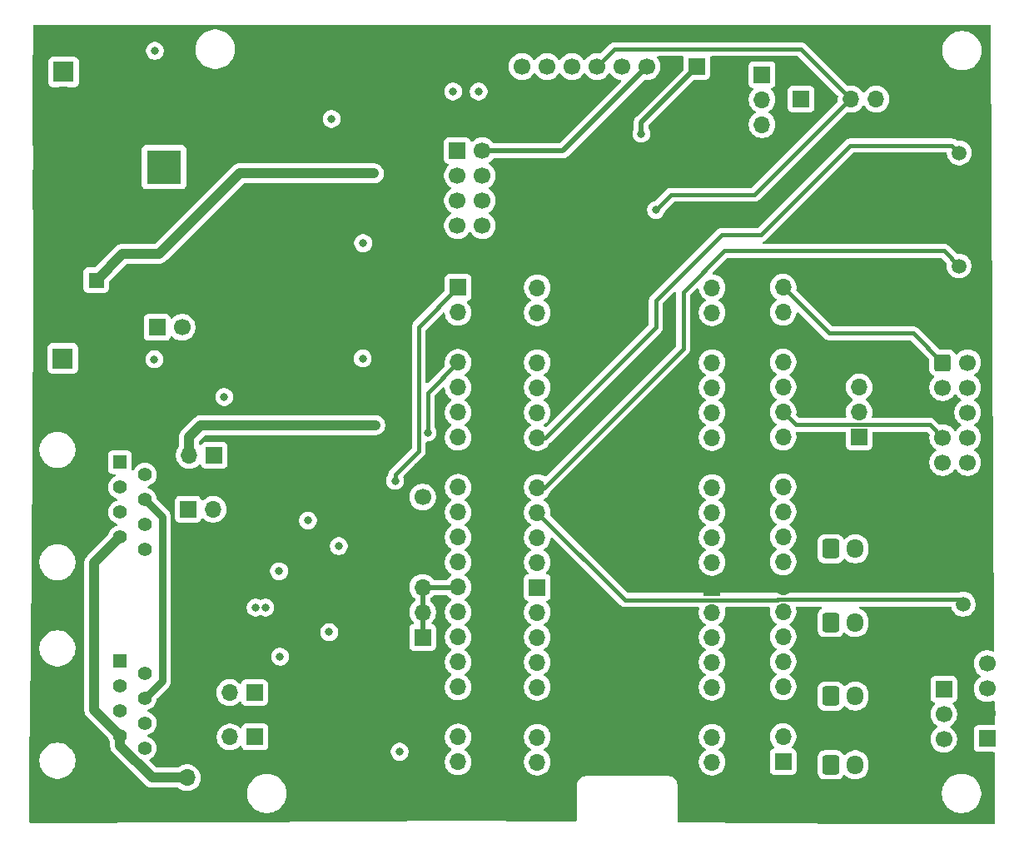
<source format=gbl>
%TF.GenerationSoftware,KiCad,Pcbnew,9.0.6*%
%TF.CreationDate,2025-12-08T20:00:31-05:00*%
%TF.ProjectId,LCC-Pico-Node_v2_6,4c43432d-5069-4636-9f2d-4e6f64655f76,rev?*%
%TF.SameCoordinates,Original*%
%TF.FileFunction,Copper,L4,Bot*%
%TF.FilePolarity,Positive*%
%FSLAX46Y46*%
G04 Gerber Fmt 4.6, Leading zero omitted, Abs format (unit mm)*
G04 Created by KiCad (PCBNEW 9.0.6) date 2025-12-08 20:00:31*
%MOMM*%
%LPD*%
G01*
G04 APERTURE LIST*
G04 Aperture macros list*
%AMRoundRect*
0 Rectangle with rounded corners*
0 $1 Rounding radius*
0 $2 $3 $4 $5 $6 $7 $8 $9 X,Y pos of 4 corners*
0 Add a 4 corners polygon primitive as box body*
4,1,4,$2,$3,$4,$5,$6,$7,$8,$9,$2,$3,0*
0 Add four circle primitives for the rounded corners*
1,1,$1+$1,$2,$3*
1,1,$1+$1,$4,$5*
1,1,$1+$1,$6,$7*
1,1,$1+$1,$8,$9*
0 Add four rect primitives between the rounded corners*
20,1,$1+$1,$2,$3,$4,$5,0*
20,1,$1+$1,$4,$5,$6,$7,0*
20,1,$1+$1,$6,$7,$8,$9,0*
20,1,$1+$1,$8,$9,$2,$3,0*%
G04 Aperture macros list end*
%TA.AperFunction,ComponentPad*%
%ADD10RoundRect,0.250000X-0.600000X-0.725000X0.600000X-0.725000X0.600000X0.725000X-0.600000X0.725000X0*%
%TD*%
%TA.AperFunction,ComponentPad*%
%ADD11O,1.700000X1.950000*%
%TD*%
%TA.AperFunction,ComponentPad*%
%ADD12R,1.700000X1.700000*%
%TD*%
%TA.AperFunction,ComponentPad*%
%ADD13C,1.700000*%
%TD*%
%TA.AperFunction,ComponentPad*%
%ADD14R,1.400000X1.400000*%
%TD*%
%TA.AperFunction,ComponentPad*%
%ADD15C,1.400000*%
%TD*%
%TA.AperFunction,ComponentPad*%
%ADD16O,1.700000X1.700000*%
%TD*%
%TA.AperFunction,ComponentPad*%
%ADD17R,1.600000X1.600000*%
%TD*%
%TA.AperFunction,ComponentPad*%
%ADD18C,1.600000*%
%TD*%
%TA.AperFunction,ComponentPad*%
%ADD19R,1.500000X1.500000*%
%TD*%
%TA.AperFunction,ComponentPad*%
%ADD20C,1.500000*%
%TD*%
%TA.AperFunction,ComponentPad*%
%ADD21C,1.950000*%
%TD*%
%TA.AperFunction,ComponentPad*%
%ADD22R,2.100000X2.100000*%
%TD*%
%TA.AperFunction,ComponentPad*%
%ADD23C,2.100000*%
%TD*%
%TA.AperFunction,ComponentPad*%
%ADD24R,3.500000X3.500000*%
%TD*%
%TA.AperFunction,ComponentPad*%
%ADD25RoundRect,0.750000X-0.750000X-1.000000X0.750000X-1.000000X0.750000X1.000000X-0.750000X1.000000X0*%
%TD*%
%TA.AperFunction,ComponentPad*%
%ADD26RoundRect,0.875000X-0.875000X-0.875000X0.875000X-0.875000X0.875000X0.875000X-0.875000X0.875000X0*%
%TD*%
%TA.AperFunction,ComponentPad*%
%ADD27RoundRect,0.250000X-0.600000X-0.600000X0.600000X-0.600000X0.600000X0.600000X-0.600000X0.600000X0*%
%TD*%
%TA.AperFunction,ViaPad*%
%ADD28C,0.800000*%
%TD*%
%TA.AperFunction,Conductor*%
%ADD29C,1.000000*%
%TD*%
%TA.AperFunction,Conductor*%
%ADD30C,0.400000*%
%TD*%
%TA.AperFunction,Conductor*%
%ADD31C,0.500000*%
%TD*%
%TA.AperFunction,Conductor*%
%ADD32C,0.750000*%
%TD*%
G04 APERTURE END LIST*
D10*
X183000000Y-103525000D03*
D11*
X185500000Y-103525000D03*
X188000000Y-103525000D03*
D10*
X183000000Y-111025000D03*
D11*
X185500000Y-111025000D03*
X188000000Y-111025000D03*
D10*
X183000000Y-118500000D03*
D11*
X185500000Y-118500000D03*
X188000000Y-118500000D03*
D10*
X183000000Y-125500000D03*
D11*
X185500000Y-125500000D03*
X188000000Y-125500000D03*
D12*
X114500000Y-81000000D03*
D13*
X117040000Y-81000000D03*
D12*
X141500000Y-95725000D03*
D13*
X141500000Y-98265000D03*
D12*
X145035000Y-63025000D03*
D13*
X147575000Y-63025000D03*
X145035000Y-65565000D03*
X147575000Y-65565000D03*
X145035000Y-68105000D03*
X147575000Y-68105000D03*
X145035000Y-70645000D03*
X147575000Y-70645000D03*
D12*
X169395000Y-54465000D03*
D13*
X166855000Y-54465000D03*
X164315000Y-54465000D03*
X161775000Y-54465000D03*
X159235000Y-54465000D03*
X156695000Y-54465000D03*
X154155000Y-54465000D03*
X151615000Y-54465000D03*
D14*
X110710000Y-114910000D03*
D15*
X113250000Y-116180000D03*
X110710000Y-117450000D03*
X113250000Y-118720000D03*
X110710000Y-119990000D03*
X113250000Y-121260000D03*
X110710000Y-122530000D03*
X113250000Y-123800000D03*
D14*
X110710000Y-94710000D03*
D15*
X113250000Y-95980000D03*
X110710000Y-97250000D03*
X113250000Y-98520000D03*
X110710000Y-99790000D03*
X113250000Y-101060000D03*
X110710000Y-102330000D03*
X113250000Y-103600000D03*
D12*
X124450000Y-122660000D03*
D16*
X121910000Y-122660000D03*
D12*
X145107145Y-76945399D03*
D16*
X145107145Y-79485399D03*
X145107145Y-82025399D03*
X145107145Y-84565399D03*
X145107145Y-87105399D03*
X145107145Y-89645399D03*
X145107145Y-92185399D03*
X145107145Y-94725399D03*
X145107145Y-97265399D03*
X145107145Y-99805399D03*
X145107145Y-102345399D03*
X145107145Y-104885399D03*
X145107145Y-107425399D03*
X145107145Y-109965399D03*
X145107145Y-112505399D03*
X145107145Y-115045399D03*
X145107145Y-117585399D03*
X145107145Y-120125399D03*
X145107145Y-122665399D03*
X145107145Y-125205399D03*
D12*
X176020000Y-55295000D03*
D16*
X176020000Y-57835000D03*
X176020000Y-60375000D03*
D12*
X180000000Y-57775000D03*
D16*
X182540000Y-57775000D03*
X185080000Y-57775000D03*
X187620000Y-57775000D03*
X170939200Y-125220800D03*
X170939200Y-122680800D03*
D12*
X170939200Y-120140800D03*
D16*
X170939200Y-117600800D03*
X170939200Y-115060800D03*
X170939200Y-112520800D03*
X170939200Y-109980800D03*
D12*
X170939200Y-107440800D03*
D16*
X170939200Y-104900800D03*
X170939200Y-102360800D03*
X170939200Y-99820800D03*
X170939200Y-97280800D03*
D12*
X170939200Y-94740800D03*
D16*
X170939200Y-92200800D03*
X170939200Y-89660800D03*
X170939200Y-87120800D03*
X170939200Y-84580800D03*
D12*
X170939200Y-82040800D03*
D16*
X170939200Y-79500800D03*
X170939200Y-76960800D03*
X153159200Y-76960800D03*
X153159200Y-79500800D03*
D12*
X153159200Y-82040800D03*
D16*
X153159200Y-84580800D03*
X153159200Y-87120800D03*
X153159200Y-89660800D03*
X153159200Y-92200800D03*
D12*
X153159200Y-94740800D03*
D16*
X153159200Y-97280800D03*
X153159200Y-99820800D03*
X153159200Y-102360800D03*
X153159200Y-104900800D03*
D12*
X153159200Y-107440800D03*
D16*
X153159200Y-109980800D03*
X153159200Y-112520800D03*
X153159200Y-115060800D03*
X153159200Y-117600800D03*
D12*
X153159200Y-120140800D03*
D16*
X153159200Y-122680800D03*
X153159200Y-125220800D03*
D12*
X117660000Y-99500000D03*
D16*
X120200000Y-99500000D03*
D17*
X108300000Y-76200000D03*
D18*
X104800000Y-76200000D03*
D12*
X194500000Y-117800000D03*
D13*
X194500000Y-120340000D03*
X194500000Y-122880000D03*
D19*
X196050000Y-70250000D03*
D20*
X196050000Y-74750000D03*
D21*
X193550000Y-69000000D03*
X193550000Y-76000000D03*
D19*
X196475000Y-104650000D03*
D20*
X196475000Y-109150000D03*
D21*
X193975000Y-103400000D03*
X193975000Y-110400000D03*
D22*
X104985000Y-55015000D03*
D23*
X104985000Y-57555000D03*
D22*
X104900000Y-84160000D03*
D23*
X104900000Y-86700000D03*
D12*
X120300000Y-94000000D03*
D16*
X117760000Y-94000000D03*
D12*
X178152800Y-125170000D03*
D16*
X178152800Y-122630000D03*
X178152800Y-120090000D03*
X178152800Y-117550000D03*
X178152800Y-115010000D03*
X178152800Y-112470000D03*
X178152800Y-109930000D03*
X178152800Y-107390000D03*
X178152800Y-104850000D03*
X178152800Y-102310000D03*
X178152800Y-99770000D03*
X178152800Y-97230000D03*
X178152800Y-94690000D03*
X178152800Y-92150000D03*
X178152800Y-89610000D03*
X178152800Y-87070000D03*
X178152800Y-84530000D03*
X178152800Y-81990000D03*
X178152800Y-79450000D03*
X178152800Y-76910000D03*
D12*
X185900000Y-92150000D03*
D16*
X185900000Y-89610000D03*
X185900000Y-87070000D03*
D12*
X141502050Y-112516000D03*
D16*
X141502050Y-109976000D03*
X141502050Y-107436000D03*
D24*
X115200000Y-64700000D03*
D25*
X109200000Y-64700000D03*
D26*
X112200000Y-69400000D03*
D27*
X194385000Y-84590000D03*
D13*
X196925000Y-84590000D03*
X194385000Y-87130000D03*
X196925000Y-87130000D03*
X194385000Y-89670000D03*
X196925000Y-89670000D03*
X194385000Y-92210000D03*
X196925000Y-92210000D03*
X194385000Y-94750000D03*
X196925000Y-94750000D03*
D19*
X196075000Y-58750000D03*
D20*
X196075000Y-63250000D03*
D21*
X193575000Y-57500000D03*
X193575000Y-64500000D03*
D12*
X198897028Y-122822285D03*
D13*
X198897028Y-120282285D03*
X198897028Y-117742285D03*
X198897028Y-115202285D03*
D12*
X120100000Y-126800000D03*
D16*
X117560000Y-126800000D03*
D12*
X124410000Y-118150000D03*
D16*
X121870000Y-118150000D03*
D28*
X126800000Y-115800000D03*
X127000000Y-114500000D03*
X126900000Y-105800000D03*
X135450000Y-72437000D03*
X132240000Y-59792500D03*
X129840000Y-100650000D03*
X139160000Y-124170000D03*
X114280000Y-52870000D03*
X147200000Y-57000000D03*
X132977500Y-103250000D03*
X144600000Y-57000000D03*
X135412500Y-84167000D03*
X121328500Y-88074500D03*
X114220000Y-84250000D03*
X165230000Y-69065000D03*
X130450000Y-77137000D03*
X124050000Y-78037000D03*
X129350000Y-77137000D03*
X126175000Y-78162000D03*
X156055000Y-69105000D03*
X107990000Y-123955000D03*
X130450000Y-79237000D03*
X135492500Y-75437000D03*
X129350000Y-78137000D03*
X129350000Y-79237000D03*
X123150000Y-78037000D03*
X135450000Y-78437000D03*
X128250000Y-77137000D03*
X108990000Y-91455000D03*
X163737500Y-61300000D03*
X121320000Y-82824500D03*
X117500000Y-108487500D03*
X111200000Y-82200000D03*
X125450000Y-77437000D03*
X164600000Y-120100000D03*
X130450000Y-78137000D03*
X126677500Y-103250000D03*
X126850000Y-78937000D03*
X126850000Y-77437000D03*
X128250000Y-79237000D03*
X125450000Y-78937000D03*
X128250000Y-78137000D03*
X104690000Y-109255000D03*
X124050000Y-77037000D03*
X124050000Y-79137000D03*
X123150000Y-79137000D03*
X123150000Y-77037000D03*
X166862500Y-61300000D03*
X121320000Y-73499500D03*
X125500000Y-109500000D03*
X124500000Y-109500000D03*
X138700000Y-96600000D03*
X132000000Y-112000000D03*
X142000000Y-91700000D03*
X136700000Y-90950000D03*
X136550000Y-65330000D03*
D29*
X117760000Y-92140000D02*
X117760000Y-94000000D01*
X136700000Y-90950000D02*
X118950000Y-90950000D01*
X118950000Y-90950000D02*
X117760000Y-92140000D01*
X108400000Y-76200000D02*
X108300000Y-76200000D01*
D30*
X141100000Y-80952544D02*
X145107145Y-76945399D01*
X141100000Y-93600000D02*
X141100000Y-80952544D01*
X138700000Y-96000000D02*
X141100000Y-93600000D01*
X138700000Y-96600000D02*
X138700000Y-96000000D01*
X182842800Y-81600000D02*
X191395000Y-81600000D01*
X191395000Y-81600000D02*
X194385000Y-84590000D01*
X178152800Y-76910000D02*
X182842800Y-81600000D01*
D31*
X163737500Y-60122500D02*
X169395000Y-54465000D01*
X163737500Y-61300000D02*
X163737500Y-60122500D01*
D30*
X195325000Y-62500000D02*
X196075000Y-63250000D01*
X171900000Y-71600000D02*
X175900000Y-71600000D01*
X165200000Y-81000000D02*
X165200000Y-78300000D01*
X175900000Y-71600000D02*
X185000000Y-62500000D01*
X154000000Y-92200000D02*
X165200000Y-81000000D01*
X165200000Y-78300000D02*
X171900000Y-71600000D01*
X185000000Y-62500000D02*
X195325000Y-62500000D01*
X153159200Y-92200000D02*
X154000000Y-92200000D01*
X153159200Y-92200800D02*
X153159200Y-92200000D01*
X161000000Y-52700000D02*
X159235000Y-54465000D01*
X180005000Y-52700000D02*
X161000000Y-52700000D01*
X185080000Y-57775000D02*
X180005000Y-52700000D01*
D31*
X155755000Y-63025000D02*
X164315000Y-54465000D01*
X147575000Y-63025000D02*
X155755000Y-63025000D01*
D30*
X175255500Y-67500000D02*
X166795000Y-67500000D01*
X184980500Y-57775000D02*
X175255500Y-67500000D01*
X166795000Y-67500000D02*
X165230000Y-69065000D01*
X185080000Y-57775000D02*
X184980500Y-57775000D01*
X172200000Y-73200000D02*
X194500000Y-73200000D01*
X194500000Y-73200000D02*
X196050000Y-74750000D01*
X168000000Y-83150000D02*
X168000000Y-77400000D01*
X153869200Y-97280800D02*
X168000000Y-83150000D01*
X153159200Y-97280800D02*
X153869200Y-97280800D01*
X168000000Y-77400000D02*
X172200000Y-73200000D01*
X145162450Y-112520800D02*
X145111650Y-112571600D01*
X145162450Y-122680800D02*
X145111650Y-122731600D01*
X179441800Y-90899000D02*
X193074000Y-90899000D01*
X178152800Y-89610000D02*
X179441800Y-90899000D01*
X193074000Y-90899000D02*
X194385000Y-92210000D01*
X153159200Y-99820800D02*
X162068200Y-108729800D01*
X177583818Y-108729800D02*
X177634618Y-108679000D01*
X162068200Y-108729800D02*
X177583818Y-108729800D01*
X177634618Y-108679000D02*
X196004000Y-108679000D01*
X196004000Y-108679000D02*
X196475000Y-109150000D01*
X145162450Y-117600800D02*
X145111650Y-117651600D01*
X145162450Y-125220800D02*
X145111650Y-125271600D01*
D31*
X145096544Y-107436000D02*
X145107145Y-107425399D01*
D30*
X145162450Y-107440800D02*
X145111650Y-107491600D01*
D31*
X141502050Y-107436000D02*
X141502050Y-112516000D01*
X141502050Y-107436000D02*
X145096544Y-107436000D01*
D30*
X145162450Y-92200800D02*
X145111650Y-92251600D01*
X145162450Y-97280800D02*
X145111650Y-97331600D01*
X145162450Y-109980800D02*
X145111650Y-110031600D01*
D31*
X153159200Y-120140800D02*
X151099200Y-120140800D01*
X149480450Y-118522050D02*
X149480450Y-95579000D01*
X149353450Y-92995050D02*
X149353450Y-82980600D01*
X151099200Y-120140800D02*
X149480450Y-118522050D01*
X150318650Y-94740800D02*
X153159200Y-94740800D01*
X145162450Y-120140800D02*
X145111650Y-120191600D01*
X149353450Y-82980600D02*
X150293250Y-82040800D01*
X145162450Y-82040800D02*
X145111650Y-82091600D01*
X150293250Y-82040800D02*
X153159200Y-82040800D01*
X149480450Y-95579000D02*
X150318650Y-94740800D01*
X145162450Y-94740800D02*
X145111650Y-94791600D01*
X153159200Y-94740800D02*
X151099200Y-94740800D01*
X151099200Y-94740800D02*
X149353450Y-92995050D01*
D29*
X108090000Y-104950000D02*
X108090000Y-119910000D01*
X108090000Y-119910000D02*
X110710000Y-122530000D01*
X110710000Y-123519949D02*
X113990051Y-126800000D01*
X110710000Y-102330000D02*
X108090000Y-104950000D01*
X110710000Y-122530000D02*
X110710000Y-123519949D01*
X113990051Y-126800000D02*
X117560000Y-126800000D01*
D30*
X153108400Y-77011600D02*
X153159200Y-76960800D01*
X153108400Y-87171600D02*
X153159200Y-87120800D01*
X145122546Y-89660800D02*
X145107145Y-89645399D01*
X142000000Y-87672544D02*
X145107145Y-84565399D01*
X142000000Y-91700000D02*
X142000000Y-87672544D01*
X153108400Y-84631600D02*
X153159200Y-84580800D01*
X153108400Y-79551600D02*
X153159200Y-79500800D01*
D32*
X114990000Y-100260000D02*
X114990000Y-116980000D01*
X114990000Y-116980000D02*
X113250000Y-118720000D01*
X113250000Y-98520000D02*
X114990000Y-100260000D01*
D30*
X145162450Y-115060800D02*
X145111650Y-115111600D01*
D29*
X111000000Y-73500000D02*
X114700000Y-73500000D01*
X122870000Y-65330000D02*
X136550000Y-65330000D01*
X117660000Y-94100000D02*
X117760000Y-94000000D01*
X114700000Y-73500000D02*
X122870000Y-65330000D01*
X108300000Y-76200000D02*
X111000000Y-73500000D01*
%TA.AperFunction,Conductor*%
G36*
X199243674Y-50219685D02*
G01*
X199289429Y-50272489D01*
X199300633Y-50323363D01*
X199626809Y-113846460D01*
X199607469Y-113913600D01*
X199554901Y-113959625D01*
X199485794Y-113969924D01*
X199446516Y-113957582D01*
X199418511Y-113943313D01*
X199418508Y-113943311D01*
X199215145Y-113877236D01*
X199109544Y-113860510D01*
X199003944Y-113843785D01*
X198790112Y-113843785D01*
X198721974Y-113854577D01*
X198578910Y-113877236D01*
X198375547Y-113943311D01*
X198375544Y-113943312D01*
X198185018Y-114040391D01*
X198012021Y-114166081D01*
X197860824Y-114317278D01*
X197735134Y-114490275D01*
X197638055Y-114680801D01*
X197638054Y-114680804D01*
X197571979Y-114884167D01*
X197538528Y-115095369D01*
X197538528Y-115309200D01*
X197571979Y-115520402D01*
X197638054Y-115723765D01*
X197638055Y-115723768D01*
X197715774Y-115876298D01*
X197735134Y-115914294D01*
X197860822Y-116087289D01*
X198012024Y-116238491D01*
X198169612Y-116352985D01*
X198185019Y-116364179D01*
X198188901Y-116366558D01*
X198235776Y-116418371D01*
X198247197Y-116487301D01*
X198219540Y-116551463D01*
X198188901Y-116578012D01*
X198185019Y-116580390D01*
X198012021Y-116706081D01*
X197860824Y-116857278D01*
X197735134Y-117030275D01*
X197638055Y-117220801D01*
X197638054Y-117220804D01*
X197571979Y-117424167D01*
X197552823Y-117545116D01*
X197538528Y-117635369D01*
X197538528Y-117849201D01*
X197549570Y-117918916D01*
X197571979Y-118060402D01*
X197638054Y-118263765D01*
X197638055Y-118263768D01*
X197693097Y-118371792D01*
X197735134Y-118454294D01*
X197860822Y-118627289D01*
X198012024Y-118778491D01*
X198185019Y-118904179D01*
X198197321Y-118910447D01*
X198375544Y-119001257D01*
X198375547Y-119001258D01*
X198477228Y-119034295D01*
X198578912Y-119067334D01*
X198790112Y-119100785D01*
X198790113Y-119100785D01*
X199003943Y-119100785D01*
X199003944Y-119100785D01*
X199215144Y-119067334D01*
X199418511Y-119001257D01*
X199473405Y-118973286D01*
X199542074Y-118960390D01*
X199606815Y-118986666D01*
X199647072Y-119043772D01*
X199653699Y-119083134D01*
X199665284Y-121339148D01*
X199645944Y-121406288D01*
X199593376Y-121452313D01*
X199541286Y-121463785D01*
X197998373Y-121463785D01*
X197937825Y-121470296D01*
X197937823Y-121470296D01*
X197800823Y-121521396D01*
X197683767Y-121609024D01*
X197596139Y-121726080D01*
X197545039Y-121863080D01*
X197545039Y-121863082D01*
X197538528Y-121923630D01*
X197538528Y-123720939D01*
X197545039Y-123781487D01*
X197545039Y-123781489D01*
X197582337Y-123881485D01*
X197596139Y-123918489D01*
X197683767Y-124035546D01*
X197800824Y-124123174D01*
X197937827Y-124174274D01*
X197965078Y-124177203D01*
X197998373Y-124180784D01*
X197998390Y-124180785D01*
X199556510Y-124180785D01*
X199623549Y-124200470D01*
X199669304Y-124253274D01*
X199680508Y-124304148D01*
X199716818Y-131375363D01*
X199697478Y-131442503D01*
X199644910Y-131488528D01*
X199592820Y-131500000D01*
X186400426Y-131500000D01*
X186399567Y-131499997D01*
X167588304Y-131369664D01*
X167562034Y-131361752D01*
X167534981Y-131357203D01*
X167529061Y-131351821D01*
X167521402Y-131349515D01*
X167503581Y-131328659D01*
X167483281Y-131310205D01*
X167478728Y-131299572D01*
X167476014Y-131296396D01*
X167469388Y-131277760D01*
X167443112Y-131179695D01*
X167439359Y-131158409D01*
X167425972Y-131005394D01*
X167425500Y-130994587D01*
X167425500Y-128268872D01*
X194299500Y-128268872D01*
X194299500Y-128531127D01*
X194326123Y-128733339D01*
X194333730Y-128791116D01*
X194401602Y-129044418D01*
X194401605Y-129044428D01*
X194501953Y-129286690D01*
X194501958Y-129286700D01*
X194633075Y-129513803D01*
X194792718Y-129721851D01*
X194792726Y-129721860D01*
X194978140Y-129907274D01*
X194978148Y-129907281D01*
X195186196Y-130066924D01*
X195413299Y-130198041D01*
X195413309Y-130198046D01*
X195655571Y-130298394D01*
X195655581Y-130298398D01*
X195908884Y-130366270D01*
X196168880Y-130400500D01*
X196168887Y-130400500D01*
X196431113Y-130400500D01*
X196431120Y-130400500D01*
X196691116Y-130366270D01*
X196944419Y-130298398D01*
X197186697Y-130198043D01*
X197413803Y-130066924D01*
X197621851Y-129907282D01*
X197621855Y-129907277D01*
X197621860Y-129907274D01*
X197807274Y-129721860D01*
X197807277Y-129721855D01*
X197807282Y-129721851D01*
X197966924Y-129513803D01*
X198098043Y-129286697D01*
X198198398Y-129044419D01*
X198266270Y-128791116D01*
X198300500Y-128531120D01*
X198300500Y-128268880D01*
X198266270Y-128008884D01*
X198198398Y-127755581D01*
X198172775Y-127693722D01*
X198098046Y-127513309D01*
X198098041Y-127513299D01*
X197966924Y-127286196D01*
X197807281Y-127078148D01*
X197807274Y-127078140D01*
X197621860Y-126892726D01*
X197621851Y-126892718D01*
X197413803Y-126733075D01*
X197186700Y-126601958D01*
X197186690Y-126601953D01*
X196944428Y-126501605D01*
X196944421Y-126501603D01*
X196944419Y-126501602D01*
X196691116Y-126433730D01*
X196633339Y-126426123D01*
X196431127Y-126399500D01*
X196431120Y-126399500D01*
X196168880Y-126399500D01*
X196168872Y-126399500D01*
X195937772Y-126429926D01*
X195908884Y-126433730D01*
X195729170Y-126481884D01*
X195655581Y-126501602D01*
X195655571Y-126501605D01*
X195413309Y-126601953D01*
X195413299Y-126601958D01*
X195186196Y-126733075D01*
X194978148Y-126892718D01*
X194792718Y-127078148D01*
X194633075Y-127286196D01*
X194501958Y-127513299D01*
X194501953Y-127513309D01*
X194401605Y-127755571D01*
X194401602Y-127755581D01*
X194387423Y-127808500D01*
X194333730Y-128008885D01*
X194299500Y-128268872D01*
X167425500Y-128268872D01*
X167425500Y-127560282D01*
X167425500Y-127560280D01*
X167394340Y-127383567D01*
X167332969Y-127214950D01*
X167243249Y-127059551D01*
X167179435Y-126983500D01*
X167127908Y-126922091D01*
X166990450Y-126806752D01*
X166990449Y-126806751D01*
X166862839Y-126733075D01*
X166835054Y-126717033D01*
X166835051Y-126717032D01*
X166835050Y-126717031D01*
X166666433Y-126655660D01*
X166489720Y-126624500D01*
X166410562Y-126624500D01*
X158208285Y-126624500D01*
X158200000Y-126624500D01*
X158110280Y-126624500D01*
X158110279Y-126624500D01*
X157933566Y-126655660D01*
X157764952Y-126717030D01*
X157764945Y-126717033D01*
X157609552Y-126806750D01*
X157609549Y-126806752D01*
X157472091Y-126922091D01*
X157356752Y-127059549D01*
X157356750Y-127059552D01*
X157267033Y-127214945D01*
X157267030Y-127214952D01*
X157205660Y-127383566D01*
X157174500Y-127560279D01*
X157174500Y-130945473D01*
X157174029Y-130956273D01*
X157160658Y-131109213D01*
X157156909Y-131130488D01*
X157137091Y-131204495D01*
X157100735Y-131264161D01*
X157037893Y-131294700D01*
X157016452Y-131296417D01*
X143100038Y-131200000D01*
X143100015Y-131200000D01*
X143100000Y-131200000D01*
X136587365Y-131231310D01*
X101624596Y-131399400D01*
X101557463Y-131380038D01*
X101511455Y-131327454D01*
X101500000Y-131275401D01*
X101500000Y-128268872D01*
X123649500Y-128268872D01*
X123649500Y-128531127D01*
X123676123Y-128733339D01*
X123683730Y-128791116D01*
X123751602Y-129044418D01*
X123751605Y-129044428D01*
X123851953Y-129286690D01*
X123851958Y-129286700D01*
X123983075Y-129513803D01*
X124142718Y-129721851D01*
X124142726Y-129721860D01*
X124328140Y-129907274D01*
X124328148Y-129907281D01*
X124536196Y-130066924D01*
X124763299Y-130198041D01*
X124763309Y-130198046D01*
X125005571Y-130298394D01*
X125005581Y-130298398D01*
X125258884Y-130366270D01*
X125518880Y-130400500D01*
X125518887Y-130400500D01*
X125781113Y-130400500D01*
X125781120Y-130400500D01*
X126041116Y-130366270D01*
X126294419Y-130298398D01*
X126536697Y-130198043D01*
X126763803Y-130066924D01*
X126971851Y-129907282D01*
X126971855Y-129907277D01*
X126971860Y-129907274D01*
X127157274Y-129721860D01*
X127157277Y-129721855D01*
X127157282Y-129721851D01*
X127316924Y-129513803D01*
X127448043Y-129286697D01*
X127548398Y-129044419D01*
X127616270Y-128791116D01*
X127650500Y-128531120D01*
X127650500Y-128268880D01*
X127616270Y-128008884D01*
X127548398Y-127755581D01*
X127522775Y-127693722D01*
X127448046Y-127513309D01*
X127448041Y-127513299D01*
X127316924Y-127286196D01*
X127157281Y-127078148D01*
X127157274Y-127078140D01*
X126971860Y-126892726D01*
X126971851Y-126892718D01*
X126763803Y-126733075D01*
X126536700Y-126601958D01*
X126536690Y-126601953D01*
X126294428Y-126501605D01*
X126294421Y-126501603D01*
X126294419Y-126501602D01*
X126041116Y-126433730D01*
X125983339Y-126426123D01*
X125781127Y-126399500D01*
X125781120Y-126399500D01*
X125518880Y-126399500D01*
X125518872Y-126399500D01*
X125287772Y-126429926D01*
X125258884Y-126433730D01*
X125079170Y-126481884D01*
X125005581Y-126501602D01*
X125005571Y-126501605D01*
X124763309Y-126601953D01*
X124763299Y-126601958D01*
X124536196Y-126733075D01*
X124328148Y-126892718D01*
X124142718Y-127078148D01*
X123983075Y-127286196D01*
X123851958Y-127513299D01*
X123851953Y-127513309D01*
X123751605Y-127755571D01*
X123751602Y-127755581D01*
X123737423Y-127808500D01*
X123683730Y-128008885D01*
X123649500Y-128268872D01*
X101500000Y-128268872D01*
X101500000Y-125101321D01*
X101500028Y-125098684D01*
X101502657Y-124975098D01*
X101503197Y-124949701D01*
X102524500Y-124949701D01*
X102524500Y-125190298D01*
X102524501Y-125190314D01*
X102542590Y-125327716D01*
X102555906Y-125428857D01*
X102585962Y-125541028D01*
X102618183Y-125661275D01*
X102710253Y-125883553D01*
X102710261Y-125883570D01*
X102830558Y-126091929D01*
X102830569Y-126091945D01*
X102977035Y-126282824D01*
X102977041Y-126282831D01*
X103147168Y-126452958D01*
X103147175Y-126452964D01*
X103270687Y-126547738D01*
X103338063Y-126599437D01*
X103351153Y-126606994D01*
X103546429Y-126719738D01*
X103546434Y-126719740D01*
X103546437Y-126719742D01*
X103546441Y-126719743D01*
X103546446Y-126719746D01*
X103768724Y-126811816D01*
X103768726Y-126811816D01*
X103768732Y-126811819D01*
X104001143Y-126874094D01*
X104239695Y-126905500D01*
X104239702Y-126905500D01*
X104480298Y-126905500D01*
X104480305Y-126905500D01*
X104718857Y-126874094D01*
X104951268Y-126811819D01*
X105173563Y-126719742D01*
X105381937Y-126599437D01*
X105572826Y-126452963D01*
X105742963Y-126282826D01*
X105889437Y-126091937D01*
X106009742Y-125883563D01*
X106101819Y-125661268D01*
X106164094Y-125428857D01*
X106195500Y-125190305D01*
X106195500Y-124949695D01*
X106164094Y-124711143D01*
X106101819Y-124478732D01*
X106098572Y-124470894D01*
X106009746Y-124256446D01*
X106009738Y-124256429D01*
X105889441Y-124048070D01*
X105889437Y-124048063D01*
X105788260Y-123916206D01*
X105742964Y-123857175D01*
X105742958Y-123857168D01*
X105572831Y-123687041D01*
X105572824Y-123687035D01*
X105381945Y-123540569D01*
X105381943Y-123540567D01*
X105381937Y-123540563D01*
X105381932Y-123540560D01*
X105381929Y-123540558D01*
X105173570Y-123420261D01*
X105173553Y-123420253D01*
X104951275Y-123328183D01*
X104928834Y-123322170D01*
X104718857Y-123265906D01*
X104718856Y-123265905D01*
X104718853Y-123265905D01*
X104480314Y-123234501D01*
X104480311Y-123234500D01*
X104480305Y-123234500D01*
X104239695Y-123234500D01*
X104239689Y-123234500D01*
X104239685Y-123234501D01*
X104001146Y-123265905D01*
X103768724Y-123328183D01*
X103546446Y-123420253D01*
X103546429Y-123420261D01*
X103338070Y-123540558D01*
X103338054Y-123540569D01*
X103147175Y-123687035D01*
X103147168Y-123687041D01*
X102977041Y-123857168D01*
X102977035Y-123857175D01*
X102830569Y-124048054D01*
X102830558Y-124048070D01*
X102710261Y-124256429D01*
X102710253Y-124256446D01*
X102618183Y-124478724D01*
X102555905Y-124711146D01*
X102524501Y-124949685D01*
X102524500Y-124949701D01*
X101503197Y-124949701D01*
X101600000Y-120400000D01*
X101650039Y-113519701D01*
X102524500Y-113519701D01*
X102524500Y-113760298D01*
X102524501Y-113760314D01*
X102552606Y-113973796D01*
X102555906Y-113998857D01*
X102600713Y-114166079D01*
X102618183Y-114231275D01*
X102710253Y-114453553D01*
X102710261Y-114453570D01*
X102830558Y-114661929D01*
X102830569Y-114661945D01*
X102977035Y-114852824D01*
X102977041Y-114852831D01*
X103147168Y-115022958D01*
X103147175Y-115022964D01*
X103269615Y-115116915D01*
X103338063Y-115169437D01*
X103338070Y-115169441D01*
X103546429Y-115289738D01*
X103546434Y-115289740D01*
X103546437Y-115289742D01*
X103546441Y-115289743D01*
X103546446Y-115289746D01*
X103768724Y-115381816D01*
X103768726Y-115381816D01*
X103768732Y-115381819D01*
X104001143Y-115444094D01*
X104239695Y-115475500D01*
X104239702Y-115475500D01*
X104480298Y-115475500D01*
X104480305Y-115475500D01*
X104718857Y-115444094D01*
X104951268Y-115381819D01*
X105173563Y-115289742D01*
X105381937Y-115169437D01*
X105572826Y-115022963D01*
X105742963Y-114852826D01*
X105889437Y-114661937D01*
X106009742Y-114453563D01*
X106101819Y-114231268D01*
X106164094Y-113998857D01*
X106195500Y-113760305D01*
X106195500Y-113519695D01*
X106164094Y-113281143D01*
X106101819Y-113048732D01*
X106092768Y-113026882D01*
X106009746Y-112826446D01*
X106009738Y-112826429D01*
X105889441Y-112618070D01*
X105889437Y-112618063D01*
X105745394Y-112430342D01*
X105742964Y-112427175D01*
X105742958Y-112427168D01*
X105572831Y-112257041D01*
X105572824Y-112257035D01*
X105381945Y-112110569D01*
X105381943Y-112110567D01*
X105381937Y-112110563D01*
X105381932Y-112110560D01*
X105381929Y-112110558D01*
X105173570Y-111990261D01*
X105173553Y-111990253D01*
X104951275Y-111898183D01*
X104816273Y-111862009D01*
X104718857Y-111835906D01*
X104718856Y-111835905D01*
X104718853Y-111835905D01*
X104480314Y-111804501D01*
X104480311Y-111804500D01*
X104480305Y-111804500D01*
X104239695Y-111804500D01*
X104239689Y-111804500D01*
X104239685Y-111804501D01*
X104001146Y-111835905D01*
X103768724Y-111898183D01*
X103546446Y-111990253D01*
X103546429Y-111990261D01*
X103338070Y-112110558D01*
X103338054Y-112110569D01*
X103147175Y-112257035D01*
X103147168Y-112257041D01*
X102977041Y-112427168D01*
X102977035Y-112427175D01*
X102830569Y-112618054D01*
X102830558Y-112618070D01*
X102710261Y-112826429D01*
X102710253Y-112826446D01*
X102618183Y-113048724D01*
X102555905Y-113281146D01*
X102524501Y-113519685D01*
X102524500Y-113519701D01*
X101650039Y-113519701D01*
X101713821Y-104749701D01*
X102524500Y-104749701D01*
X102524500Y-104990298D01*
X102524501Y-104990314D01*
X102555905Y-105228853D01*
X102618183Y-105461275D01*
X102710253Y-105683553D01*
X102710261Y-105683570D01*
X102830558Y-105891929D01*
X102830569Y-105891945D01*
X102977035Y-106082824D01*
X102977041Y-106082831D01*
X103147168Y-106252958D01*
X103147175Y-106252964D01*
X103174728Y-106274106D01*
X103338063Y-106399437D01*
X103338070Y-106399441D01*
X103546429Y-106519738D01*
X103546434Y-106519740D01*
X103546437Y-106519742D01*
X103546441Y-106519743D01*
X103546446Y-106519746D01*
X103768724Y-106611816D01*
X103768726Y-106611816D01*
X103768732Y-106611819D01*
X104001143Y-106674094D01*
X104239695Y-106705500D01*
X104239702Y-106705500D01*
X104480298Y-106705500D01*
X104480305Y-106705500D01*
X104718857Y-106674094D01*
X104951268Y-106611819D01*
X105173563Y-106519742D01*
X105381937Y-106399437D01*
X105572826Y-106252963D01*
X105742963Y-106082826D01*
X105889437Y-105891937D01*
X106009742Y-105683563D01*
X106101819Y-105461268D01*
X106164094Y-105228857D01*
X106195500Y-104990305D01*
X106195500Y-104850666D01*
X107081500Y-104850666D01*
X107081500Y-120009333D01*
X107120254Y-120204160D01*
X107120256Y-120204168D01*
X107196277Y-120387701D01*
X107196282Y-120387710D01*
X107306646Y-120552880D01*
X107306649Y-120552884D01*
X109496086Y-122742321D01*
X109529571Y-122803644D01*
X109530877Y-122810594D01*
X109531256Y-122812988D01*
X109531257Y-122812991D01*
X109590039Y-122993903D01*
X109676398Y-123163392D01*
X109677812Y-123165339D01*
X109678121Y-123166204D01*
X109678943Y-123167545D01*
X109678661Y-123167717D01*
X109701297Y-123231142D01*
X109701500Y-123238231D01*
X109701500Y-123619282D01*
X109740254Y-123814110D01*
X109740256Y-123814118D01*
X109798632Y-123955049D01*
X109798632Y-123955050D01*
X109816275Y-123997646D01*
X109816282Y-123997659D01*
X109926646Y-124162829D01*
X109926649Y-124162833D01*
X113347166Y-127583351D01*
X113347174Y-127583357D01*
X113512337Y-127693715D01*
X113512340Y-127693716D01*
X113512348Y-127693722D01*
X113619860Y-127738254D01*
X113695882Y-127769744D01*
X113890717Y-127808499D01*
X113890721Y-127808500D01*
X113890722Y-127808500D01*
X113890723Y-127808500D01*
X114089380Y-127808500D01*
X116596811Y-127808500D01*
X116663850Y-127828185D01*
X116670962Y-127833469D01*
X116671055Y-127833342D01*
X116674993Y-127836203D01*
X116674996Y-127836206D01*
X116847991Y-127961894D01*
X116940214Y-128008884D01*
X117038516Y-128058972D01*
X117038519Y-128058973D01*
X117140200Y-128092010D01*
X117241884Y-128125049D01*
X117453084Y-128158500D01*
X117453085Y-128158500D01*
X117666915Y-128158500D01*
X117666916Y-128158500D01*
X117878116Y-128125049D01*
X118081483Y-128058972D01*
X118272009Y-127961894D01*
X118445004Y-127836206D01*
X118596206Y-127685004D01*
X118721894Y-127512009D01*
X118818972Y-127321483D01*
X118885049Y-127118116D01*
X118918500Y-126906916D01*
X118918500Y-126693084D01*
X118885049Y-126481884D01*
X118820372Y-126282826D01*
X118818973Y-126278519D01*
X118818972Y-126278516D01*
X118751697Y-126146483D01*
X118721894Y-126087991D01*
X118596206Y-125914996D01*
X118445004Y-125763794D01*
X118272009Y-125638106D01*
X118081483Y-125541027D01*
X118081480Y-125541026D01*
X117878117Y-125474951D01*
X117772516Y-125458225D01*
X117666916Y-125441500D01*
X117453084Y-125441500D01*
X117382684Y-125452650D01*
X117241882Y-125474951D01*
X117038519Y-125541026D01*
X117038516Y-125541027D01*
X116847990Y-125638106D01*
X116757940Y-125703531D01*
X116674996Y-125763794D01*
X116674993Y-125763796D01*
X116671055Y-125766658D01*
X116669930Y-125765109D01*
X116613590Y-125790360D01*
X116596811Y-125791500D01*
X114459148Y-125791500D01*
X114392109Y-125771815D01*
X114371467Y-125755181D01*
X113716895Y-125100610D01*
X113683410Y-125039287D01*
X113688394Y-124969596D01*
X113730265Y-124913662D01*
X113748276Y-124902446D01*
X113883392Y-124833602D01*
X114037285Y-124721792D01*
X114171792Y-124587285D01*
X114283602Y-124433392D01*
X114369961Y-124263903D01*
X114428743Y-124082991D01*
X114429135Y-124080516D01*
X138251500Y-124080516D01*
X138251500Y-124259483D01*
X138286411Y-124434992D01*
X138286413Y-124435000D01*
X138354896Y-124600332D01*
X138354901Y-124600342D01*
X138454321Y-124749134D01*
X138454324Y-124749138D01*
X138580861Y-124875675D01*
X138580865Y-124875678D01*
X138729657Y-124975098D01*
X138729661Y-124975100D01*
X138729664Y-124975102D01*
X138895000Y-125043587D01*
X139070516Y-125078499D01*
X139070520Y-125078500D01*
X139070521Y-125078500D01*
X139249480Y-125078500D01*
X139249481Y-125078499D01*
X139425000Y-125043587D01*
X139590336Y-124975102D01*
X139739135Y-124875678D01*
X139865678Y-124749135D01*
X139965102Y-124600336D01*
X140033587Y-124435000D01*
X140068500Y-124259479D01*
X140068500Y-124080521D01*
X140033587Y-123905000D01*
X139965102Y-123739664D01*
X139965100Y-123739661D01*
X139965098Y-123739657D01*
X139865678Y-123590865D01*
X139865675Y-123590861D01*
X139739138Y-123464324D01*
X139739134Y-123464321D01*
X139590342Y-123364901D01*
X139590332Y-123364896D01*
X139425000Y-123296413D01*
X139424992Y-123296411D01*
X139249483Y-123261500D01*
X139249479Y-123261500D01*
X139070521Y-123261500D01*
X139070516Y-123261500D01*
X138895007Y-123296411D01*
X138894999Y-123296413D01*
X138729667Y-123364896D01*
X138729657Y-123364901D01*
X138580865Y-123464321D01*
X138580861Y-123464324D01*
X138454324Y-123590861D01*
X138454321Y-123590865D01*
X138354901Y-123739657D01*
X138354896Y-123739667D01*
X138286413Y-123904999D01*
X138286411Y-123905007D01*
X138251500Y-124080516D01*
X114429135Y-124080516D01*
X114430199Y-124073796D01*
X114458500Y-123895116D01*
X114458500Y-123704883D01*
X114428743Y-123517008D01*
X114383384Y-123377408D01*
X114369961Y-123336097D01*
X114369959Y-123336094D01*
X114369959Y-123336092D01*
X114301778Y-123202280D01*
X114283602Y-123166608D01*
X114171792Y-123012715D01*
X114037285Y-122878208D01*
X113883392Y-122766398D01*
X113713903Y-122680039D01*
X113615083Y-122647930D01*
X113557409Y-122608493D01*
X113533993Y-122553084D01*
X120551500Y-122553084D01*
X120551500Y-122766916D01*
X120557317Y-122803644D01*
X120584951Y-122978117D01*
X120651026Y-123181480D01*
X120651027Y-123181483D01*
X120738173Y-123352514D01*
X120748106Y-123372009D01*
X120873794Y-123545004D01*
X121024996Y-123696206D01*
X121197991Y-123821894D01*
X121267220Y-123857168D01*
X121388516Y-123918972D01*
X121388519Y-123918973D01*
X121473016Y-123946427D01*
X121591884Y-123985049D01*
X121803084Y-124018500D01*
X121803085Y-124018500D01*
X122016915Y-124018500D01*
X122016916Y-124018500D01*
X122228116Y-123985049D01*
X122431483Y-123918972D01*
X122622009Y-123821894D01*
X122795004Y-123696206D01*
X122900184Y-123591025D01*
X122961503Y-123557543D01*
X123031195Y-123562527D01*
X123087129Y-123604398D01*
X123104043Y-123635375D01*
X123149110Y-123756203D01*
X123155700Y-123765006D01*
X123236739Y-123873261D01*
X123353796Y-123960889D01*
X123490799Y-124011989D01*
X123514872Y-124014577D01*
X123551345Y-124018499D01*
X123551362Y-124018500D01*
X125348638Y-124018500D01*
X125348654Y-124018499D01*
X125375692Y-124015591D01*
X125409201Y-124011989D01*
X125546204Y-123960889D01*
X125663261Y-123873261D01*
X125750889Y-123756204D01*
X125796555Y-123633768D01*
X125801988Y-123619204D01*
X125801988Y-123619203D01*
X125801989Y-123619201D01*
X125805591Y-123585692D01*
X125808499Y-123558654D01*
X125808500Y-123558637D01*
X125808500Y-122558483D01*
X143748645Y-122558483D01*
X143748645Y-122772315D01*
X143765370Y-122877915D01*
X143782096Y-122983516D01*
X143848171Y-123186879D01*
X143848172Y-123186882D01*
X143929874Y-123347229D01*
X143945251Y-123377408D01*
X144070939Y-123550403D01*
X144222141Y-123701605D01*
X144367383Y-123807129D01*
X144395136Y-123827293D01*
X144399018Y-123829672D01*
X144445893Y-123881485D01*
X144457314Y-123950415D01*
X144429657Y-124014577D01*
X144399018Y-124041126D01*
X144395136Y-124043504D01*
X144222138Y-124169195D01*
X144070941Y-124320392D01*
X143945251Y-124493389D01*
X143848172Y-124683915D01*
X143848171Y-124683918D01*
X143782096Y-124887281D01*
X143748645Y-125098483D01*
X143748645Y-125312314D01*
X143782096Y-125523516D01*
X143848171Y-125726879D01*
X143848172Y-125726882D01*
X143944020Y-125914993D01*
X143945251Y-125917408D01*
X144070939Y-126090403D01*
X144222141Y-126241605D01*
X144395136Y-126367293D01*
X144458346Y-126399500D01*
X144585661Y-126464371D01*
X144585664Y-126464372D01*
X144633062Y-126479772D01*
X144789029Y-126530448D01*
X145000229Y-126563899D01*
X145000230Y-126563899D01*
X145214060Y-126563899D01*
X145214061Y-126563899D01*
X145425261Y-126530448D01*
X145628628Y-126464371D01*
X145819154Y-126367293D01*
X145992149Y-126241605D01*
X146143351Y-126090403D01*
X146269039Y-125917408D01*
X146366117Y-125726882D01*
X146432194Y-125523515D01*
X146465645Y-125312315D01*
X146465645Y-125098483D01*
X146432194Y-124887283D01*
X146379286Y-124724447D01*
X146366118Y-124683918D01*
X146366117Y-124683915D01*
X146276886Y-124508791D01*
X146269039Y-124493390D01*
X146143351Y-124320395D01*
X145992149Y-124169193D01*
X145819154Y-124043505D01*
X145819150Y-124043502D01*
X145815277Y-124041129D01*
X145768399Y-123989319D01*
X145756974Y-123920390D01*
X145784628Y-123856226D01*
X145815277Y-123829669D01*
X145819150Y-123827295D01*
X145819149Y-123827295D01*
X145819154Y-123827293D01*
X145992149Y-123701605D01*
X146143351Y-123550403D01*
X146269039Y-123377408D01*
X146366117Y-123186882D01*
X146432194Y-122983515D01*
X146465645Y-122772315D01*
X146465645Y-122573884D01*
X151800700Y-122573884D01*
X151800700Y-122787715D01*
X151834151Y-122998917D01*
X151900226Y-123202280D01*
X151900227Y-123202283D01*
X151983086Y-123364901D01*
X151997306Y-123392809D01*
X152122994Y-123565804D01*
X152274196Y-123717006D01*
X152413218Y-123818011D01*
X152447191Y-123842694D01*
X152451073Y-123845073D01*
X152497948Y-123896886D01*
X152509369Y-123965816D01*
X152481712Y-124029978D01*
X152451073Y-124056527D01*
X152447191Y-124058905D01*
X152274193Y-124184596D01*
X152122996Y-124335793D01*
X151997306Y-124508790D01*
X151900227Y-124699316D01*
X151900226Y-124699319D01*
X151834151Y-124902682D01*
X151800700Y-125113884D01*
X151800700Y-125327715D01*
X151834151Y-125538917D01*
X151900226Y-125742280D01*
X151900227Y-125742283D01*
X151924724Y-125790360D01*
X151997306Y-125932809D01*
X152122994Y-126105804D01*
X152274196Y-126257006D01*
X152447191Y-126382694D01*
X152480175Y-126399500D01*
X152637716Y-126479772D01*
X152637719Y-126479773D01*
X152704913Y-126501605D01*
X152841084Y-126545849D01*
X153052284Y-126579300D01*
X153052285Y-126579300D01*
X153266115Y-126579300D01*
X153266116Y-126579300D01*
X153477316Y-126545849D01*
X153680683Y-126479772D01*
X153871209Y-126382694D01*
X154044204Y-126257006D01*
X154195406Y-126105804D01*
X154321094Y-125932809D01*
X154418172Y-125742283D01*
X154484249Y-125538916D01*
X154517700Y-125327716D01*
X154517700Y-125113884D01*
X154484249Y-124902684D01*
X154426337Y-124724447D01*
X154418173Y-124699319D01*
X154418172Y-124699316D01*
X154321093Y-124508790D01*
X154195406Y-124335796D01*
X154044204Y-124184594D01*
X153871209Y-124058906D01*
X153871205Y-124058903D01*
X153867332Y-124056530D01*
X153820454Y-124004720D01*
X153809029Y-123935791D01*
X153836683Y-123871627D01*
X153867332Y-123845070D01*
X153871205Y-123842696D01*
X153871204Y-123842696D01*
X153871209Y-123842694D01*
X154044204Y-123717006D01*
X154195406Y-123565804D01*
X154321094Y-123392809D01*
X154418172Y-123202283D01*
X154484249Y-122998916D01*
X154517700Y-122787716D01*
X154517700Y-122573884D01*
X169580700Y-122573884D01*
X169580700Y-122787715D01*
X169614151Y-122998917D01*
X169680226Y-123202280D01*
X169680227Y-123202283D01*
X169763086Y-123364901D01*
X169777306Y-123392809D01*
X169902994Y-123565804D01*
X170054196Y-123717006D01*
X170193218Y-123818011D01*
X170227191Y-123842694D01*
X170231073Y-123845073D01*
X170277948Y-123896886D01*
X170289369Y-123965816D01*
X170261712Y-124029978D01*
X170231073Y-124056527D01*
X170227191Y-124058905D01*
X170054193Y-124184596D01*
X169902996Y-124335793D01*
X169777306Y-124508790D01*
X169680227Y-124699316D01*
X169680226Y-124699319D01*
X169614151Y-124902682D01*
X169580700Y-125113884D01*
X169580700Y-125327715D01*
X169614151Y-125538917D01*
X169680226Y-125742280D01*
X169680227Y-125742283D01*
X169704724Y-125790360D01*
X169777306Y-125932809D01*
X169902994Y-126105804D01*
X170054196Y-126257006D01*
X170227191Y-126382694D01*
X170260175Y-126399500D01*
X170417716Y-126479772D01*
X170417719Y-126479773D01*
X170484913Y-126501605D01*
X170621084Y-126545849D01*
X170832284Y-126579300D01*
X170832285Y-126579300D01*
X171046115Y-126579300D01*
X171046116Y-126579300D01*
X171257316Y-126545849D01*
X171460683Y-126479772D01*
X171651209Y-126382694D01*
X171824204Y-126257006D01*
X171975406Y-126105804D01*
X172101094Y-125932809D01*
X172198172Y-125742283D01*
X172264249Y-125538916D01*
X172297700Y-125327716D01*
X172297700Y-125113884D01*
X172264249Y-124902684D01*
X172206337Y-124724447D01*
X172198173Y-124699319D01*
X172198172Y-124699316D01*
X172101093Y-124508790D01*
X171975406Y-124335796D01*
X171824204Y-124184594D01*
X171651209Y-124058906D01*
X171651205Y-124058903D01*
X171647332Y-124056530D01*
X171600454Y-124004720D01*
X171589029Y-123935791D01*
X171616683Y-123871627D01*
X171647332Y-123845070D01*
X171651205Y-123842696D01*
X171651204Y-123842696D01*
X171651209Y-123842694D01*
X171824204Y-123717006D01*
X171975406Y-123565804D01*
X172101094Y-123392809D01*
X172198172Y-123202283D01*
X172264249Y-122998916D01*
X172297700Y-122787716D01*
X172297700Y-122573884D01*
X172289654Y-122523084D01*
X176794300Y-122523084D01*
X176794300Y-122736916D01*
X176802346Y-122787715D01*
X176827751Y-122948117D01*
X176893826Y-123151480D01*
X176893827Y-123151483D01*
X176983860Y-123328181D01*
X176990906Y-123342009D01*
X177116594Y-123515004D01*
X177116596Y-123515006D01*
X177221771Y-123620181D01*
X177255256Y-123681504D01*
X177250272Y-123751196D01*
X177208400Y-123807129D01*
X177177425Y-123824043D01*
X177056595Y-123869111D01*
X176939539Y-123956739D01*
X176851911Y-124073795D01*
X176800811Y-124210795D01*
X176800811Y-124210797D01*
X176794300Y-124271345D01*
X176794300Y-126068654D01*
X176800811Y-126129202D01*
X176800811Y-126129204D01*
X176842735Y-126241602D01*
X176851911Y-126266204D01*
X176939539Y-126383261D01*
X177056596Y-126470889D01*
X177193599Y-126521989D01*
X177220850Y-126524918D01*
X177254145Y-126528499D01*
X177254162Y-126528500D01*
X179051438Y-126528500D01*
X179051454Y-126528499D01*
X179078492Y-126525591D01*
X179112001Y-126521989D01*
X179249004Y-126470889D01*
X179366061Y-126383261D01*
X179453689Y-126266204D01*
X179504789Y-126129201D01*
X179508960Y-126090403D01*
X179511299Y-126068654D01*
X179511300Y-126068637D01*
X179511300Y-124724447D01*
X181641500Y-124724447D01*
X181641500Y-126275537D01*
X181641501Y-126275553D01*
X181652113Y-126379427D01*
X181707884Y-126547735D01*
X181707886Y-126547740D01*
X181717853Y-126563899D01*
X181800970Y-126698652D01*
X181926348Y-126824030D01*
X182077262Y-126917115D01*
X182245574Y-126972887D01*
X182349455Y-126983500D01*
X183650544Y-126983499D01*
X183754426Y-126972887D01*
X183922738Y-126917115D01*
X184073652Y-126824030D01*
X184199030Y-126698652D01*
X184289679Y-126551687D01*
X184341624Y-126504966D01*
X184410587Y-126493743D01*
X184474669Y-126521587D01*
X184482896Y-126529106D01*
X184614996Y-126661206D01*
X184787991Y-126786894D01*
X184881438Y-126834507D01*
X184978516Y-126883972D01*
X184978519Y-126883973D01*
X185005459Y-126892726D01*
X185181884Y-126950049D01*
X185393084Y-126983500D01*
X185393085Y-126983500D01*
X185606915Y-126983500D01*
X185606916Y-126983500D01*
X185818116Y-126950049D01*
X186021483Y-126883972D01*
X186212009Y-126786894D01*
X186385004Y-126661206D01*
X186536206Y-126510004D01*
X186661894Y-126337009D01*
X186758972Y-126146483D01*
X186825049Y-125943116D01*
X186858500Y-125731916D01*
X186858500Y-125268084D01*
X186825049Y-125056884D01*
X186774947Y-124902684D01*
X186758973Y-124853519D01*
X186758972Y-124853516D01*
X186705786Y-124749134D01*
X186661894Y-124662991D01*
X186536206Y-124489996D01*
X186385004Y-124338794D01*
X186212009Y-124213106D01*
X186196194Y-124205048D01*
X186021483Y-124116027D01*
X186021480Y-124116026D01*
X185818117Y-124049951D01*
X185619543Y-124018500D01*
X185606916Y-124016500D01*
X185393084Y-124016500D01*
X185380457Y-124018500D01*
X185181882Y-124049951D01*
X184978519Y-124116026D01*
X184978516Y-124116027D01*
X184787990Y-124213106D01*
X184614997Y-124338793D01*
X184482896Y-124470894D01*
X184421573Y-124504378D01*
X184351881Y-124499394D01*
X184295948Y-124457522D01*
X184289684Y-124448320D01*
X184199030Y-124301348D01*
X184073652Y-124175970D01*
X183922738Y-124082885D01*
X183850364Y-124058903D01*
X183754427Y-124027113D01*
X183650545Y-124016500D01*
X182349462Y-124016500D01*
X182349446Y-124016501D01*
X182245572Y-124027113D01*
X182077264Y-124082884D01*
X182077259Y-124082886D01*
X181926346Y-124175971D01*
X181800971Y-124301346D01*
X181707886Y-124452259D01*
X181707884Y-124452264D01*
X181652113Y-124620572D01*
X181641500Y-124724447D01*
X179511300Y-124724447D01*
X179511300Y-124271362D01*
X179511299Y-124271345D01*
X179507767Y-124238500D01*
X179504789Y-124210799D01*
X179502644Y-124205049D01*
X179469441Y-124116028D01*
X179453689Y-124073796D01*
X179366061Y-123956739D01*
X179249004Y-123869111D01*
X179249002Y-123869110D01*
X179249004Y-123869110D01*
X179128175Y-123824043D01*
X179072241Y-123782172D01*
X179047825Y-123716707D01*
X179062677Y-123648434D01*
X179083822Y-123620187D01*
X179189006Y-123515004D01*
X179314694Y-123342009D01*
X179411772Y-123151483D01*
X179477849Y-122948116D01*
X179511300Y-122736916D01*
X179511300Y-122523084D01*
X179477849Y-122311884D01*
X179431096Y-122167990D01*
X179411773Y-122108519D01*
X179411772Y-122108516D01*
X179353930Y-121994996D01*
X179314694Y-121917991D01*
X179189006Y-121744996D01*
X179037804Y-121593794D01*
X178864809Y-121468106D01*
X178822874Y-121446739D01*
X178674283Y-121371027D01*
X178674280Y-121371026D01*
X178470917Y-121304951D01*
X178365316Y-121288225D01*
X178259716Y-121271500D01*
X178045884Y-121271500D01*
X177975484Y-121282650D01*
X177834682Y-121304951D01*
X177631319Y-121371026D01*
X177631316Y-121371027D01*
X177440790Y-121468106D01*
X177267793Y-121593796D01*
X177116596Y-121744993D01*
X176990906Y-121917990D01*
X176893827Y-122108516D01*
X176893826Y-122108519D01*
X176827751Y-122311882D01*
X176811883Y-122412069D01*
X176794300Y-122523084D01*
X172289654Y-122523084D01*
X172264249Y-122362684D01*
X172226664Y-122247008D01*
X172198173Y-122159319D01*
X172198172Y-122159316D01*
X172114446Y-121994996D01*
X172101094Y-121968791D01*
X171975406Y-121795796D01*
X171824204Y-121644594D01*
X171651209Y-121518906D01*
X171622490Y-121504273D01*
X171460683Y-121421827D01*
X171460680Y-121421826D01*
X171257317Y-121355751D01*
X171125991Y-121334951D01*
X171046116Y-121322300D01*
X170832284Y-121322300D01*
X170761884Y-121333450D01*
X170621082Y-121355751D01*
X170417719Y-121421826D01*
X170417716Y-121421827D01*
X170227190Y-121518906D01*
X170054193Y-121644596D01*
X169902996Y-121795793D01*
X169777306Y-121968790D01*
X169680227Y-122159316D01*
X169680226Y-122159319D01*
X169614151Y-122362682D01*
X169580700Y-122573884D01*
X154517700Y-122573884D01*
X154484249Y-122362684D01*
X154446664Y-122247008D01*
X154418173Y-122159319D01*
X154418172Y-122159316D01*
X154334446Y-121994996D01*
X154321094Y-121968791D01*
X154195406Y-121795796D01*
X154044204Y-121644594D01*
X153871209Y-121518906D01*
X153842490Y-121504273D01*
X153680683Y-121421827D01*
X153680680Y-121421826D01*
X153477317Y-121355751D01*
X153345991Y-121334951D01*
X153266116Y-121322300D01*
X153052284Y-121322300D01*
X152981884Y-121333450D01*
X152841082Y-121355751D01*
X152637719Y-121421826D01*
X152637716Y-121421827D01*
X152447190Y-121518906D01*
X152274193Y-121644596D01*
X152122996Y-121795793D01*
X151997306Y-121968790D01*
X151900227Y-122159316D01*
X151900226Y-122159319D01*
X151834151Y-122362682D01*
X151800700Y-122573884D01*
X146465645Y-122573884D01*
X146465645Y-122558483D01*
X146432194Y-122347283D01*
X146399155Y-122245599D01*
X146366118Y-122143918D01*
X146366117Y-122143915D01*
X146290237Y-121994993D01*
X146269039Y-121953390D01*
X146143351Y-121780395D01*
X145992149Y-121629193D01*
X145819154Y-121503505D01*
X145749680Y-121468106D01*
X145628628Y-121406426D01*
X145628625Y-121406425D01*
X145425262Y-121340350D01*
X145311298Y-121322300D01*
X145214061Y-121306899D01*
X145000229Y-121306899D01*
X144929829Y-121318049D01*
X144789027Y-121340350D01*
X144585664Y-121406425D01*
X144585661Y-121406426D01*
X144395135Y-121503505D01*
X144222138Y-121629195D01*
X144070941Y-121780392D01*
X143945251Y-121953389D01*
X143848172Y-122143915D01*
X143848171Y-122143918D01*
X143782096Y-122347281D01*
X143776920Y-122379961D01*
X143748645Y-122558483D01*
X125808500Y-122558483D01*
X125808500Y-121761362D01*
X125808499Y-121761345D01*
X125804473Y-121723903D01*
X125801989Y-121700799D01*
X125795956Y-121684625D01*
X125773267Y-121623794D01*
X125750889Y-121563796D01*
X125663261Y-121446739D01*
X125546204Y-121359111D01*
X125507235Y-121344576D01*
X125409203Y-121308011D01*
X125348654Y-121301500D01*
X125348638Y-121301500D01*
X123551362Y-121301500D01*
X123551345Y-121301500D01*
X123490797Y-121308011D01*
X123490795Y-121308011D01*
X123353795Y-121359111D01*
X123236739Y-121446739D01*
X123149111Y-121563795D01*
X123104043Y-121684625D01*
X123062171Y-121740558D01*
X122996707Y-121764974D01*
X122928434Y-121750122D01*
X122900181Y-121728971D01*
X122795006Y-121623796D01*
X122795004Y-121623794D01*
X122622009Y-121498106D01*
X122563131Y-121468106D01*
X122431483Y-121401027D01*
X122431480Y-121401026D01*
X122228117Y-121334951D01*
X122122516Y-121318225D01*
X122016916Y-121301500D01*
X121803084Y-121301500D01*
X121732684Y-121312650D01*
X121591882Y-121334951D01*
X121388519Y-121401026D01*
X121388516Y-121401027D01*
X121197990Y-121498106D01*
X121024993Y-121623796D01*
X120873796Y-121774993D01*
X120748106Y-121947990D01*
X120651027Y-122138516D01*
X120651026Y-122138519D01*
X120584951Y-122341882D01*
X120578920Y-122379959D01*
X120551500Y-122553084D01*
X113533993Y-122553084D01*
X113530211Y-122544134D01*
X113542126Y-122475288D01*
X113589370Y-122423812D01*
X113615081Y-122412070D01*
X113713903Y-122379961D01*
X113883392Y-122293602D01*
X114037285Y-122181792D01*
X114171792Y-122047285D01*
X114283602Y-121893392D01*
X114369961Y-121723903D01*
X114428743Y-121542991D01*
X114443988Y-121446739D01*
X114458500Y-121355116D01*
X114458500Y-121164883D01*
X114428743Y-120977008D01*
X114369959Y-120796092D01*
X114324402Y-120706683D01*
X114283602Y-120626608D01*
X114171792Y-120472715D01*
X114037285Y-120338208D01*
X113883392Y-120226398D01*
X113713907Y-120140040D01*
X113665278Y-120124239D01*
X113615083Y-120107930D01*
X113557409Y-120068493D01*
X113530211Y-120004134D01*
X113542126Y-119935288D01*
X113589370Y-119883812D01*
X113615081Y-119872070D01*
X113713903Y-119839961D01*
X113883392Y-119753602D01*
X114037285Y-119641792D01*
X114171792Y-119507285D01*
X114283602Y-119353392D01*
X114369961Y-119183903D01*
X114428743Y-119002991D01*
X114440961Y-118925848D01*
X114458500Y-118815116D01*
X114458500Y-118812319D01*
X114458800Y-118811295D01*
X114458882Y-118810261D01*
X114459099Y-118810278D01*
X114478185Y-118745280D01*
X114494819Y-118724638D01*
X115176374Y-118043084D01*
X120511500Y-118043084D01*
X120511500Y-118256915D01*
X120544951Y-118468117D01*
X120611026Y-118671480D01*
X120611027Y-118671483D01*
X120684210Y-118815111D01*
X120708106Y-118862009D01*
X120833794Y-119035004D01*
X120984996Y-119186206D01*
X121157991Y-119311894D01*
X121207282Y-119337009D01*
X121348516Y-119408972D01*
X121348519Y-119408973D01*
X121446792Y-119440903D01*
X121551884Y-119475049D01*
X121763084Y-119508500D01*
X121763085Y-119508500D01*
X121976915Y-119508500D01*
X121976916Y-119508500D01*
X122188116Y-119475049D01*
X122391483Y-119408972D01*
X122582009Y-119311894D01*
X122755004Y-119186206D01*
X122860184Y-119081025D01*
X122921503Y-119047543D01*
X122991195Y-119052527D01*
X123047129Y-119094398D01*
X123064043Y-119125375D01*
X123109110Y-119246203D01*
X123109111Y-119246204D01*
X123196739Y-119363261D01*
X123313796Y-119450889D01*
X123450799Y-119501989D01*
X123478050Y-119504918D01*
X123511345Y-119508499D01*
X123511362Y-119508500D01*
X125308638Y-119508500D01*
X125308654Y-119508499D01*
X125335692Y-119505591D01*
X125369201Y-119501989D01*
X125506204Y-119450889D01*
X125623261Y-119363261D01*
X125710889Y-119246204D01*
X125761989Y-119109201D01*
X125766490Y-119067333D01*
X125768499Y-119048654D01*
X125768500Y-119048637D01*
X125768500Y-117251362D01*
X125768499Y-117251345D01*
X125765018Y-117218971D01*
X125761989Y-117190799D01*
X125756458Y-117175971D01*
X125739522Y-117130564D01*
X125710889Y-117053796D01*
X125623261Y-116936739D01*
X125506204Y-116849111D01*
X125483908Y-116840795D01*
X125369203Y-116798011D01*
X125308654Y-116791500D01*
X125308638Y-116791500D01*
X123511362Y-116791500D01*
X123511345Y-116791500D01*
X123450797Y-116798011D01*
X123450795Y-116798011D01*
X123313795Y-116849111D01*
X123196739Y-116936739D01*
X123109111Y-117053795D01*
X123064043Y-117174625D01*
X123022171Y-117230558D01*
X122956707Y-117254974D01*
X122888434Y-117240122D01*
X122860181Y-117218971D01*
X122755006Y-117113796D01*
X122755004Y-117113794D01*
X122582009Y-116988106D01*
X122578056Y-116986092D01*
X122391483Y-116891027D01*
X122391480Y-116891026D01*
X122188117Y-116824951D01*
X122082516Y-116808225D01*
X121976916Y-116791500D01*
X121763084Y-116791500D01*
X121692684Y-116802650D01*
X121551882Y-116824951D01*
X121348519Y-116891026D01*
X121348516Y-116891027D01*
X121157990Y-116988106D01*
X120984993Y-117113796D01*
X120833796Y-117264993D01*
X120708106Y-117437990D01*
X120611027Y-117628516D01*
X120611026Y-117628519D01*
X120544951Y-117831882D01*
X120511500Y-118043084D01*
X115176374Y-118043084D01*
X115268927Y-117950531D01*
X115676253Y-117543205D01*
X115676253Y-117543204D01*
X115676259Y-117543198D01*
X115772948Y-117398495D01*
X115839548Y-117237708D01*
X115873500Y-117067017D01*
X115873500Y-116892982D01*
X115873500Y-114410516D01*
X126091500Y-114410516D01*
X126091500Y-114589483D01*
X126126411Y-114764992D01*
X126126413Y-114765000D01*
X126194896Y-114930332D01*
X126194901Y-114930342D01*
X126294321Y-115079134D01*
X126294324Y-115079138D01*
X126420861Y-115205675D01*
X126420865Y-115205678D01*
X126569657Y-115305098D01*
X126569661Y-115305100D01*
X126569664Y-115305102D01*
X126735000Y-115373587D01*
X126910516Y-115408499D01*
X126910520Y-115408500D01*
X126910521Y-115408500D01*
X127089480Y-115408500D01*
X127089481Y-115408499D01*
X127265000Y-115373587D01*
X127430336Y-115305102D01*
X127579135Y-115205678D01*
X127705678Y-115079135D01*
X127805102Y-114930336D01*
X127873587Y-114765000D01*
X127908500Y-114589479D01*
X127908500Y-114410521D01*
X127873587Y-114235000D01*
X127805102Y-114069664D01*
X127805100Y-114069661D01*
X127805098Y-114069657D01*
X127705678Y-113920865D01*
X127705675Y-113920861D01*
X127579138Y-113794324D01*
X127579134Y-113794321D01*
X127430342Y-113694901D01*
X127430332Y-113694896D01*
X127265000Y-113626413D01*
X127264992Y-113626411D01*
X127089483Y-113591500D01*
X127089479Y-113591500D01*
X126910521Y-113591500D01*
X126910516Y-113591500D01*
X126735007Y-113626411D01*
X126734999Y-113626413D01*
X126569667Y-113694896D01*
X126569657Y-113694901D01*
X126420865Y-113794321D01*
X126420861Y-113794324D01*
X126294324Y-113920861D01*
X126294321Y-113920865D01*
X126194901Y-114069657D01*
X126194896Y-114069667D01*
X126126413Y-114234999D01*
X126126411Y-114235007D01*
X126091500Y-114410516D01*
X115873500Y-114410516D01*
X115873500Y-111910516D01*
X131091500Y-111910516D01*
X131091500Y-112089483D01*
X131126411Y-112264992D01*
X131126413Y-112265000D01*
X131194896Y-112430332D01*
X131194901Y-112430342D01*
X131294321Y-112579134D01*
X131294324Y-112579138D01*
X131420861Y-112705675D01*
X131420865Y-112705678D01*
X131569657Y-112805098D01*
X131569661Y-112805100D01*
X131569664Y-112805102D01*
X131735000Y-112873587D01*
X131910516Y-112908499D01*
X131910520Y-112908500D01*
X131910521Y-112908500D01*
X132089480Y-112908500D01*
X132089481Y-112908499D01*
X132265000Y-112873587D01*
X132430336Y-112805102D01*
X132579135Y-112705678D01*
X132705678Y-112579135D01*
X132805102Y-112430336D01*
X132873587Y-112265000D01*
X132908500Y-112089479D01*
X132908500Y-111910521D01*
X132873587Y-111735000D01*
X132805102Y-111569664D01*
X132805100Y-111569661D01*
X132805098Y-111569657D01*
X132705678Y-111420865D01*
X132705675Y-111420861D01*
X132579138Y-111294324D01*
X132579134Y-111294321D01*
X132430342Y-111194901D01*
X132430332Y-111194896D01*
X132265000Y-111126413D01*
X132264992Y-111126411D01*
X132089483Y-111091500D01*
X132089479Y-111091500D01*
X131910521Y-111091500D01*
X131910516Y-111091500D01*
X131735007Y-111126411D01*
X131734999Y-111126413D01*
X131569667Y-111194896D01*
X131569657Y-111194901D01*
X131420865Y-111294321D01*
X131420861Y-111294324D01*
X131294324Y-111420861D01*
X131294321Y-111420865D01*
X131194901Y-111569657D01*
X131194896Y-111569667D01*
X131126413Y-111734999D01*
X131126411Y-111735007D01*
X131091500Y-111910516D01*
X115873500Y-111910516D01*
X115873500Y-109410516D01*
X123591500Y-109410516D01*
X123591500Y-109589483D01*
X123626411Y-109764992D01*
X123626413Y-109765000D01*
X123694896Y-109930332D01*
X123694901Y-109930342D01*
X123794321Y-110079134D01*
X123794324Y-110079138D01*
X123920861Y-110205675D01*
X123920865Y-110205678D01*
X124069657Y-110305098D01*
X124069661Y-110305100D01*
X124069664Y-110305102D01*
X124235000Y-110373587D01*
X124410516Y-110408499D01*
X124410520Y-110408500D01*
X124410521Y-110408500D01*
X124589480Y-110408500D01*
X124589481Y-110408499D01*
X124765000Y-110373587D01*
X124930336Y-110305102D01*
X124931107Y-110304587D01*
X124931571Y-110304441D01*
X124935711Y-110302229D01*
X124936130Y-110303013D01*
X124997784Y-110283708D01*
X125065165Y-110302191D01*
X125068893Y-110304587D01*
X125069664Y-110305102D01*
X125235000Y-110373587D01*
X125410516Y-110408499D01*
X125410520Y-110408500D01*
X125410521Y-110408500D01*
X125589480Y-110408500D01*
X125589481Y-110408499D01*
X125765000Y-110373587D01*
X125930336Y-110305102D01*
X126079135Y-110205678D01*
X126205678Y-110079135D01*
X126305102Y-109930336D01*
X126373587Y-109765000D01*
X126408500Y-109589479D01*
X126408500Y-109410521D01*
X126373587Y-109235000D01*
X126305102Y-109069664D01*
X126305100Y-109069661D01*
X126305098Y-109069657D01*
X126205678Y-108920865D01*
X126205675Y-108920861D01*
X126079138Y-108794324D01*
X126079134Y-108794321D01*
X125930342Y-108694901D01*
X125930332Y-108694896D01*
X125765000Y-108626413D01*
X125764992Y-108626411D01*
X125589483Y-108591500D01*
X125589479Y-108591500D01*
X125410521Y-108591500D01*
X125410516Y-108591500D01*
X125235007Y-108626411D01*
X125234999Y-108626413D01*
X125069663Y-108694898D01*
X125068885Y-108695418D01*
X125068415Y-108695565D01*
X125064294Y-108697768D01*
X125063876Y-108696986D01*
X125002206Y-108716292D01*
X124934827Y-108697804D01*
X124931115Y-108695418D01*
X124930336Y-108694898D01*
X124765000Y-108626413D01*
X124764992Y-108626411D01*
X124589483Y-108591500D01*
X124589479Y-108591500D01*
X124410521Y-108591500D01*
X124410516Y-108591500D01*
X124235007Y-108626411D01*
X124234999Y-108626413D01*
X124069667Y-108694896D01*
X124069657Y-108694901D01*
X123920865Y-108794321D01*
X123920861Y-108794324D01*
X123794324Y-108920861D01*
X123794321Y-108920865D01*
X123694901Y-109069657D01*
X123694896Y-109069667D01*
X123626413Y-109234999D01*
X123626411Y-109235007D01*
X123591500Y-109410516D01*
X115873500Y-109410516D01*
X115873500Y-107329084D01*
X140143550Y-107329084D01*
X140143550Y-107542915D01*
X140177001Y-107754117D01*
X140243076Y-107957480D01*
X140243077Y-107957483D01*
X140340156Y-108148009D01*
X140465844Y-108321004D01*
X140465846Y-108321006D01*
X140617049Y-108472209D01*
X140692434Y-108526978D01*
X140695775Y-108531310D01*
X140700753Y-108533584D01*
X140716883Y-108558683D01*
X140735101Y-108582308D01*
X140736354Y-108588981D01*
X140738527Y-108592362D01*
X140743550Y-108627297D01*
X140743550Y-108784701D01*
X140723865Y-108851740D01*
X140692437Y-108885018D01*
X140617046Y-108939793D01*
X140465846Y-109090993D01*
X140340156Y-109263990D01*
X140243077Y-109454516D01*
X140243076Y-109454519D01*
X140177001Y-109657882D01*
X140143550Y-109869084D01*
X140143550Y-110082915D01*
X140177001Y-110294117D01*
X140243076Y-110497480D01*
X140243077Y-110497483D01*
X140340156Y-110688009D01*
X140465844Y-110861004D01*
X140465846Y-110861006D01*
X140571021Y-110966181D01*
X140604506Y-111027504D01*
X140599522Y-111097196D01*
X140557650Y-111153129D01*
X140526675Y-111170043D01*
X140405845Y-111215111D01*
X140288789Y-111302739D01*
X140201161Y-111419795D01*
X140150061Y-111556795D01*
X140150061Y-111556797D01*
X140143550Y-111617345D01*
X140143550Y-113414654D01*
X140150061Y-113475202D01*
X140150061Y-113475204D01*
X140180573Y-113557006D01*
X140201161Y-113612204D01*
X140288789Y-113729261D01*
X140405846Y-113816889D01*
X140542849Y-113867989D01*
X140570100Y-113870918D01*
X140603395Y-113874499D01*
X140603412Y-113874500D01*
X142400688Y-113874500D01*
X142400704Y-113874499D01*
X142427742Y-113871591D01*
X142461251Y-113867989D01*
X142598254Y-113816889D01*
X142715311Y-113729261D01*
X142802939Y-113612204D01*
X142854039Y-113475201D01*
X142857641Y-113441692D01*
X142860549Y-113414654D01*
X142860550Y-113414637D01*
X142860550Y-111617362D01*
X142860549Y-111617345D01*
X142855421Y-111569657D01*
X142854039Y-111556799D01*
X142802939Y-111419796D01*
X142715311Y-111302739D01*
X142598254Y-111215111D01*
X142598252Y-111215110D01*
X142598254Y-111215110D01*
X142477425Y-111170043D01*
X142421491Y-111128172D01*
X142397075Y-111062707D01*
X142411927Y-110994434D01*
X142433072Y-110966187D01*
X142538256Y-110861004D01*
X142663944Y-110688009D01*
X142761022Y-110497483D01*
X142827099Y-110294116D01*
X142860550Y-110082916D01*
X142860550Y-109869084D01*
X142827099Y-109657884D01*
X142785800Y-109530777D01*
X142761023Y-109454519D01*
X142761022Y-109454516D01*
X142672166Y-109280128D01*
X142663944Y-109263991D01*
X142538256Y-109090996D01*
X142387054Y-108939794D01*
X142387053Y-108939793D01*
X142311663Y-108885018D01*
X142308322Y-108880686D01*
X142303347Y-108878414D01*
X142287217Y-108853316D01*
X142268998Y-108829688D01*
X142267745Y-108823015D01*
X142265573Y-108819636D01*
X142260550Y-108784701D01*
X142260550Y-108627297D01*
X142280235Y-108560258D01*
X142311666Y-108526978D01*
X142387050Y-108472209D01*
X142387050Y-108472208D01*
X142387054Y-108472206D01*
X142538256Y-108321004D01*
X142593028Y-108245615D01*
X142648358Y-108202949D01*
X142693347Y-108194500D01*
X143923550Y-108194500D01*
X143990589Y-108214185D01*
X144023869Y-108245616D01*
X144070935Y-108310399D01*
X144070939Y-108310403D01*
X144222141Y-108461605D01*
X144363236Y-108564116D01*
X144395136Y-108587293D01*
X144399018Y-108589672D01*
X144445893Y-108641485D01*
X144457314Y-108710415D01*
X144429657Y-108774577D01*
X144399018Y-108801126D01*
X144395136Y-108803504D01*
X144222138Y-108929195D01*
X144070941Y-109080392D01*
X143945251Y-109253389D01*
X143848172Y-109443915D01*
X143848171Y-109443918D01*
X143782096Y-109647281D01*
X143748645Y-109858483D01*
X143748645Y-110072314D01*
X143782096Y-110283516D01*
X143848171Y-110486879D01*
X143848172Y-110486882D01*
X143896579Y-110581884D01*
X143945251Y-110677408D01*
X144070939Y-110850403D01*
X144222141Y-111001605D01*
X144346416Y-111091896D01*
X144395136Y-111127293D01*
X144399018Y-111129672D01*
X144445893Y-111181485D01*
X144457314Y-111250415D01*
X144429657Y-111314577D01*
X144399018Y-111341126D01*
X144395136Y-111343504D01*
X144222138Y-111469195D01*
X144070941Y-111620392D01*
X143945251Y-111793389D01*
X143848172Y-111983915D01*
X143848171Y-111983918D01*
X143782096Y-112187281D01*
X143762359Y-112311894D01*
X143748645Y-112398483D01*
X143748645Y-112612315D01*
X143749557Y-112618070D01*
X143782096Y-112823516D01*
X143848171Y-113026879D01*
X143848172Y-113026882D01*
X143927214Y-113182009D01*
X143945251Y-113217408D01*
X144070939Y-113390403D01*
X144222141Y-113541605D01*
X144346416Y-113631896D01*
X144395136Y-113667293D01*
X144399018Y-113669672D01*
X144445893Y-113721485D01*
X144457314Y-113790415D01*
X144429657Y-113854577D01*
X144399018Y-113881126D01*
X144395136Y-113883504D01*
X144222138Y-114009195D01*
X144070941Y-114160392D01*
X143945251Y-114333389D01*
X143848172Y-114523915D01*
X143848171Y-114523918D01*
X143782096Y-114727281D01*
X143754252Y-114903084D01*
X143748645Y-114938483D01*
X143748645Y-115152315D01*
X143757097Y-115205678D01*
X143782096Y-115363516D01*
X143848171Y-115566879D01*
X143848172Y-115566882D01*
X143935695Y-115738653D01*
X143945251Y-115757408D01*
X144070939Y-115930403D01*
X144222141Y-116081605D01*
X144386236Y-116200827D01*
X144395136Y-116207293D01*
X144399018Y-116209672D01*
X144445893Y-116261485D01*
X144457314Y-116330415D01*
X144429657Y-116394577D01*
X144399018Y-116421126D01*
X144395136Y-116423504D01*
X144222138Y-116549195D01*
X144070941Y-116700392D01*
X143945251Y-116873389D01*
X143848172Y-117063915D01*
X143848171Y-117063918D01*
X143782096Y-117267281D01*
X143755058Y-117437991D01*
X143748645Y-117478483D01*
X143748645Y-117692315D01*
X143765370Y-117797915D01*
X143782096Y-117903516D01*
X143848171Y-118106879D01*
X143848172Y-118106882D01*
X143945251Y-118297408D01*
X144070939Y-118470403D01*
X144222141Y-118621605D01*
X144395136Y-118747293D01*
X144462271Y-118781500D01*
X144585661Y-118844371D01*
X144585664Y-118844372D01*
X144687345Y-118877409D01*
X144789029Y-118910448D01*
X145000229Y-118943899D01*
X145000230Y-118943899D01*
X145214060Y-118943899D01*
X145214061Y-118943899D01*
X145425261Y-118910448D01*
X145628628Y-118844371D01*
X145819154Y-118747293D01*
X145992149Y-118621605D01*
X146143351Y-118470403D01*
X146269039Y-118297408D01*
X146366117Y-118106882D01*
X146432194Y-117903515D01*
X146465645Y-117692315D01*
X146465645Y-117478483D01*
X146432194Y-117267283D01*
X146382323Y-117113794D01*
X146366118Y-117063918D01*
X146366117Y-117063915D01*
X146283291Y-116901362D01*
X146269039Y-116873390D01*
X146143351Y-116700395D01*
X145992149Y-116549193D01*
X145819154Y-116423505D01*
X145819150Y-116423502D01*
X145815277Y-116421129D01*
X145768399Y-116369319D01*
X145756974Y-116300390D01*
X145784628Y-116236226D01*
X145815277Y-116209669D01*
X145819150Y-116207295D01*
X145819149Y-116207295D01*
X145819154Y-116207293D01*
X145992149Y-116081605D01*
X146143351Y-115930403D01*
X146269039Y-115757408D01*
X146366117Y-115566882D01*
X146432194Y-115363515D01*
X146465645Y-115152315D01*
X146465645Y-114938483D01*
X146432194Y-114727283D01*
X146387420Y-114589480D01*
X146366118Y-114523918D01*
X146366117Y-114523915D01*
X146276886Y-114348791D01*
X146269039Y-114333390D01*
X146143351Y-114160395D01*
X145992149Y-114009193D01*
X145819154Y-113883505D01*
X145819150Y-113883502D01*
X145815277Y-113881129D01*
X145768399Y-113829319D01*
X145756974Y-113760390D01*
X145784628Y-113696226D01*
X145815277Y-113669669D01*
X145819150Y-113667295D01*
X145819149Y-113667295D01*
X145819154Y-113667293D01*
X145992149Y-113541605D01*
X146143351Y-113390403D01*
X146269039Y-113217408D01*
X146366117Y-113026882D01*
X146432194Y-112823515D01*
X146465645Y-112612315D01*
X146465645Y-112398483D01*
X146432194Y-112187283D01*
X146382716Y-112035004D01*
X146366118Y-111983918D01*
X146366117Y-111983915D01*
X146290702Y-111835906D01*
X146269039Y-111793390D01*
X146143351Y-111620395D01*
X145992149Y-111469193D01*
X145819154Y-111343505D01*
X145819150Y-111343502D01*
X145815277Y-111341129D01*
X145768399Y-111289319D01*
X145756974Y-111220390D01*
X145784628Y-111156226D01*
X145815277Y-111129669D01*
X145819150Y-111127295D01*
X145819149Y-111127295D01*
X145819154Y-111127293D01*
X145992149Y-111001605D01*
X146143351Y-110850403D01*
X146269039Y-110677408D01*
X146366117Y-110486882D01*
X146432194Y-110283515D01*
X146465645Y-110072315D01*
X146465645Y-109858483D01*
X146432194Y-109647283D01*
X146387519Y-109509786D01*
X146366118Y-109443918D01*
X146366117Y-109443915D01*
X146316652Y-109346837D01*
X146269039Y-109253390D01*
X146143351Y-109080395D01*
X145992149Y-108929193D01*
X145819154Y-108803505D01*
X145819150Y-108803502D01*
X145815277Y-108801129D01*
X145768399Y-108749319D01*
X145756974Y-108680390D01*
X145784628Y-108616226D01*
X145815277Y-108589669D01*
X145819150Y-108587295D01*
X145819149Y-108587295D01*
X145819154Y-108587293D01*
X145992149Y-108461605D01*
X146143351Y-108310403D01*
X146269039Y-108137408D01*
X146366117Y-107946882D01*
X146432194Y-107743515D01*
X146465645Y-107532315D01*
X146465645Y-107318483D01*
X146432194Y-107107283D01*
X146369562Y-106914519D01*
X146366118Y-106903918D01*
X146366117Y-106903915D01*
X146269038Y-106713389D01*
X146265485Y-106708499D01*
X146143351Y-106540395D01*
X145992149Y-106389193D01*
X145819154Y-106263505D01*
X145819150Y-106263502D01*
X145815277Y-106261129D01*
X145768399Y-106209319D01*
X145756974Y-106140390D01*
X145784628Y-106076226D01*
X145815277Y-106049669D01*
X145819150Y-106047295D01*
X145819149Y-106047295D01*
X145819154Y-106047293D01*
X145992149Y-105921605D01*
X146143351Y-105770403D01*
X146269039Y-105597408D01*
X146366117Y-105406882D01*
X146432194Y-105203515D01*
X146465645Y-104992315D01*
X146465645Y-104778483D01*
X146432194Y-104567283D01*
X146379280Y-104404427D01*
X146366118Y-104363918D01*
X146366117Y-104363915D01*
X146316652Y-104266837D01*
X146269039Y-104173390D01*
X146143351Y-104000395D01*
X145992149Y-103849193D01*
X145819154Y-103723505D01*
X145819150Y-103723502D01*
X145815277Y-103721129D01*
X145768399Y-103669319D01*
X145756974Y-103600390D01*
X145784628Y-103536226D01*
X145815277Y-103509669D01*
X145819150Y-103507295D01*
X145819149Y-103507295D01*
X145819154Y-103507293D01*
X145992149Y-103381605D01*
X146143351Y-103230403D01*
X146269039Y-103057408D01*
X146366117Y-102866882D01*
X146432194Y-102663515D01*
X146465645Y-102452315D01*
X146465645Y-102238483D01*
X146432194Y-102027283D01*
X146373711Y-101847287D01*
X146366118Y-101823918D01*
X146366117Y-101823915D01*
X146301250Y-101696607D01*
X146269039Y-101633390D01*
X146143351Y-101460395D01*
X145992149Y-101309193D01*
X145819154Y-101183505D01*
X145819150Y-101183502D01*
X145815277Y-101181129D01*
X145768399Y-101129319D01*
X145756974Y-101060390D01*
X145784628Y-100996226D01*
X145815277Y-100969669D01*
X145819150Y-100967295D01*
X145819149Y-100967295D01*
X145819154Y-100967293D01*
X145992149Y-100841605D01*
X146143351Y-100690403D01*
X146269039Y-100517408D01*
X146366117Y-100326882D01*
X146432194Y-100123515D01*
X146465645Y-99912315D01*
X146465645Y-99698483D01*
X146432194Y-99487283D01*
X146373711Y-99307287D01*
X146366118Y-99283918D01*
X146366117Y-99283915D01*
X146301250Y-99156607D01*
X146269039Y-99093390D01*
X146143351Y-98920395D01*
X145992149Y-98769193D01*
X145819154Y-98643505D01*
X145819150Y-98643502D01*
X145815277Y-98641129D01*
X145768399Y-98589319D01*
X145756974Y-98520390D01*
X145784628Y-98456226D01*
X145815277Y-98429669D01*
X145819150Y-98427295D01*
X145819149Y-98427295D01*
X145819154Y-98427293D01*
X145992149Y-98301605D01*
X146143351Y-98150403D01*
X146269039Y-97977408D01*
X146366117Y-97786882D01*
X146432194Y-97583515D01*
X146465645Y-97372315D01*
X146465645Y-97158483D01*
X146432194Y-96947283D01*
X146373711Y-96767287D01*
X146366118Y-96743918D01*
X146366117Y-96743915D01*
X146301250Y-96616607D01*
X146269039Y-96553390D01*
X146143351Y-96380395D01*
X145992149Y-96229193D01*
X145819154Y-96103505D01*
X145763428Y-96075111D01*
X145628628Y-96006426D01*
X145628625Y-96006425D01*
X145425262Y-95940350D01*
X145287300Y-95918499D01*
X145214061Y-95906899D01*
X145000229Y-95906899D01*
X144929829Y-95918049D01*
X144789027Y-95940350D01*
X144585664Y-96006425D01*
X144585661Y-96006426D01*
X144395135Y-96103505D01*
X144222138Y-96229195D01*
X144070941Y-96380392D01*
X143945251Y-96553389D01*
X143848172Y-96743915D01*
X143848171Y-96743918D01*
X143782096Y-96947281D01*
X143748645Y-97158483D01*
X143748645Y-97372314D01*
X143782096Y-97583516D01*
X143848171Y-97786879D01*
X143848172Y-97786882D01*
X143898986Y-97886608D01*
X143945251Y-97977408D01*
X144070939Y-98150403D01*
X144222141Y-98301605D01*
X144346416Y-98391896D01*
X144395136Y-98427293D01*
X144399018Y-98429672D01*
X144445893Y-98481485D01*
X144457314Y-98550415D01*
X144429657Y-98614577D01*
X144399018Y-98641126D01*
X144395136Y-98643504D01*
X144222138Y-98769195D01*
X144070941Y-98920392D01*
X143945251Y-99093389D01*
X143848172Y-99283915D01*
X143848171Y-99283918D01*
X143782096Y-99487281D01*
X143765819Y-99590049D01*
X143748645Y-99698483D01*
X143748645Y-99912315D01*
X143753715Y-99944324D01*
X143782096Y-100123516D01*
X143848171Y-100326879D01*
X143848172Y-100326882D01*
X143919438Y-100466748D01*
X143945251Y-100517408D01*
X144070939Y-100690403D01*
X144222141Y-100841605D01*
X144346416Y-100931896D01*
X144395136Y-100967293D01*
X144399018Y-100969672D01*
X144445893Y-101021485D01*
X144457314Y-101090415D01*
X144429657Y-101154577D01*
X144399018Y-101181126D01*
X144395136Y-101183504D01*
X144222138Y-101309195D01*
X144070941Y-101460392D01*
X143945251Y-101633389D01*
X143848172Y-101823915D01*
X143848171Y-101823918D01*
X143782096Y-102027281D01*
X143748645Y-102238483D01*
X143748645Y-102452314D01*
X143782096Y-102663516D01*
X143848171Y-102866879D01*
X143848172Y-102866882D01*
X143927214Y-103022009D01*
X143945251Y-103057408D01*
X144070939Y-103230403D01*
X144222141Y-103381605D01*
X144386236Y-103500827D01*
X144395136Y-103507293D01*
X144399018Y-103509672D01*
X144445893Y-103561485D01*
X144457314Y-103630415D01*
X144429657Y-103694577D01*
X144399018Y-103721126D01*
X144395136Y-103723504D01*
X144222138Y-103849195D01*
X144070941Y-104000392D01*
X143945251Y-104173389D01*
X143848172Y-104363915D01*
X143848171Y-104363918D01*
X143782096Y-104567281D01*
X143778328Y-104591070D01*
X143748645Y-104778483D01*
X143748645Y-104992315D01*
X143764801Y-105094321D01*
X143782096Y-105203516D01*
X143848171Y-105406879D01*
X143848172Y-105406882D01*
X143913452Y-105534999D01*
X143945251Y-105597408D01*
X144070939Y-105770403D01*
X144222141Y-105921605D01*
X144360318Y-106021996D01*
X144395136Y-106047293D01*
X144399018Y-106049672D01*
X144445893Y-106101485D01*
X144457314Y-106170415D01*
X144429657Y-106234577D01*
X144399018Y-106261126D01*
X144395136Y-106263504D01*
X144222138Y-106389195D01*
X144070935Y-106540398D01*
X144008465Y-106626384D01*
X143953135Y-106669051D01*
X143908146Y-106677500D01*
X142693347Y-106677500D01*
X142626308Y-106657815D01*
X142593028Y-106626384D01*
X142538259Y-106550999D01*
X142387056Y-106399796D01*
X142387054Y-106399794D01*
X142214059Y-106274106D01*
X142023533Y-106177027D01*
X142023530Y-106177026D01*
X141820167Y-106110951D01*
X141642624Y-106082831D01*
X141608966Y-106077500D01*
X141395134Y-106077500D01*
X141361476Y-106082831D01*
X141183932Y-106110951D01*
X140980569Y-106177026D01*
X140980566Y-106177027D01*
X140790040Y-106274106D01*
X140617043Y-106399796D01*
X140465846Y-106550993D01*
X140340156Y-106723990D01*
X140243077Y-106914516D01*
X140243076Y-106914519D01*
X140177001Y-107117882D01*
X140143550Y-107329084D01*
X115873500Y-107329084D01*
X115873500Y-105710516D01*
X125991500Y-105710516D01*
X125991500Y-105889483D01*
X126026411Y-106064992D01*
X126026413Y-106065000D01*
X126094896Y-106230332D01*
X126094901Y-106230342D01*
X126194321Y-106379134D01*
X126194324Y-106379138D01*
X126320861Y-106505675D01*
X126320865Y-106505678D01*
X126469657Y-106605098D01*
X126469661Y-106605100D01*
X126469664Y-106605102D01*
X126635000Y-106673587D01*
X126795429Y-106705498D01*
X126810516Y-106708499D01*
X126810520Y-106708500D01*
X126810521Y-106708500D01*
X126989480Y-106708500D01*
X126989481Y-106708499D01*
X127165000Y-106673587D01*
X127330336Y-106605102D01*
X127479135Y-106505678D01*
X127605678Y-106379135D01*
X127705102Y-106230336D01*
X127773587Y-106065000D01*
X127808500Y-105889479D01*
X127808500Y-105710521D01*
X127773587Y-105535000D01*
X127705102Y-105369664D01*
X127705100Y-105369661D01*
X127705098Y-105369657D01*
X127605678Y-105220865D01*
X127605675Y-105220861D01*
X127479138Y-105094324D01*
X127479134Y-105094321D01*
X127330342Y-104994901D01*
X127330332Y-104994896D01*
X127165000Y-104926413D01*
X127164992Y-104926411D01*
X126989483Y-104891500D01*
X126989479Y-104891500D01*
X126810521Y-104891500D01*
X126810516Y-104891500D01*
X126635007Y-104926411D01*
X126634999Y-104926413D01*
X126469667Y-104994896D01*
X126469657Y-104994901D01*
X126320865Y-105094321D01*
X126320861Y-105094324D01*
X126194324Y-105220861D01*
X126194321Y-105220865D01*
X126094901Y-105369657D01*
X126094896Y-105369667D01*
X126026413Y-105534999D01*
X126026411Y-105535007D01*
X125991500Y-105710516D01*
X115873500Y-105710516D01*
X115873500Y-103160516D01*
X132069000Y-103160516D01*
X132069000Y-103339483D01*
X132103911Y-103514992D01*
X132103913Y-103515000D01*
X132172396Y-103680332D01*
X132172401Y-103680342D01*
X132271821Y-103829134D01*
X132271824Y-103829138D01*
X132398361Y-103955675D01*
X132398365Y-103955678D01*
X132547157Y-104055098D01*
X132547161Y-104055100D01*
X132547164Y-104055102D01*
X132712500Y-104123587D01*
X132888016Y-104158499D01*
X132888020Y-104158500D01*
X132888021Y-104158500D01*
X133066980Y-104158500D01*
X133066981Y-104158499D01*
X133242500Y-104123587D01*
X133407836Y-104055102D01*
X133556635Y-103955678D01*
X133683178Y-103829135D01*
X133782602Y-103680336D01*
X133851087Y-103515000D01*
X133886000Y-103339479D01*
X133886000Y-103160521D01*
X133851087Y-102985000D01*
X133782602Y-102819664D01*
X133782600Y-102819661D01*
X133782598Y-102819657D01*
X133683178Y-102670865D01*
X133683175Y-102670861D01*
X133556638Y-102544324D01*
X133556634Y-102544321D01*
X133407842Y-102444901D01*
X133407832Y-102444896D01*
X133242500Y-102376413D01*
X133242492Y-102376411D01*
X133066983Y-102341500D01*
X133066979Y-102341500D01*
X132888021Y-102341500D01*
X132888016Y-102341500D01*
X132712507Y-102376411D01*
X132712499Y-102376413D01*
X132547167Y-102444896D01*
X132547157Y-102444901D01*
X132398365Y-102544321D01*
X132398361Y-102544324D01*
X132271824Y-102670861D01*
X132271821Y-102670865D01*
X132172401Y-102819657D01*
X132172396Y-102819667D01*
X132103913Y-102984999D01*
X132103911Y-102985007D01*
X132069000Y-103160516D01*
X115873500Y-103160516D01*
X115873500Y-100172983D01*
X115863660Y-100123515D01*
X115839548Y-100002292D01*
X115808657Y-99927715D01*
X115772951Y-99841511D01*
X115772949Y-99841508D01*
X115772948Y-99841505D01*
X115676259Y-99696802D01*
X115676255Y-99696798D01*
X115676253Y-99696795D01*
X114580803Y-98601345D01*
X116301500Y-98601345D01*
X116301500Y-100398654D01*
X116308011Y-100459202D01*
X116308011Y-100459204D01*
X116352055Y-100577286D01*
X116359111Y-100596204D01*
X116446739Y-100713261D01*
X116563796Y-100800889D01*
X116700799Y-100851989D01*
X116728050Y-100854918D01*
X116761345Y-100858499D01*
X116761362Y-100858500D01*
X118558638Y-100858500D01*
X118558654Y-100858499D01*
X118585692Y-100855591D01*
X118619201Y-100851989D01*
X118756204Y-100800889D01*
X118873261Y-100713261D01*
X118960889Y-100596204D01*
X119005957Y-100475371D01*
X119047827Y-100419442D01*
X119113291Y-100395025D01*
X119181564Y-100409877D01*
X119209818Y-100431028D01*
X119314996Y-100536206D01*
X119487991Y-100661894D01*
X119543943Y-100690403D01*
X119678516Y-100758972D01*
X119678519Y-100758973D01*
X119780200Y-100792010D01*
X119881884Y-100825049D01*
X120093084Y-100858500D01*
X120093085Y-100858500D01*
X120306915Y-100858500D01*
X120306916Y-100858500D01*
X120518116Y-100825049D01*
X120721483Y-100758972D01*
X120912009Y-100661894D01*
X121051544Y-100560516D01*
X128931500Y-100560516D01*
X128931500Y-100739483D01*
X128966411Y-100914992D01*
X128966413Y-100915000D01*
X129034896Y-101080332D01*
X129034901Y-101080342D01*
X129134321Y-101229134D01*
X129134324Y-101229138D01*
X129260861Y-101355675D01*
X129260865Y-101355678D01*
X129409657Y-101455098D01*
X129409661Y-101455100D01*
X129409664Y-101455102D01*
X129575000Y-101523587D01*
X129750516Y-101558499D01*
X129750520Y-101558500D01*
X129750521Y-101558500D01*
X129929480Y-101558500D01*
X129929481Y-101558499D01*
X130105000Y-101523587D01*
X130270336Y-101455102D01*
X130419135Y-101355678D01*
X130545678Y-101229135D01*
X130645102Y-101080336D01*
X130713587Y-100915000D01*
X130748500Y-100739479D01*
X130748500Y-100560521D01*
X130713587Y-100385000D01*
X130645102Y-100219664D01*
X130645100Y-100219661D01*
X130645098Y-100219657D01*
X130545678Y-100070865D01*
X130545675Y-100070861D01*
X130419138Y-99944324D01*
X130419134Y-99944321D01*
X130270342Y-99844901D01*
X130270332Y-99844896D01*
X130105000Y-99776413D01*
X130104992Y-99776411D01*
X129929483Y-99741500D01*
X129929479Y-99741500D01*
X129750521Y-99741500D01*
X129750516Y-99741500D01*
X129575007Y-99776411D01*
X129574999Y-99776413D01*
X129409667Y-99844896D01*
X129409657Y-99844901D01*
X129260865Y-99944321D01*
X129260861Y-99944324D01*
X129134324Y-100070861D01*
X129134321Y-100070865D01*
X129034901Y-100219657D01*
X129034896Y-100219667D01*
X128966413Y-100384999D01*
X128966411Y-100385007D01*
X128931500Y-100560516D01*
X121051544Y-100560516D01*
X121085004Y-100536206D01*
X121236206Y-100385004D01*
X121361894Y-100212009D01*
X121458972Y-100021483D01*
X121525049Y-99818116D01*
X121558500Y-99606916D01*
X121558500Y-99393084D01*
X121525049Y-99181884D01*
X121484794Y-99057990D01*
X121458973Y-98978519D01*
X121458972Y-98978516D01*
X121402767Y-98868208D01*
X121361894Y-98787991D01*
X121236206Y-98614996D01*
X121085004Y-98463794D01*
X120912009Y-98338106D01*
X120765972Y-98263696D01*
X120765970Y-98263694D01*
X120721493Y-98241032D01*
X120721480Y-98241026D01*
X120518117Y-98174951D01*
X120411623Y-98158084D01*
X140141500Y-98158084D01*
X140141500Y-98371916D01*
X140155214Y-98458500D01*
X140174951Y-98583117D01*
X140241026Y-98786480D01*
X140241027Y-98786483D01*
X140317105Y-98935793D01*
X140338106Y-98977009D01*
X140463794Y-99150004D01*
X140614996Y-99301206D01*
X140787991Y-99426894D01*
X140837033Y-99451882D01*
X140978516Y-99523972D01*
X140978519Y-99523973D01*
X141069707Y-99553601D01*
X141181884Y-99590049D01*
X141393084Y-99623500D01*
X141393085Y-99623500D01*
X141606915Y-99623500D01*
X141606916Y-99623500D01*
X141818116Y-99590049D01*
X142021483Y-99523972D01*
X142212009Y-99426894D01*
X142385004Y-99301206D01*
X142536206Y-99150004D01*
X142661894Y-98977009D01*
X142758972Y-98786483D01*
X142825049Y-98583116D01*
X142858500Y-98371916D01*
X142858500Y-98158084D01*
X142825049Y-97946884D01*
X142773061Y-97786879D01*
X142758973Y-97743519D01*
X142758972Y-97743516D01*
X142709507Y-97646438D01*
X142661894Y-97552991D01*
X142536206Y-97379996D01*
X142385004Y-97228794D01*
X142212009Y-97103106D01*
X142205833Y-97099959D01*
X142021483Y-97006027D01*
X142021480Y-97006026D01*
X141818117Y-96939951D01*
X141712516Y-96923225D01*
X141606916Y-96906500D01*
X141393084Y-96906500D01*
X141359104Y-96911882D01*
X141181882Y-96939951D01*
X140978519Y-97006026D01*
X140978516Y-97006027D01*
X140787990Y-97103106D01*
X140614993Y-97228796D01*
X140463796Y-97379993D01*
X140338106Y-97552990D01*
X140241027Y-97743516D01*
X140241026Y-97743519D01*
X140174951Y-97946882D01*
X140160632Y-98037287D01*
X140141500Y-98158084D01*
X120411623Y-98158084D01*
X120306916Y-98141500D01*
X120093084Y-98141500D01*
X120022684Y-98152650D01*
X119881882Y-98174951D01*
X119678519Y-98241026D01*
X119678516Y-98241027D01*
X119487990Y-98338106D01*
X119314997Y-98463793D01*
X119209818Y-98568972D01*
X119148495Y-98602456D01*
X119078803Y-98597472D01*
X119022870Y-98555600D01*
X119005958Y-98524629D01*
X118960889Y-98403796D01*
X118873261Y-98286739D01*
X118756204Y-98199111D01*
X118619203Y-98148011D01*
X118558654Y-98141500D01*
X118558638Y-98141500D01*
X116761362Y-98141500D01*
X116761345Y-98141500D01*
X116700797Y-98148011D01*
X116700795Y-98148011D01*
X116563795Y-98199111D01*
X116446739Y-98286739D01*
X116359111Y-98403795D01*
X116308011Y-98540795D01*
X116308011Y-98540797D01*
X116301500Y-98601345D01*
X114580803Y-98601345D01*
X114494819Y-98515361D01*
X114461334Y-98454038D01*
X114458500Y-98427680D01*
X114458500Y-98424883D01*
X114428743Y-98237008D01*
X114369959Y-98056092D01*
X114283601Y-97886607D01*
X114281265Y-97883392D01*
X114171792Y-97732715D01*
X114037285Y-97598208D01*
X113883392Y-97486398D01*
X113858247Y-97473586D01*
X113713907Y-97400040D01*
X113628574Y-97372314D01*
X113615083Y-97367930D01*
X113557409Y-97328493D01*
X113530211Y-97264134D01*
X113542126Y-97195288D01*
X113589370Y-97143812D01*
X113615081Y-97132070D01*
X113713903Y-97099961D01*
X113883392Y-97013602D01*
X114037285Y-96901792D01*
X114171792Y-96767285D01*
X114283602Y-96613392D01*
X114336020Y-96510516D01*
X137791500Y-96510516D01*
X137791500Y-96689483D01*
X137826411Y-96864992D01*
X137826413Y-96865000D01*
X137894896Y-97030332D01*
X137894901Y-97030342D01*
X137994321Y-97179134D01*
X137994324Y-97179138D01*
X138120861Y-97305675D01*
X138120865Y-97305678D01*
X138269657Y-97405098D01*
X138269661Y-97405100D01*
X138269664Y-97405102D01*
X138435000Y-97473587D01*
X138610516Y-97508499D01*
X138610520Y-97508500D01*
X138610521Y-97508500D01*
X138789480Y-97508500D01*
X138789481Y-97508499D01*
X138965000Y-97473587D01*
X139130336Y-97405102D01*
X139279135Y-97305678D01*
X139405678Y-97179135D01*
X139505102Y-97030336D01*
X139573587Y-96865000D01*
X139608500Y-96689479D01*
X139608500Y-96510521D01*
X139573587Y-96335000D01*
X139544775Y-96265443D01*
X139537307Y-96195979D01*
X139568581Y-96133499D01*
X139571628Y-96130341D01*
X141650328Y-94051642D01*
X141727865Y-93935600D01*
X141781273Y-93806661D01*
X141784919Y-93788334D01*
X141808500Y-93669781D01*
X141808500Y-92732500D01*
X141828185Y-92665461D01*
X141880989Y-92619706D01*
X141932500Y-92608500D01*
X142089480Y-92608500D01*
X142089481Y-92608499D01*
X142265000Y-92573587D01*
X142430336Y-92505102D01*
X142579135Y-92405678D01*
X142705678Y-92279135D01*
X142805102Y-92130336D01*
X142873587Y-91965000D01*
X142908500Y-91789479D01*
X142908500Y-91610521D01*
X142873587Y-91435000D01*
X142805102Y-91269664D01*
X142729397Y-91156363D01*
X142708520Y-91089687D01*
X142708500Y-91087474D01*
X142708500Y-88017376D01*
X142728185Y-87950337D01*
X142744819Y-87929695D01*
X143083034Y-87591480D01*
X143537553Y-87136960D01*
X143598874Y-87103477D01*
X143668565Y-87108461D01*
X143724499Y-87150333D01*
X143746161Y-87207775D01*
X143747883Y-87207503D01*
X143748645Y-87212314D01*
X143748645Y-87212315D01*
X143757686Y-87269396D01*
X143782096Y-87423516D01*
X143848171Y-87626879D01*
X143848172Y-87626882D01*
X143927214Y-87782009D01*
X143945251Y-87817408D01*
X144070939Y-87990403D01*
X144222141Y-88141605D01*
X144346416Y-88231896D01*
X144395136Y-88267293D01*
X144399018Y-88269672D01*
X144445893Y-88321485D01*
X144457314Y-88390415D01*
X144429657Y-88454577D01*
X144399018Y-88481126D01*
X144395136Y-88483504D01*
X144222138Y-88609195D01*
X144070941Y-88760392D01*
X143945251Y-88933389D01*
X143848172Y-89123915D01*
X143848171Y-89123918D01*
X143782096Y-89327281D01*
X143754252Y-89503084D01*
X143748645Y-89538483D01*
X143748645Y-89752315D01*
X143765370Y-89857915D01*
X143782096Y-89963516D01*
X143848171Y-90166879D01*
X143848172Y-90166882D01*
X143901293Y-90271136D01*
X143945251Y-90357408D01*
X144070939Y-90530403D01*
X144222141Y-90681605D01*
X144349688Y-90774273D01*
X144395136Y-90807293D01*
X144399018Y-90809672D01*
X144445893Y-90861485D01*
X144457314Y-90930415D01*
X144429657Y-90994577D01*
X144399018Y-91021126D01*
X144395136Y-91023504D01*
X144222138Y-91149195D01*
X144070941Y-91300392D01*
X143945251Y-91473389D01*
X143848172Y-91663915D01*
X143848171Y-91663918D01*
X143782096Y-91867281D01*
X143767200Y-91961334D01*
X143748645Y-92078483D01*
X143748645Y-92292315D01*
X143765370Y-92397915D01*
X143782096Y-92503516D01*
X143848171Y-92706879D01*
X143848172Y-92706882D01*
X143927214Y-92862009D01*
X143945251Y-92897408D01*
X144070939Y-93070403D01*
X144222141Y-93221605D01*
X144395136Y-93347293D01*
X144488583Y-93394906D01*
X144585661Y-93444371D01*
X144585664Y-93444372D01*
X144687345Y-93477409D01*
X144789029Y-93510448D01*
X145000229Y-93543899D01*
X145000230Y-93543899D01*
X145214060Y-93543899D01*
X145214061Y-93543899D01*
X145425261Y-93510448D01*
X145628628Y-93444371D01*
X145819154Y-93347293D01*
X145992149Y-93221605D01*
X146143351Y-93070403D01*
X146269039Y-92897408D01*
X146366117Y-92706882D01*
X146432194Y-92503515D01*
X146465645Y-92292315D01*
X146465645Y-92078483D01*
X146432194Y-91867283D01*
X146374111Y-91688519D01*
X146366118Y-91663918D01*
X146366117Y-91663915D01*
X146299163Y-91532512D01*
X146269039Y-91473390D01*
X146143351Y-91300395D01*
X145992149Y-91149193D01*
X145819154Y-91023505D01*
X145819150Y-91023502D01*
X145815277Y-91021129D01*
X145768399Y-90969319D01*
X145756974Y-90900390D01*
X145784628Y-90836226D01*
X145815277Y-90809669D01*
X145819150Y-90807295D01*
X145819149Y-90807295D01*
X145819154Y-90807293D01*
X145992149Y-90681605D01*
X146143351Y-90530403D01*
X146269039Y-90357408D01*
X146366117Y-90166882D01*
X146432194Y-89963515D01*
X146465645Y-89752315D01*
X146465645Y-89538483D01*
X146432194Y-89327283D01*
X146374111Y-89148519D01*
X146366118Y-89123918D01*
X146366117Y-89123915D01*
X146316652Y-89026837D01*
X146269039Y-88933390D01*
X146143351Y-88760395D01*
X145992149Y-88609193D01*
X145819154Y-88483505D01*
X145819150Y-88483502D01*
X145815277Y-88481129D01*
X145768399Y-88429319D01*
X145756974Y-88360390D01*
X145784628Y-88296226D01*
X145815277Y-88269669D01*
X145819150Y-88267295D01*
X145819149Y-88267295D01*
X145819154Y-88267293D01*
X145992149Y-88141605D01*
X146143351Y-87990403D01*
X146269039Y-87817408D01*
X146366117Y-87626882D01*
X146432194Y-87423515D01*
X146465645Y-87212315D01*
X146465645Y-86998483D01*
X146432194Y-86787283D01*
X146374111Y-86608519D01*
X146366118Y-86583918D01*
X146366117Y-86583915D01*
X146299163Y-86452512D01*
X146269039Y-86393390D01*
X146143351Y-86220395D01*
X145992149Y-86069193D01*
X145837077Y-85956527D01*
X145819150Y-85943502D01*
X145815277Y-85941129D01*
X145768399Y-85889319D01*
X145756974Y-85820390D01*
X145784628Y-85756226D01*
X145815277Y-85729669D01*
X145819150Y-85727295D01*
X145819149Y-85727295D01*
X145819154Y-85727293D01*
X145992149Y-85601605D01*
X146143351Y-85450403D01*
X146269039Y-85277408D01*
X146366117Y-85086882D01*
X146432194Y-84883515D01*
X146465645Y-84672315D01*
X146465645Y-84473884D01*
X151800700Y-84473884D01*
X151800700Y-84687715D01*
X151834151Y-84898917D01*
X151900226Y-85102280D01*
X151900227Y-85102283D01*
X151989459Y-85277408D01*
X151997306Y-85292809D01*
X152122994Y-85465804D01*
X152274196Y-85617006D01*
X152413891Y-85718500D01*
X152447191Y-85742694D01*
X152451073Y-85745073D01*
X152497948Y-85796886D01*
X152509369Y-85865816D01*
X152481712Y-85929978D01*
X152451073Y-85956527D01*
X152447191Y-85958905D01*
X152274193Y-86084596D01*
X152122996Y-86235793D01*
X151997306Y-86408790D01*
X151900227Y-86599316D01*
X151900226Y-86599319D01*
X151834151Y-86802682D01*
X151800700Y-87013884D01*
X151800700Y-87227715D01*
X151834151Y-87438917D01*
X151900226Y-87642280D01*
X151900227Y-87642283D01*
X151984402Y-87807483D01*
X151997306Y-87832809D01*
X152122994Y-88005804D01*
X152274196Y-88157006D01*
X152417094Y-88260827D01*
X152447191Y-88282694D01*
X152451073Y-88285073D01*
X152497948Y-88336886D01*
X152509369Y-88405816D01*
X152481712Y-88469978D01*
X152451073Y-88496527D01*
X152447191Y-88498905D01*
X152274193Y-88624596D01*
X152122996Y-88775793D01*
X151997306Y-88948790D01*
X151900227Y-89139316D01*
X151900226Y-89139319D01*
X151834151Y-89342682D01*
X151800700Y-89553884D01*
X151800700Y-89767715D01*
X151834151Y-89978917D01*
X151900226Y-90182280D01*
X151900227Y-90182283D01*
X151989459Y-90357408D01*
X151997306Y-90372809D01*
X152122994Y-90545804D01*
X152274196Y-90697006D01*
X152425993Y-90807293D01*
X152447191Y-90822694D01*
X152451073Y-90825073D01*
X152497948Y-90876886D01*
X152509369Y-90945816D01*
X152481712Y-91009978D01*
X152451073Y-91036527D01*
X152447191Y-91038905D01*
X152274193Y-91164596D01*
X152122996Y-91315793D01*
X151997306Y-91488790D01*
X151900227Y-91679316D01*
X151900226Y-91679319D01*
X151834151Y-91882682D01*
X151800700Y-92093884D01*
X151800700Y-92307715D01*
X151834151Y-92518917D01*
X151900226Y-92722280D01*
X151900227Y-92722283D01*
X151982442Y-92883637D01*
X151997306Y-92912809D01*
X152122994Y-93085804D01*
X152274196Y-93237006D01*
X152447191Y-93362694D01*
X152522031Y-93400827D01*
X152637716Y-93459772D01*
X152637719Y-93459773D01*
X152695409Y-93478517D01*
X152841084Y-93525849D01*
X153052284Y-93559300D01*
X153052285Y-93559300D01*
X153266115Y-93559300D01*
X153266116Y-93559300D01*
X153477316Y-93525849D01*
X153680683Y-93459772D01*
X153871209Y-93362694D01*
X154044204Y-93237006D01*
X154195406Y-93085804D01*
X154321094Y-92912809D01*
X154353747Y-92848724D01*
X154364538Y-92827545D01*
X154406131Y-92780737D01*
X154451643Y-92750328D01*
X165750328Y-81451642D01*
X165827865Y-81335601D01*
X165881273Y-81206661D01*
X165908500Y-81069781D01*
X165908500Y-80930218D01*
X165908500Y-78644831D01*
X165928185Y-78577792D01*
X165944814Y-78557155D01*
X167079819Y-77422149D01*
X167141142Y-77388665D01*
X167210834Y-77393649D01*
X167266767Y-77435521D01*
X167291184Y-77500985D01*
X167291500Y-77509831D01*
X167291500Y-82805166D01*
X167271815Y-82872205D01*
X167255181Y-82892847D01*
X154037558Y-96110469D01*
X153976235Y-96143954D01*
X153906543Y-96138970D01*
X153876998Y-96123111D01*
X153871211Y-96118907D01*
X153680683Y-96021827D01*
X153680680Y-96021826D01*
X153477317Y-95955751D01*
X153316114Y-95930219D01*
X153266116Y-95922300D01*
X153052284Y-95922300D01*
X153002286Y-95930219D01*
X152841082Y-95955751D01*
X152637719Y-96021826D01*
X152637716Y-96021827D01*
X152447190Y-96118906D01*
X152274193Y-96244596D01*
X152122996Y-96395793D01*
X151997306Y-96568790D01*
X151900227Y-96759316D01*
X151900226Y-96759319D01*
X151834151Y-96962682D01*
X151800700Y-97173884D01*
X151800700Y-97387715D01*
X151834151Y-97598917D01*
X151900226Y-97802280D01*
X151900227Y-97802283D01*
X151971422Y-97942009D01*
X151997306Y-97992809D01*
X152122994Y-98165804D01*
X152274196Y-98317006D01*
X152425993Y-98427293D01*
X152447191Y-98442694D01*
X152451073Y-98445073D01*
X152497948Y-98496886D01*
X152509369Y-98565816D01*
X152481712Y-98629978D01*
X152451073Y-98656527D01*
X152447191Y-98658905D01*
X152274193Y-98784596D01*
X152122996Y-98935793D01*
X151997306Y-99108790D01*
X151900227Y-99299316D01*
X151900226Y-99299319D01*
X151834151Y-99502682D01*
X151812409Y-99639959D01*
X151800700Y-99713884D01*
X151800700Y-99927716D01*
X151812511Y-100002288D01*
X151834151Y-100138917D01*
X151900226Y-100342280D01*
X151900227Y-100342283D01*
X151959801Y-100459202D01*
X151997306Y-100532809D01*
X152122994Y-100705804D01*
X152274196Y-100857006D01*
X152425993Y-100967293D01*
X152447191Y-100982694D01*
X152451073Y-100985073D01*
X152497948Y-101036886D01*
X152509369Y-101105816D01*
X152481712Y-101169978D01*
X152451073Y-101196527D01*
X152447191Y-101198905D01*
X152274193Y-101324596D01*
X152122996Y-101475793D01*
X151997306Y-101648790D01*
X151900227Y-101839316D01*
X151900226Y-101839319D01*
X151834151Y-102042682D01*
X151822380Y-102117000D01*
X151800700Y-102253884D01*
X151800700Y-102467716D01*
X151809677Y-102524394D01*
X151834151Y-102678917D01*
X151900226Y-102882280D01*
X151900227Y-102882283D01*
X151977787Y-103034501D01*
X151997306Y-103072809D01*
X152122994Y-103245804D01*
X152274196Y-103397006D01*
X152428509Y-103509121D01*
X152447191Y-103522694D01*
X152451073Y-103525073D01*
X152497948Y-103576886D01*
X152509369Y-103645816D01*
X152481712Y-103709978D01*
X152451073Y-103736527D01*
X152447191Y-103738905D01*
X152274193Y-103864596D01*
X152122996Y-104015793D01*
X151997306Y-104188790D01*
X151900227Y-104379316D01*
X151900226Y-104379319D01*
X151834151Y-104582682D01*
X151800700Y-104793884D01*
X151800700Y-105007715D01*
X151834151Y-105218917D01*
X151900226Y-105422280D01*
X151900227Y-105422283D01*
X151971422Y-105562009D01*
X151997306Y-105612809D01*
X152122994Y-105785804D01*
X152122996Y-105785806D01*
X152228171Y-105890981D01*
X152261656Y-105952304D01*
X152256672Y-106021996D01*
X152214800Y-106077929D01*
X152183825Y-106094843D01*
X152062995Y-106139911D01*
X151945939Y-106227539D01*
X151858311Y-106344595D01*
X151807211Y-106481595D01*
X151807211Y-106481597D01*
X151800700Y-106542145D01*
X151800700Y-108339454D01*
X151807211Y-108400002D01*
X151807211Y-108400004D01*
X151840929Y-108490402D01*
X151858311Y-108537004D01*
X151945939Y-108654061D01*
X152062996Y-108741689D01*
X152183826Y-108786756D01*
X152239757Y-108828627D01*
X152264174Y-108894091D01*
X152249322Y-108962364D01*
X152228172Y-108990618D01*
X152122993Y-109095797D01*
X151997306Y-109268790D01*
X151900227Y-109459316D01*
X151900226Y-109459319D01*
X151834151Y-109662682D01*
X151810882Y-109809598D01*
X151800700Y-109873884D01*
X151800700Y-110087716D01*
X151816582Y-110187990D01*
X151834151Y-110298917D01*
X151900226Y-110502280D01*
X151900227Y-110502283D01*
X151971422Y-110642009D01*
X151997306Y-110692809D01*
X152122994Y-110865804D01*
X152274196Y-111017006D01*
X152394093Y-111104116D01*
X152447191Y-111142694D01*
X152451073Y-111145073D01*
X152497948Y-111196886D01*
X152509369Y-111265816D01*
X152481712Y-111329978D01*
X152451073Y-111356527D01*
X152447191Y-111358905D01*
X152274193Y-111484596D01*
X152122996Y-111635793D01*
X151997306Y-111808790D01*
X151900227Y-111999316D01*
X151900226Y-111999319D01*
X151834151Y-112202682D01*
X151800700Y-112413884D01*
X151800700Y-112627715D01*
X151834151Y-112838917D01*
X151900226Y-113042280D01*
X151900227Y-113042283D01*
X151971422Y-113182009D01*
X151997306Y-113232809D01*
X152122994Y-113405804D01*
X152274196Y-113557006D01*
X152417094Y-113660827D01*
X152447191Y-113682694D01*
X152451073Y-113685073D01*
X152497948Y-113736886D01*
X152509369Y-113805816D01*
X152481712Y-113869978D01*
X152451073Y-113896527D01*
X152447191Y-113898905D01*
X152274193Y-114024596D01*
X152122996Y-114175793D01*
X151997306Y-114348790D01*
X151900227Y-114539316D01*
X151900226Y-114539319D01*
X151834151Y-114742682D01*
X151830616Y-114765000D01*
X151800700Y-114953884D01*
X151800700Y-115167716D01*
X151800973Y-115169437D01*
X151834151Y-115378917D01*
X151900226Y-115582280D01*
X151900227Y-115582283D01*
X151989459Y-115757408D01*
X151997306Y-115772809D01*
X152122994Y-115945804D01*
X152274196Y-116097006D01*
X152403553Y-116190989D01*
X152447191Y-116222694D01*
X152451073Y-116225073D01*
X152497948Y-116276886D01*
X152509369Y-116345816D01*
X152481712Y-116409978D01*
X152451073Y-116436527D01*
X152447191Y-116438905D01*
X152274193Y-116564596D01*
X152122996Y-116715793D01*
X151997306Y-116888790D01*
X151900227Y-117079316D01*
X151900226Y-117079319D01*
X151834151Y-117282682D01*
X151800700Y-117493884D01*
X151800700Y-117707715D01*
X151834151Y-117918917D01*
X151900226Y-118122280D01*
X151900227Y-118122283D01*
X151968827Y-118256916D01*
X151997306Y-118312809D01*
X152122994Y-118485804D01*
X152274196Y-118637006D01*
X152447191Y-118762694D01*
X152538017Y-118808972D01*
X152637716Y-118859772D01*
X152637719Y-118859773D01*
X152684732Y-118875048D01*
X152841084Y-118925849D01*
X153052284Y-118959300D01*
X153052285Y-118959300D01*
X153266115Y-118959300D01*
X153266116Y-118959300D01*
X153477316Y-118925849D01*
X153680683Y-118859772D01*
X153871209Y-118762694D01*
X154044204Y-118637006D01*
X154195406Y-118485804D01*
X154321094Y-118312809D01*
X154418172Y-118122283D01*
X154484249Y-117918916D01*
X154517700Y-117707716D01*
X154517700Y-117493884D01*
X154484249Y-117282684D01*
X154430100Y-117116027D01*
X154418173Y-117079319D01*
X154418172Y-117079316D01*
X154327499Y-116901362D01*
X154321094Y-116888791D01*
X154195406Y-116715796D01*
X154044204Y-116564594D01*
X153871209Y-116438906D01*
X153871205Y-116438903D01*
X153867332Y-116436530D01*
X153820454Y-116384720D01*
X153809029Y-116315791D01*
X153836683Y-116251627D01*
X153867332Y-116225070D01*
X153871205Y-116222696D01*
X153871204Y-116222696D01*
X153871209Y-116222694D01*
X154044204Y-116097006D01*
X154195406Y-115945804D01*
X154321094Y-115772809D01*
X154418172Y-115582283D01*
X154484249Y-115378916D01*
X154517700Y-115167716D01*
X154517700Y-114953884D01*
X154484249Y-114742684D01*
X154434471Y-114589480D01*
X154418173Y-114539319D01*
X154418172Y-114539316D01*
X154352547Y-114410521D01*
X154321094Y-114348791D01*
X154195406Y-114175796D01*
X154044204Y-114024594D01*
X153871209Y-113898906D01*
X153871205Y-113898903D01*
X153867332Y-113896530D01*
X153820454Y-113844720D01*
X153809029Y-113775791D01*
X153836683Y-113711627D01*
X153867332Y-113685070D01*
X153871205Y-113682696D01*
X153871204Y-113682696D01*
X153871209Y-113682694D01*
X154044204Y-113557006D01*
X154195406Y-113405804D01*
X154321094Y-113232809D01*
X154418172Y-113042283D01*
X154484249Y-112838916D01*
X154517700Y-112627716D01*
X154517700Y-112413884D01*
X154484249Y-112202684D01*
X154429767Y-112035004D01*
X154418173Y-111999319D01*
X154418172Y-111999316D01*
X154348210Y-111862009D01*
X154321094Y-111808791D01*
X154195406Y-111635796D01*
X154044204Y-111484594D01*
X153871209Y-111358906D01*
X153871205Y-111358903D01*
X153867332Y-111356530D01*
X153820454Y-111304720D01*
X153809029Y-111235791D01*
X153836683Y-111171627D01*
X153867332Y-111145070D01*
X153871205Y-111142696D01*
X153871204Y-111142696D01*
X153871209Y-111142694D01*
X154044204Y-111017006D01*
X154195406Y-110865804D01*
X154321094Y-110692809D01*
X154418172Y-110502283D01*
X154484249Y-110298916D01*
X154517700Y-110087716D01*
X154517700Y-109873884D01*
X154484249Y-109662684D01*
X154444875Y-109541501D01*
X154418173Y-109459319D01*
X154418172Y-109459316D01*
X154321093Y-109268790D01*
X154195406Y-109095796D01*
X154090228Y-108990618D01*
X154056743Y-108929295D01*
X154061727Y-108859603D01*
X154103599Y-108803670D01*
X154134567Y-108786759D01*
X154255404Y-108741689D01*
X154372461Y-108654061D01*
X154460089Y-108537004D01*
X154511189Y-108400001D01*
X154514791Y-108366492D01*
X154517699Y-108339454D01*
X154517700Y-108339437D01*
X154517700Y-106542162D01*
X154517699Y-106542145D01*
X154513777Y-106505675D01*
X154511189Y-106481599D01*
X154460089Y-106344596D01*
X154372461Y-106227539D01*
X154255404Y-106139911D01*
X154255402Y-106139910D01*
X154255404Y-106139910D01*
X154134575Y-106094843D01*
X154078641Y-106052972D01*
X154054225Y-105987507D01*
X154069077Y-105919234D01*
X154090222Y-105890987D01*
X154195406Y-105785804D01*
X154321094Y-105612809D01*
X154418172Y-105422283D01*
X154484249Y-105218916D01*
X154517700Y-105007716D01*
X154517700Y-104793884D01*
X154484249Y-104582684D01*
X154426331Y-104404427D01*
X154418173Y-104379319D01*
X154418172Y-104379316D01*
X154321093Y-104188790D01*
X154195406Y-104015796D01*
X154044204Y-103864594D01*
X153871209Y-103738906D01*
X153871205Y-103738903D01*
X153867332Y-103736530D01*
X153820454Y-103684720D01*
X153809029Y-103615791D01*
X153836683Y-103551627D01*
X153867332Y-103525070D01*
X153871205Y-103522696D01*
X153871204Y-103522696D01*
X153871209Y-103522694D01*
X154044204Y-103397006D01*
X154195406Y-103245804D01*
X154321094Y-103072809D01*
X154418172Y-102882283D01*
X154484249Y-102678916D01*
X154517700Y-102467716D01*
X154517700Y-102467714D01*
X154518462Y-102462904D01*
X154520221Y-102463182D01*
X154542357Y-102405055D01*
X154598577Y-102363569D01*
X154668301Y-102359063D01*
X154728793Y-102392364D01*
X161616554Y-109280125D01*
X161616558Y-109280128D01*
X161732600Y-109357665D01*
X161808130Y-109388950D01*
X161861538Y-109411073D01*
X161966978Y-109432046D01*
X161998414Y-109438299D01*
X161998418Y-109438300D01*
X161998419Y-109438300D01*
X169516386Y-109438300D01*
X169583425Y-109457985D01*
X169629180Y-109510789D01*
X169639124Y-109579947D01*
X169634317Y-109600618D01*
X169614151Y-109662682D01*
X169590882Y-109809598D01*
X169580700Y-109873884D01*
X169580700Y-110087716D01*
X169596582Y-110187990D01*
X169614151Y-110298917D01*
X169680226Y-110502280D01*
X169680227Y-110502283D01*
X169751422Y-110642009D01*
X169777306Y-110692809D01*
X169902994Y-110865804D01*
X170054196Y-111017006D01*
X170174093Y-111104116D01*
X170227191Y-111142694D01*
X170231073Y-111145073D01*
X170277948Y-111196886D01*
X170289369Y-111265816D01*
X170261712Y-111329978D01*
X170231073Y-111356527D01*
X170227191Y-111358905D01*
X170054193Y-111484596D01*
X169902996Y-111635793D01*
X169777306Y-111808790D01*
X169680227Y-111999316D01*
X169680226Y-111999319D01*
X169614151Y-112202682D01*
X169580700Y-112413884D01*
X169580700Y-112627715D01*
X169614151Y-112838917D01*
X169680226Y-113042280D01*
X169680227Y-113042283D01*
X169751422Y-113182009D01*
X169777306Y-113232809D01*
X169902994Y-113405804D01*
X170054196Y-113557006D01*
X170197094Y-113660827D01*
X170227191Y-113682694D01*
X170231073Y-113685073D01*
X170277948Y-113736886D01*
X170289369Y-113805816D01*
X170261712Y-113869978D01*
X170231073Y-113896527D01*
X170227191Y-113898905D01*
X170054193Y-114024596D01*
X169902996Y-114175793D01*
X169777306Y-114348790D01*
X169680227Y-114539316D01*
X169680226Y-114539319D01*
X169614151Y-114742682D01*
X169610616Y-114765000D01*
X169580700Y-114953884D01*
X169580700Y-115167716D01*
X169580973Y-115169437D01*
X169614151Y-115378917D01*
X169680226Y-115582280D01*
X169680227Y-115582283D01*
X169769459Y-115757408D01*
X169777306Y-115772809D01*
X169902994Y-115945804D01*
X170054196Y-116097006D01*
X170183553Y-116190989D01*
X170227191Y-116222694D01*
X170231073Y-116225073D01*
X170277948Y-116276886D01*
X170289369Y-116345816D01*
X170261712Y-116409978D01*
X170231073Y-116436527D01*
X170227191Y-116438905D01*
X170054193Y-116564596D01*
X169902996Y-116715793D01*
X169777306Y-116888790D01*
X169680227Y-117079316D01*
X169680226Y-117079319D01*
X169614151Y-117282682D01*
X169580700Y-117493884D01*
X169580700Y-117707715D01*
X169614151Y-117918917D01*
X169680226Y-118122280D01*
X169680227Y-118122283D01*
X169748827Y-118256916D01*
X169777306Y-118312809D01*
X169902994Y-118485804D01*
X170054196Y-118637006D01*
X170227191Y-118762694D01*
X170318017Y-118808972D01*
X170417716Y-118859772D01*
X170417719Y-118859773D01*
X170464732Y-118875048D01*
X170621084Y-118925849D01*
X170832284Y-118959300D01*
X170832285Y-118959300D01*
X171046115Y-118959300D01*
X171046116Y-118959300D01*
X171257316Y-118925849D01*
X171460683Y-118859772D01*
X171651209Y-118762694D01*
X171824204Y-118637006D01*
X171975406Y-118485804D01*
X172101094Y-118312809D01*
X172198172Y-118122283D01*
X172264249Y-117918916D01*
X172297700Y-117707716D01*
X172297700Y-117493884D01*
X172264249Y-117282684D01*
X172210100Y-117116027D01*
X172198173Y-117079319D01*
X172198172Y-117079316D01*
X172107499Y-116901362D01*
X172101094Y-116888791D01*
X171975406Y-116715796D01*
X171824204Y-116564594D01*
X171651209Y-116438906D01*
X171651205Y-116438903D01*
X171647332Y-116436530D01*
X171600454Y-116384720D01*
X171589029Y-116315791D01*
X171616683Y-116251627D01*
X171647332Y-116225070D01*
X171651205Y-116222696D01*
X171651204Y-116222696D01*
X171651209Y-116222694D01*
X171824204Y-116097006D01*
X171975406Y-115945804D01*
X172101094Y-115772809D01*
X172198172Y-115582283D01*
X172264249Y-115378916D01*
X172297700Y-115167716D01*
X172297700Y-114953884D01*
X172264249Y-114742684D01*
X172214471Y-114589480D01*
X172198173Y-114539319D01*
X172198172Y-114539316D01*
X172132547Y-114410521D01*
X172101094Y-114348791D01*
X171975406Y-114175796D01*
X171824204Y-114024594D01*
X171651209Y-113898906D01*
X171651205Y-113898903D01*
X171647332Y-113896530D01*
X171600454Y-113844720D01*
X171589029Y-113775791D01*
X171616683Y-113711627D01*
X171647332Y-113685070D01*
X171651205Y-113682696D01*
X171651204Y-113682696D01*
X171651209Y-113682694D01*
X171824204Y-113557006D01*
X171975406Y-113405804D01*
X172101094Y-113232809D01*
X172198172Y-113042283D01*
X172264249Y-112838916D01*
X172297700Y-112627716D01*
X172297700Y-112413884D01*
X172264249Y-112202684D01*
X172209767Y-112035004D01*
X172198173Y-111999319D01*
X172198172Y-111999316D01*
X172128210Y-111862009D01*
X172101094Y-111808791D01*
X171975406Y-111635796D01*
X171824204Y-111484594D01*
X171651209Y-111358906D01*
X171651205Y-111358903D01*
X171647332Y-111356530D01*
X171600454Y-111304720D01*
X171589029Y-111235791D01*
X171616683Y-111171627D01*
X171647332Y-111145070D01*
X171651205Y-111142696D01*
X171651204Y-111142696D01*
X171651209Y-111142694D01*
X171824204Y-111017006D01*
X171975406Y-110865804D01*
X172101094Y-110692809D01*
X172198172Y-110502283D01*
X172264249Y-110298916D01*
X172297700Y-110087716D01*
X172297700Y-109873884D01*
X172264249Y-109662684D01*
X172244083Y-109600618D01*
X172242088Y-109530777D01*
X172278168Y-109470944D01*
X172340869Y-109440116D01*
X172362014Y-109438300D01*
X176713480Y-109438300D01*
X176780519Y-109457985D01*
X176826274Y-109510789D01*
X176836218Y-109579947D01*
X176831411Y-109600617D01*
X176827751Y-109611880D01*
X176794300Y-109823084D01*
X176794300Y-110036915D01*
X176827751Y-110248117D01*
X176893826Y-110451480D01*
X176893827Y-110451483D01*
X176990906Y-110642009D01*
X177116594Y-110815004D01*
X177267796Y-110966206D01*
X177440249Y-111091500D01*
X177440791Y-111091894D01*
X177444673Y-111094273D01*
X177491548Y-111146086D01*
X177502969Y-111215016D01*
X177475312Y-111279178D01*
X177444673Y-111305727D01*
X177440791Y-111308105D01*
X177267793Y-111433796D01*
X177116596Y-111584993D01*
X176990906Y-111757990D01*
X176893827Y-111948516D01*
X176893826Y-111948519D01*
X176827751Y-112151882D01*
X176811096Y-112257037D01*
X176794300Y-112363084D01*
X176794300Y-112576916D01*
X176794652Y-112579138D01*
X176827751Y-112788117D01*
X176893826Y-112991480D01*
X176893827Y-112991483D01*
X176990906Y-113182009D01*
X177116594Y-113355004D01*
X177267796Y-113506206D01*
X177413690Y-113612204D01*
X177440791Y-113631894D01*
X177444673Y-113634273D01*
X177491548Y-113686086D01*
X177502969Y-113755016D01*
X177475312Y-113819178D01*
X177444673Y-113845727D01*
X177440791Y-113848105D01*
X177267793Y-113973796D01*
X177116596Y-114124993D01*
X176990906Y-114297990D01*
X176893827Y-114488516D01*
X176893826Y-114488519D01*
X176827751Y-114691882D01*
X176822144Y-114727283D01*
X176794300Y-114903084D01*
X176794300Y-115116916D01*
X176802619Y-115169437D01*
X176827751Y-115328117D01*
X176893826Y-115531480D01*
X176893827Y-115531483D01*
X176958625Y-115658654D01*
X176990906Y-115722009D01*
X177116594Y-115895004D01*
X177267796Y-116046206D01*
X177439635Y-116171054D01*
X177440791Y-116171894D01*
X177444673Y-116174273D01*
X177491548Y-116226086D01*
X177502969Y-116295016D01*
X177475312Y-116359178D01*
X177444673Y-116385727D01*
X177440791Y-116388105D01*
X177267793Y-116513796D01*
X177116596Y-116664993D01*
X176990906Y-116837990D01*
X176893827Y-117028516D01*
X176893826Y-117028519D01*
X176827751Y-117231882D01*
X176794300Y-117443084D01*
X176794300Y-117656915D01*
X176827751Y-117868117D01*
X176893826Y-118071480D01*
X176893827Y-118071483D01*
X176978308Y-118237285D01*
X176990906Y-118262009D01*
X177116594Y-118435004D01*
X177267796Y-118586206D01*
X177440791Y-118711894D01*
X177533636Y-118759201D01*
X177631316Y-118808972D01*
X177631319Y-118808973D01*
X177684303Y-118826188D01*
X177834684Y-118875049D01*
X178045884Y-118908500D01*
X178045885Y-118908500D01*
X178259715Y-118908500D01*
X178259716Y-118908500D01*
X178470916Y-118875049D01*
X178667250Y-118811257D01*
X178674280Y-118808973D01*
X178674283Y-118808972D01*
X178694849Y-118798493D01*
X178864809Y-118711894D01*
X179037804Y-118586206D01*
X179189006Y-118435004D01*
X179314694Y-118262009D01*
X179411772Y-118071483D01*
X179477849Y-117868116D01*
X179500604Y-117724447D01*
X181641500Y-117724447D01*
X181641500Y-119275537D01*
X181641501Y-119275553D01*
X181652113Y-119379427D01*
X181707884Y-119547735D01*
X181707886Y-119547740D01*
X181743142Y-119604898D01*
X181800970Y-119698652D01*
X181926348Y-119824030D01*
X182077262Y-119917115D01*
X182245574Y-119972887D01*
X182349455Y-119983500D01*
X183650544Y-119983499D01*
X183754426Y-119972887D01*
X183922738Y-119917115D01*
X184073652Y-119824030D01*
X184199030Y-119698652D01*
X184289679Y-119551687D01*
X184341624Y-119504966D01*
X184410587Y-119493743D01*
X184474669Y-119521587D01*
X184482896Y-119529106D01*
X184614996Y-119661206D01*
X184787991Y-119786894D01*
X184881438Y-119834507D01*
X184978516Y-119883972D01*
X184978519Y-119883973D01*
X185023978Y-119898743D01*
X185181884Y-119950049D01*
X185393084Y-119983500D01*
X185393085Y-119983500D01*
X185606915Y-119983500D01*
X185606916Y-119983500D01*
X185818116Y-119950049D01*
X186021483Y-119883972D01*
X186212009Y-119786894D01*
X186385004Y-119661206D01*
X186536206Y-119510004D01*
X186661894Y-119337009D01*
X186758972Y-119146483D01*
X186825049Y-118943116D01*
X186858500Y-118731916D01*
X186858500Y-118268084D01*
X186825049Y-118056884D01*
X186784704Y-117932712D01*
X186758973Y-117853519D01*
X186758972Y-117853516D01*
X186697561Y-117732991D01*
X186661894Y-117662991D01*
X186536206Y-117489996D01*
X186385004Y-117338794D01*
X186212009Y-117213106D01*
X186021483Y-117116027D01*
X186021480Y-117116026D01*
X185818117Y-117049951D01*
X185632259Y-117020514D01*
X185606916Y-117016500D01*
X185393084Y-117016500D01*
X185367741Y-117020514D01*
X185181882Y-117049951D01*
X184978519Y-117116026D01*
X184978516Y-117116027D01*
X184787990Y-117213106D01*
X184614997Y-117338793D01*
X184482896Y-117470894D01*
X184421573Y-117504378D01*
X184351881Y-117499394D01*
X184295948Y-117457522D01*
X184289684Y-117448320D01*
X184199030Y-117301348D01*
X184073652Y-117175970D01*
X183922738Y-117082885D01*
X183874851Y-117067017D01*
X183754427Y-117027113D01*
X183650545Y-117016500D01*
X182349462Y-117016500D01*
X182349446Y-117016501D01*
X182245572Y-117027113D01*
X182077264Y-117082884D01*
X182077259Y-117082886D01*
X181926346Y-117175971D01*
X181800971Y-117301346D01*
X181707886Y-117452259D01*
X181707884Y-117452264D01*
X181652113Y-117620572D01*
X181641500Y-117724447D01*
X179500604Y-117724447D01*
X179511300Y-117656916D01*
X179511300Y-117443084D01*
X179477849Y-117231884D01*
X179429437Y-117082884D01*
X179411773Y-117028519D01*
X179411772Y-117028516D01*
X179346983Y-116901362D01*
X179346974Y-116901345D01*
X193141500Y-116901345D01*
X193141500Y-118698654D01*
X193148011Y-118759202D01*
X193148011Y-118759204D01*
X193199111Y-118896204D01*
X193286739Y-119013261D01*
X193403796Y-119100889D01*
X193524626Y-119145956D01*
X193580557Y-119187827D01*
X193604974Y-119253291D01*
X193590122Y-119321564D01*
X193568972Y-119349818D01*
X193463793Y-119454997D01*
X193338106Y-119627990D01*
X193241027Y-119818516D01*
X193241026Y-119818519D01*
X193174951Y-120021882D01*
X193141500Y-120233084D01*
X193141500Y-120446915D01*
X193174951Y-120658117D01*
X193241026Y-120861480D01*
X193241027Y-120861483D01*
X193323631Y-121023601D01*
X193338106Y-121052009D01*
X193463794Y-121225004D01*
X193614996Y-121376206D01*
X193741486Y-121468106D01*
X193787991Y-121501894D01*
X193791873Y-121504273D01*
X193838748Y-121556086D01*
X193850169Y-121625016D01*
X193822512Y-121689178D01*
X193791873Y-121715727D01*
X193787991Y-121718105D01*
X193614993Y-121843796D01*
X193463796Y-121994993D01*
X193338106Y-122167990D01*
X193241027Y-122358516D01*
X193241026Y-122358519D01*
X193174951Y-122561882D01*
X193141500Y-122773084D01*
X193141500Y-122986915D01*
X193174951Y-123198117D01*
X193241026Y-123401480D01*
X193241027Y-123401483D01*
X193321111Y-123558654D01*
X193338106Y-123592009D01*
X193463794Y-123765004D01*
X193614996Y-123916206D01*
X193787991Y-124041894D01*
X193821379Y-124058906D01*
X193978516Y-124138972D01*
X193978519Y-124138973D01*
X194071529Y-124169193D01*
X194181884Y-124205049D01*
X194393084Y-124238500D01*
X194393085Y-124238500D01*
X194606915Y-124238500D01*
X194606916Y-124238500D01*
X194818116Y-124205049D01*
X195021483Y-124138972D01*
X195212009Y-124041894D01*
X195385004Y-123916206D01*
X195536206Y-123765004D01*
X195661894Y-123592009D01*
X195758972Y-123401483D01*
X195825049Y-123198116D01*
X195858500Y-122986916D01*
X195858500Y-122773084D01*
X195825049Y-122561884D01*
X195783786Y-122434889D01*
X195758973Y-122358519D01*
X195758972Y-122358516D01*
X195661893Y-122167990D01*
X195644404Y-122143918D01*
X195536206Y-121994996D01*
X195385004Y-121843794D01*
X195212009Y-121718106D01*
X195212005Y-121718103D01*
X195208132Y-121715730D01*
X195161254Y-121663920D01*
X195149829Y-121594991D01*
X195177483Y-121530827D01*
X195208132Y-121504270D01*
X195212005Y-121501896D01*
X195212004Y-121501896D01*
X195212009Y-121501894D01*
X195385004Y-121376206D01*
X195536206Y-121225004D01*
X195661894Y-121052009D01*
X195758972Y-120861483D01*
X195825049Y-120658116D01*
X195858500Y-120446916D01*
X195858500Y-120233084D01*
X195825049Y-120021884D01*
X195783786Y-119894889D01*
X195758973Y-119818519D01*
X195758972Y-119818516D01*
X195661893Y-119627990D01*
X195603588Y-119547740D01*
X195536206Y-119454996D01*
X195431028Y-119349818D01*
X195397543Y-119288495D01*
X195402527Y-119218803D01*
X195444399Y-119162870D01*
X195475367Y-119145959D01*
X195596204Y-119100889D01*
X195713261Y-119013261D01*
X195800889Y-118896204D01*
X195851989Y-118759201D01*
X195857723Y-118705866D01*
X195858499Y-118698654D01*
X195858500Y-118698637D01*
X195858500Y-116901362D01*
X195858499Y-116901345D01*
X195853761Y-116857281D01*
X195851989Y-116840799D01*
X195850941Y-116837990D01*
X195829522Y-116780564D01*
X195800889Y-116703796D01*
X195713261Y-116586739D01*
X195596204Y-116499111D01*
X195459203Y-116448011D01*
X195398654Y-116441500D01*
X195398638Y-116441500D01*
X193601362Y-116441500D01*
X193601345Y-116441500D01*
X193540797Y-116448011D01*
X193540795Y-116448011D01*
X193403795Y-116499111D01*
X193286739Y-116586739D01*
X193199111Y-116703795D01*
X193148011Y-116840795D01*
X193148011Y-116840797D01*
X193141500Y-116901345D01*
X179346974Y-116901345D01*
X179314694Y-116837991D01*
X179189006Y-116664996D01*
X179037804Y-116513794D01*
X178864809Y-116388106D01*
X178864805Y-116388103D01*
X178860932Y-116385730D01*
X178814054Y-116333920D01*
X178802629Y-116264991D01*
X178830283Y-116200827D01*
X178860932Y-116174270D01*
X178864805Y-116171896D01*
X178864804Y-116171896D01*
X178864809Y-116171894D01*
X179037804Y-116046206D01*
X179189006Y-115895004D01*
X179314694Y-115722009D01*
X179411772Y-115531483D01*
X179477849Y-115328116D01*
X179511300Y-115116916D01*
X179511300Y-114903084D01*
X179477849Y-114691884D01*
X179444576Y-114589479D01*
X179411773Y-114488519D01*
X179411772Y-114488516D01*
X179340577Y-114348790D01*
X179314694Y-114297991D01*
X179189006Y-114124996D01*
X179037804Y-113973794D01*
X178864809Y-113848106D01*
X178864805Y-113848103D01*
X178860932Y-113845730D01*
X178814054Y-113793920D01*
X178802629Y-113724991D01*
X178830283Y-113660827D01*
X178860932Y-113634270D01*
X178864805Y-113631896D01*
X178864804Y-113631896D01*
X178864809Y-113631894D01*
X179037804Y-113506206D01*
X179189006Y-113355004D01*
X179314694Y-113182009D01*
X179411772Y-112991483D01*
X179477849Y-112788116D01*
X179511300Y-112576916D01*
X179511300Y-112363084D01*
X179477849Y-112151884D01*
X179438236Y-112029966D01*
X179411773Y-111948519D01*
X179411772Y-111948516D01*
X179338392Y-111804501D01*
X179314694Y-111757991D01*
X179189006Y-111584996D01*
X179037804Y-111433794D01*
X178864809Y-111308106D01*
X178864805Y-111308103D01*
X178860932Y-111305730D01*
X178814054Y-111253920D01*
X178802629Y-111184991D01*
X178830283Y-111120827D01*
X178860932Y-111094270D01*
X178864805Y-111091896D01*
X178864804Y-111091896D01*
X178864809Y-111091894D01*
X179037804Y-110966206D01*
X179189006Y-110815004D01*
X179314694Y-110642009D01*
X179411772Y-110451483D01*
X179477849Y-110248116D01*
X179511300Y-110036916D01*
X179511300Y-109823084D01*
X179477849Y-109611884D01*
X179457683Y-109549818D01*
X179455688Y-109479977D01*
X179491768Y-109420144D01*
X179554469Y-109389316D01*
X179575614Y-109387500D01*
X181997325Y-109387500D01*
X182064364Y-109407185D01*
X182110119Y-109459989D01*
X182120063Y-109529147D01*
X182091038Y-109592703D01*
X182062424Y-109617036D01*
X181988419Y-109662684D01*
X181926346Y-109700971D01*
X181800971Y-109826346D01*
X181707886Y-109977259D01*
X181707884Y-109977264D01*
X181652113Y-110145572D01*
X181641500Y-110249447D01*
X181641500Y-111800537D01*
X181641501Y-111800553D01*
X181652113Y-111904427D01*
X181707884Y-112072735D01*
X181707886Y-112072740D01*
X181718213Y-112089483D01*
X181800970Y-112223652D01*
X181926348Y-112349030D01*
X182077262Y-112442115D01*
X182245574Y-112497887D01*
X182349455Y-112508500D01*
X183650544Y-112508499D01*
X183754426Y-112497887D01*
X183922738Y-112442115D01*
X184073652Y-112349030D01*
X184199030Y-112223652D01*
X184289679Y-112076687D01*
X184341624Y-112029966D01*
X184410587Y-112018743D01*
X184474669Y-112046587D01*
X184482896Y-112054106D01*
X184614996Y-112186206D01*
X184787991Y-112311894D01*
X184881438Y-112359507D01*
X184978516Y-112408972D01*
X184978519Y-112408973D01*
X185044288Y-112430342D01*
X185181884Y-112475049D01*
X185393084Y-112508500D01*
X185393085Y-112508500D01*
X185606915Y-112508500D01*
X185606916Y-112508500D01*
X185818116Y-112475049D01*
X186021483Y-112408972D01*
X186212009Y-112311894D01*
X186385004Y-112186206D01*
X186536206Y-112035004D01*
X186661894Y-111862009D01*
X186758972Y-111671483D01*
X186825049Y-111468116D01*
X186858500Y-111256916D01*
X186858500Y-110793084D01*
X186825049Y-110581884D01*
X186758972Y-110378517D01*
X186758972Y-110378516D01*
X186697848Y-110258554D01*
X186661894Y-110187991D01*
X186536206Y-110014996D01*
X186385004Y-109863794D01*
X186212009Y-109738106D01*
X186139126Y-109700970D01*
X186021483Y-109641027D01*
X186021480Y-109641026D01*
X185985792Y-109629431D01*
X185928117Y-109589994D01*
X185900918Y-109525635D01*
X185912833Y-109456789D01*
X185960077Y-109405313D01*
X186024110Y-109387500D01*
X195138811Y-109387500D01*
X195205850Y-109407185D01*
X195251605Y-109459989D01*
X195256742Y-109473181D01*
X195308703Y-109633101D01*
X195375906Y-109764992D01*
X195398634Y-109809598D01*
X195515070Y-109969858D01*
X195655142Y-110109930D01*
X195815402Y-110226366D01*
X195898790Y-110268854D01*
X195991898Y-110316296D01*
X195991900Y-110316296D01*
X195991903Y-110316298D01*
X196092888Y-110349110D01*
X196180299Y-110377512D01*
X196375949Y-110408500D01*
X196375954Y-110408500D01*
X196574051Y-110408500D01*
X196769700Y-110377512D01*
X196781783Y-110373586D01*
X196958097Y-110316298D01*
X197134598Y-110226366D01*
X197294858Y-110109930D01*
X197434930Y-109969858D01*
X197551366Y-109809598D01*
X197641298Y-109633097D01*
X197702512Y-109444700D01*
X197707925Y-109410521D01*
X197733500Y-109249049D01*
X197733500Y-109050948D01*
X197702512Y-108855299D01*
X197651338Y-108697804D01*
X197641298Y-108666903D01*
X197641296Y-108666900D01*
X197641296Y-108666898D01*
X197588925Y-108564116D01*
X197551366Y-108490402D01*
X197434930Y-108330142D01*
X197294858Y-108190070D01*
X197134598Y-108073634D01*
X196958101Y-107983703D01*
X196769700Y-107922487D01*
X196574051Y-107891500D01*
X196574046Y-107891500D01*
X196375954Y-107891500D01*
X196375949Y-107891500D01*
X196180299Y-107922487D01*
X196072606Y-107957480D01*
X196051212Y-107964431D01*
X196012895Y-107970500D01*
X177564834Y-107970500D01*
X177502867Y-107982826D01*
X177502861Y-107982827D01*
X177498465Y-107983702D01*
X177427956Y-107997727D01*
X177390190Y-108013369D01*
X177386719Y-108014806D01*
X177379295Y-108016851D01*
X177369574Y-108016686D01*
X177346378Y-108021300D01*
X162413032Y-108021300D01*
X162345993Y-108001615D01*
X162325351Y-107984981D01*
X154528246Y-100187875D01*
X154494761Y-100126552D01*
X154493454Y-100080796D01*
X154494691Y-100072991D01*
X154517700Y-99927716D01*
X154517700Y-99713884D01*
X154484249Y-99502684D01*
X154420762Y-99307287D01*
X154418173Y-99299319D01*
X154418172Y-99299316D01*
X154345458Y-99156608D01*
X154321094Y-99108791D01*
X154195406Y-98935796D01*
X154044204Y-98784594D01*
X153871209Y-98658906D01*
X153871205Y-98658903D01*
X153867332Y-98656530D01*
X153820454Y-98604720D01*
X153809029Y-98535791D01*
X153836683Y-98471627D01*
X153867332Y-98445070D01*
X153871205Y-98442696D01*
X153871204Y-98442696D01*
X153871209Y-98442694D01*
X154044204Y-98317006D01*
X154195406Y-98165804D01*
X154321094Y-97992809D01*
X154418172Y-97802283D01*
X154441934Y-97729148D01*
X154472181Y-97679788D01*
X154978085Y-97173884D01*
X169580700Y-97173884D01*
X169580700Y-97387715D01*
X169614151Y-97598917D01*
X169680226Y-97802280D01*
X169680227Y-97802283D01*
X169751422Y-97942009D01*
X169777306Y-97992809D01*
X169902994Y-98165804D01*
X170054196Y-98317006D01*
X170205993Y-98427293D01*
X170227191Y-98442694D01*
X170231073Y-98445073D01*
X170277948Y-98496886D01*
X170289369Y-98565816D01*
X170261712Y-98629978D01*
X170231073Y-98656527D01*
X170227191Y-98658905D01*
X170054193Y-98784596D01*
X169902996Y-98935793D01*
X169777306Y-99108790D01*
X169680227Y-99299316D01*
X169680226Y-99299319D01*
X169614151Y-99502682D01*
X169592409Y-99639959D01*
X169580700Y-99713884D01*
X169580700Y-99927716D01*
X169592511Y-100002288D01*
X169614151Y-100138917D01*
X169680226Y-100342280D01*
X169680227Y-100342283D01*
X169739801Y-100459202D01*
X169777306Y-100532809D01*
X169902994Y-100705804D01*
X170054196Y-100857006D01*
X170205993Y-100967293D01*
X170227191Y-100982694D01*
X170231073Y-100985073D01*
X170277948Y-101036886D01*
X170289369Y-101105816D01*
X170261712Y-101169978D01*
X170231073Y-101196527D01*
X170227191Y-101198905D01*
X170054193Y-101324596D01*
X169902996Y-101475793D01*
X169777306Y-101648790D01*
X169680227Y-101839316D01*
X169680226Y-101839319D01*
X169614151Y-102042682D01*
X169602380Y-102117000D01*
X169580700Y-102253884D01*
X169580700Y-102467716D01*
X169589677Y-102524394D01*
X169614151Y-102678917D01*
X169680226Y-102882280D01*
X169680227Y-102882283D01*
X169757787Y-103034501D01*
X169777306Y-103072809D01*
X169902994Y-103245804D01*
X170054196Y-103397006D01*
X170208509Y-103509121D01*
X170227191Y-103522694D01*
X170231073Y-103525073D01*
X170277948Y-103576886D01*
X170289369Y-103645816D01*
X170261712Y-103709978D01*
X170231073Y-103736527D01*
X170227191Y-103738905D01*
X170054193Y-103864596D01*
X169902996Y-104015793D01*
X169777306Y-104188790D01*
X169680227Y-104379316D01*
X169680226Y-104379319D01*
X169614151Y-104582682D01*
X169580700Y-104793884D01*
X169580700Y-105007715D01*
X169614151Y-105218917D01*
X169680226Y-105422280D01*
X169680227Y-105422283D01*
X169751422Y-105562009D01*
X169777306Y-105612809D01*
X169902994Y-105785804D01*
X170054196Y-105937006D01*
X170227191Y-106062694D01*
X170290287Y-106094843D01*
X170417716Y-106159772D01*
X170417719Y-106159773D01*
X170450473Y-106170415D01*
X170621084Y-106225849D01*
X170832284Y-106259300D01*
X170832285Y-106259300D01*
X171046115Y-106259300D01*
X171046116Y-106259300D01*
X171257316Y-106225849D01*
X171460683Y-106159772D01*
X171651209Y-106062694D01*
X171824204Y-105937006D01*
X171975406Y-105785804D01*
X172101094Y-105612809D01*
X172198172Y-105422283D01*
X172264249Y-105218916D01*
X172297700Y-105007716D01*
X172297700Y-104793884D01*
X172264249Y-104582684D01*
X172206331Y-104404427D01*
X172198173Y-104379319D01*
X172198172Y-104379316D01*
X172101093Y-104188790D01*
X171975406Y-104015796D01*
X171824204Y-103864594D01*
X171651209Y-103738906D01*
X171651205Y-103738903D01*
X171647332Y-103736530D01*
X171600454Y-103684720D01*
X171589029Y-103615791D01*
X171616683Y-103551627D01*
X171647332Y-103525070D01*
X171651205Y-103522696D01*
X171651204Y-103522696D01*
X171651209Y-103522694D01*
X171824204Y-103397006D01*
X171975406Y-103245804D01*
X172101094Y-103072809D01*
X172198172Y-102882283D01*
X172264249Y-102678916D01*
X172297700Y-102467716D01*
X172297700Y-102253884D01*
X172264249Y-102042684D01*
X172206873Y-101866097D01*
X172198173Y-101839319D01*
X172198172Y-101839316D01*
X172125458Y-101696608D01*
X172101094Y-101648791D01*
X171975406Y-101475796D01*
X171824204Y-101324594D01*
X171651209Y-101198906D01*
X171651205Y-101198903D01*
X171647332Y-101196530D01*
X171600454Y-101144720D01*
X171589029Y-101075791D01*
X171616683Y-101011627D01*
X171647332Y-100985070D01*
X171651205Y-100982696D01*
X171651204Y-100982696D01*
X171651209Y-100982694D01*
X171824204Y-100857006D01*
X171975406Y-100705804D01*
X172101094Y-100532809D01*
X172198172Y-100342283D01*
X172264249Y-100138916D01*
X172297700Y-99927716D01*
X172297700Y-99713884D01*
X172264249Y-99502684D01*
X172200762Y-99307287D01*
X172198173Y-99299319D01*
X172198172Y-99299316D01*
X172125458Y-99156608D01*
X172101094Y-99108791D01*
X171975406Y-98935796D01*
X171824204Y-98784594D01*
X171651209Y-98658906D01*
X171651205Y-98658903D01*
X171647332Y-98656530D01*
X171600454Y-98604720D01*
X171589029Y-98535791D01*
X171616683Y-98471627D01*
X171647332Y-98445070D01*
X171651205Y-98442696D01*
X171651204Y-98442696D01*
X171651209Y-98442694D01*
X171824204Y-98317006D01*
X171975406Y-98165804D01*
X172101094Y-97992809D01*
X172198172Y-97802283D01*
X172264249Y-97598916D01*
X172297700Y-97387716D01*
X172297700Y-97173884D01*
X172289654Y-97123084D01*
X176794300Y-97123084D01*
X176794300Y-97336916D01*
X176799212Y-97367931D01*
X176827751Y-97548117D01*
X176893826Y-97751480D01*
X176893827Y-97751483D01*
X176990906Y-97942009D01*
X177116594Y-98115004D01*
X177267796Y-98266206D01*
X177410600Y-98369959D01*
X177440791Y-98391894D01*
X177444673Y-98394273D01*
X177491548Y-98446086D01*
X177502969Y-98515016D01*
X177475312Y-98579178D01*
X177444673Y-98605727D01*
X177440791Y-98608105D01*
X177267793Y-98733796D01*
X177116596Y-98884993D01*
X176990906Y-99057990D01*
X176893827Y-99248516D01*
X176893826Y-99248519D01*
X176827751Y-99451882D01*
X176797963Y-99639959D01*
X176794300Y-99663084D01*
X176794300Y-99876916D01*
X176811025Y-99982516D01*
X176827751Y-100088117D01*
X176893826Y-100291480D01*
X176893827Y-100291483D01*
X176964930Y-100431028D01*
X176990906Y-100482009D01*
X177116594Y-100655004D01*
X177267796Y-100806206D01*
X177440791Y-100931894D01*
X177444673Y-100934273D01*
X177491548Y-100986086D01*
X177502969Y-101055016D01*
X177475312Y-101119178D01*
X177444673Y-101145727D01*
X177440791Y-101148105D01*
X177267793Y-101273796D01*
X177116596Y-101424993D01*
X176990906Y-101597990D01*
X176893827Y-101788516D01*
X176893826Y-101788519D01*
X176827751Y-101991882D01*
X176811640Y-102093602D01*
X176794300Y-102203084D01*
X176794300Y-102416916D01*
X176803858Y-102477262D01*
X176827751Y-102628117D01*
X176893826Y-102831480D01*
X176893827Y-102831483D01*
X176990906Y-103022009D01*
X177116594Y-103195004D01*
X177267796Y-103346206D01*
X177410600Y-103449959D01*
X177440791Y-103471894D01*
X177444673Y-103474273D01*
X177491548Y-103526086D01*
X177502969Y-103595016D01*
X177475312Y-103659178D01*
X177444673Y-103685727D01*
X177440791Y-103688105D01*
X177267793Y-103813796D01*
X177116596Y-103964993D01*
X176990906Y-104137990D01*
X176893827Y-104328516D01*
X176893826Y-104328519D01*
X176827751Y-104531882D01*
X176808118Y-104655838D01*
X176794300Y-104743084D01*
X176794300Y-104956916D01*
X176800316Y-104994898D01*
X176827751Y-105168117D01*
X176893826Y-105371480D01*
X176893827Y-105371483D01*
X176939579Y-105461275D01*
X176990906Y-105562009D01*
X177116594Y-105735004D01*
X177267796Y-105886206D01*
X177440791Y-106011894D01*
X177521411Y-106052972D01*
X177631316Y-106108972D01*
X177631319Y-106108973D01*
X177726536Y-106139910D01*
X177834684Y-106175049D01*
X178045884Y-106208500D01*
X178045885Y-106208500D01*
X178259715Y-106208500D01*
X178259716Y-106208500D01*
X178470916Y-106175049D01*
X178674283Y-106108972D01*
X178864809Y-106011894D01*
X179037804Y-105886206D01*
X179189006Y-105735004D01*
X179314694Y-105562009D01*
X179411772Y-105371483D01*
X179477849Y-105168116D01*
X179511300Y-104956916D01*
X179511300Y-104743084D01*
X179477849Y-104531884D01*
X179430867Y-104387285D01*
X179411773Y-104328519D01*
X179411772Y-104328516D01*
X179340577Y-104188790D01*
X179314694Y-104137991D01*
X179189006Y-103964996D01*
X179037804Y-103813794D01*
X178890140Y-103706510D01*
X178864805Y-103688103D01*
X178860932Y-103685730D01*
X178814054Y-103633920D01*
X178802629Y-103564991D01*
X178830283Y-103500827D01*
X178860932Y-103474270D01*
X178864805Y-103471896D01*
X178864804Y-103471896D01*
X178864809Y-103471894D01*
X179037804Y-103346206D01*
X179189006Y-103195004D01*
X179314694Y-103022009D01*
X179411772Y-102831483D01*
X179415612Y-102819664D01*
X179438427Y-102749447D01*
X181641500Y-102749447D01*
X181641500Y-104300537D01*
X181641501Y-104300553D01*
X181652113Y-104404427D01*
X181707884Y-104572735D01*
X181707886Y-104572740D01*
X181714020Y-104582684D01*
X181800970Y-104723652D01*
X181926348Y-104849030D01*
X182077262Y-104942115D01*
X182245574Y-104997887D01*
X182349455Y-105008500D01*
X183650544Y-105008499D01*
X183754426Y-104997887D01*
X183922738Y-104942115D01*
X184073652Y-104849030D01*
X184199030Y-104723652D01*
X184289679Y-104576687D01*
X184341624Y-104529966D01*
X184410587Y-104518743D01*
X184474669Y-104546587D01*
X184482896Y-104554106D01*
X184614996Y-104686206D01*
X184787991Y-104811894D01*
X184864085Y-104850666D01*
X184978516Y-104908972D01*
X184978519Y-104908973D01*
X185080200Y-104942010D01*
X185181884Y-104975049D01*
X185393084Y-105008500D01*
X185393085Y-105008500D01*
X185606915Y-105008500D01*
X185606916Y-105008500D01*
X185818116Y-104975049D01*
X186021483Y-104908972D01*
X186212009Y-104811894D01*
X186385004Y-104686206D01*
X186536206Y-104535004D01*
X186661894Y-104362009D01*
X186758972Y-104171483D01*
X186825049Y-103968116D01*
X186858500Y-103756916D01*
X186858500Y-103293084D01*
X186825049Y-103081884D01*
X186758972Y-102878517D01*
X186758972Y-102878516D01*
X186709507Y-102781438D01*
X186661894Y-102687991D01*
X186536206Y-102514996D01*
X186385004Y-102363794D01*
X186212009Y-102238106D01*
X186205684Y-102234883D01*
X186021483Y-102141027D01*
X186021480Y-102141026D01*
X185818117Y-102074951D01*
X185673923Y-102052113D01*
X185606916Y-102041500D01*
X185393084Y-102041500D01*
X185358302Y-102047009D01*
X185181882Y-102074951D01*
X184978519Y-102141026D01*
X184978516Y-102141027D01*
X184787990Y-102238106D01*
X184614997Y-102363793D01*
X184482896Y-102495894D01*
X184421573Y-102529378D01*
X184351881Y-102524394D01*
X184295948Y-102482522D01*
X184289684Y-102473320D01*
X184199030Y-102326348D01*
X184073652Y-102200970D01*
X183976468Y-102141026D01*
X183922740Y-102107886D01*
X183922735Y-102107884D01*
X183754427Y-102052113D01*
X183650545Y-102041500D01*
X182349462Y-102041500D01*
X182349446Y-102041501D01*
X182245572Y-102052113D01*
X182077264Y-102107884D01*
X182077259Y-102107886D01*
X181926346Y-102200971D01*
X181800971Y-102326346D01*
X181707886Y-102477259D01*
X181707884Y-102477264D01*
X181652113Y-102645572D01*
X181641500Y-102749447D01*
X179438427Y-102749447D01*
X179451900Y-102707981D01*
X179451900Y-102707980D01*
X179461343Y-102678916D01*
X179477849Y-102628116D01*
X179511300Y-102416916D01*
X179511300Y-102203084D01*
X179477849Y-101991884D01*
X179430867Y-101847285D01*
X179411773Y-101788519D01*
X179411772Y-101788516D01*
X179340577Y-101648790D01*
X179314694Y-101597991D01*
X179189006Y-101424996D01*
X179037804Y-101273794D01*
X178889697Y-101166188D01*
X178864805Y-101148103D01*
X178860932Y-101145730D01*
X178814054Y-101093920D01*
X178802629Y-101024991D01*
X178830283Y-100960827D01*
X178860932Y-100934270D01*
X178864805Y-100931896D01*
X178864804Y-100931896D01*
X178864809Y-100931894D01*
X179037804Y-100806206D01*
X179189006Y-100655004D01*
X179314694Y-100482009D01*
X179411772Y-100291483D01*
X179477849Y-100088116D01*
X179511300Y-99876916D01*
X179511300Y-99663084D01*
X179477849Y-99451884D01*
X179430867Y-99307285D01*
X179411773Y-99248519D01*
X179411772Y-99248516D01*
X179340577Y-99108790D01*
X179314694Y-99057991D01*
X179189006Y-98884996D01*
X179037804Y-98733794D01*
X178889697Y-98626188D01*
X178864805Y-98608103D01*
X178860932Y-98605730D01*
X178814054Y-98553920D01*
X178802629Y-98484991D01*
X178830283Y-98420827D01*
X178860932Y-98394270D01*
X178864805Y-98391896D01*
X178864804Y-98391896D01*
X178864809Y-98391894D01*
X179037804Y-98266206D01*
X179189006Y-98115004D01*
X179314694Y-97942009D01*
X179411772Y-97751483D01*
X179477849Y-97548116D01*
X179511300Y-97336916D01*
X179511300Y-97123084D01*
X179477849Y-96911884D01*
X179430867Y-96767285D01*
X179411773Y-96708519D01*
X179411772Y-96708516D01*
X179340577Y-96568790D01*
X179314694Y-96517991D01*
X179189006Y-96344996D01*
X179037804Y-96193794D01*
X178864809Y-96068106D01*
X178841766Y-96056365D01*
X178674283Y-95971027D01*
X178674280Y-95971026D01*
X178470917Y-95904951D01*
X178344212Y-95884883D01*
X178259716Y-95871500D01*
X178045884Y-95871500D01*
X177975484Y-95882650D01*
X177834682Y-95904951D01*
X177631319Y-95971026D01*
X177631316Y-95971027D01*
X177440790Y-96068106D01*
X177267793Y-96193796D01*
X177116596Y-96344993D01*
X176990906Y-96517990D01*
X176893827Y-96708516D01*
X176893826Y-96708519D01*
X176827751Y-96911882D01*
X176808990Y-97030336D01*
X176794300Y-97123084D01*
X172289654Y-97123084D01*
X172264249Y-96962684D01*
X172200762Y-96767287D01*
X172198173Y-96759319D01*
X172198172Y-96759316D01*
X172125458Y-96616608D01*
X172101094Y-96568791D01*
X171975406Y-96395796D01*
X171824204Y-96244594D01*
X171651209Y-96118906D01*
X171460683Y-96021827D01*
X171460680Y-96021826D01*
X171257317Y-95955751D01*
X171096114Y-95930219D01*
X171046116Y-95922300D01*
X170832284Y-95922300D01*
X170782286Y-95930219D01*
X170621082Y-95955751D01*
X170417719Y-96021826D01*
X170417716Y-96021827D01*
X170227190Y-96118906D01*
X170054193Y-96244596D01*
X169902996Y-96395793D01*
X169777306Y-96568790D01*
X169680227Y-96759316D01*
X169680226Y-96759319D01*
X169614151Y-96962682D01*
X169580700Y-97173884D01*
X154978085Y-97173884D01*
X161386273Y-90765697D01*
X167678088Y-84473884D01*
X169580700Y-84473884D01*
X169580700Y-84687715D01*
X169614151Y-84898917D01*
X169680226Y-85102280D01*
X169680227Y-85102283D01*
X169769459Y-85277408D01*
X169777306Y-85292809D01*
X169902994Y-85465804D01*
X170054196Y-85617006D01*
X170193891Y-85718500D01*
X170227191Y-85742694D01*
X170231073Y-85745073D01*
X170277948Y-85796886D01*
X170289369Y-85865816D01*
X170261712Y-85929978D01*
X170231073Y-85956527D01*
X170227191Y-85958905D01*
X170054193Y-86084596D01*
X169902996Y-86235793D01*
X169777306Y-86408790D01*
X169680227Y-86599316D01*
X169680226Y-86599319D01*
X169614151Y-86802682D01*
X169580700Y-87013884D01*
X169580700Y-87227715D01*
X169614151Y-87438917D01*
X169680226Y-87642280D01*
X169680227Y-87642283D01*
X169764402Y-87807483D01*
X169777306Y-87832809D01*
X169902994Y-88005804D01*
X170054196Y-88157006D01*
X170197094Y-88260827D01*
X170227191Y-88282694D01*
X170231073Y-88285073D01*
X170277948Y-88336886D01*
X170289369Y-88405816D01*
X170261712Y-88469978D01*
X170231073Y-88496527D01*
X170227191Y-88498905D01*
X170054193Y-88624596D01*
X169902996Y-88775793D01*
X169777306Y-88948790D01*
X169680227Y-89139316D01*
X169680226Y-89139319D01*
X169614151Y-89342682D01*
X169580700Y-89553884D01*
X169580700Y-89767715D01*
X169614151Y-89978917D01*
X169680226Y-90182280D01*
X169680227Y-90182283D01*
X169769459Y-90357408D01*
X169777306Y-90372809D01*
X169902994Y-90545804D01*
X170054196Y-90697006D01*
X170205993Y-90807293D01*
X170227191Y-90822694D01*
X170231073Y-90825073D01*
X170277948Y-90876886D01*
X170289369Y-90945816D01*
X170261712Y-91009978D01*
X170231073Y-91036527D01*
X170227191Y-91038905D01*
X170054193Y-91164596D01*
X169902996Y-91315793D01*
X169777306Y-91488790D01*
X169680227Y-91679316D01*
X169680226Y-91679319D01*
X169614151Y-91882682D01*
X169580700Y-92093884D01*
X169580700Y-92307715D01*
X169614151Y-92518917D01*
X169680226Y-92722280D01*
X169680227Y-92722283D01*
X169762442Y-92883637D01*
X169777306Y-92912809D01*
X169902994Y-93085804D01*
X170054196Y-93237006D01*
X170227191Y-93362694D01*
X170302031Y-93400827D01*
X170417716Y-93459772D01*
X170417719Y-93459773D01*
X170475409Y-93478517D01*
X170621084Y-93525849D01*
X170832284Y-93559300D01*
X170832285Y-93559300D01*
X171046115Y-93559300D01*
X171046116Y-93559300D01*
X171257316Y-93525849D01*
X171460683Y-93459772D01*
X171651209Y-93362694D01*
X171824204Y-93237006D01*
X171975406Y-93085804D01*
X172101094Y-92912809D01*
X172198172Y-92722283D01*
X172264249Y-92518916D01*
X172297700Y-92307716D01*
X172297700Y-92093884D01*
X172264249Y-91882684D01*
X172201162Y-91688519D01*
X172198173Y-91679319D01*
X172198172Y-91679316D01*
X172137463Y-91560169D01*
X172101094Y-91488791D01*
X171975406Y-91315796D01*
X171824204Y-91164594D01*
X171663868Y-91048103D01*
X171651205Y-91038903D01*
X171647332Y-91036530D01*
X171600454Y-90984720D01*
X171589029Y-90915791D01*
X171616683Y-90851627D01*
X171647332Y-90825070D01*
X171651205Y-90822696D01*
X171651204Y-90822696D01*
X171651209Y-90822694D01*
X171824204Y-90697006D01*
X171975406Y-90545804D01*
X172101094Y-90372809D01*
X172198172Y-90182283D01*
X172264249Y-89978916D01*
X172297700Y-89767716D01*
X172297700Y-89553884D01*
X172264249Y-89342684D01*
X172201162Y-89148519D01*
X172198173Y-89139319D01*
X172198172Y-89139316D01*
X172118524Y-88982999D01*
X172101094Y-88948791D01*
X171975406Y-88775796D01*
X171824204Y-88624594D01*
X171663868Y-88508103D01*
X171651205Y-88498903D01*
X171647332Y-88496530D01*
X171600454Y-88444720D01*
X171589029Y-88375791D01*
X171616683Y-88311627D01*
X171647332Y-88285070D01*
X171651205Y-88282696D01*
X171651204Y-88282696D01*
X171651209Y-88282694D01*
X171824204Y-88157006D01*
X171975406Y-88005804D01*
X172101094Y-87832809D01*
X172198172Y-87642283D01*
X172264249Y-87438916D01*
X172297700Y-87227716D01*
X172297700Y-87013884D01*
X172264249Y-86802684D01*
X172225647Y-86683877D01*
X172198173Y-86599319D01*
X172198172Y-86599316D01*
X172137463Y-86480169D01*
X172101094Y-86408791D01*
X171975406Y-86235796D01*
X171824204Y-86084594D01*
X171663868Y-85968103D01*
X171651205Y-85958903D01*
X171647332Y-85956530D01*
X171600454Y-85904720D01*
X171589029Y-85835791D01*
X171616683Y-85771627D01*
X171647332Y-85745070D01*
X171651205Y-85742696D01*
X171651204Y-85742696D01*
X171651209Y-85742694D01*
X171824204Y-85617006D01*
X171975406Y-85465804D01*
X172101094Y-85292809D01*
X172198172Y-85102283D01*
X172264249Y-84898916D01*
X172297700Y-84687716D01*
X172297700Y-84473884D01*
X172264249Y-84262684D01*
X172231053Y-84160516D01*
X172198173Y-84059319D01*
X172198172Y-84059316D01*
X172118014Y-83901999D01*
X172101094Y-83868791D01*
X171975406Y-83695796D01*
X171824204Y-83544594D01*
X171651209Y-83418906D01*
X171583517Y-83384415D01*
X171460683Y-83321827D01*
X171460680Y-83321826D01*
X171257317Y-83255751D01*
X171104202Y-83231500D01*
X171046116Y-83222300D01*
X170832284Y-83222300D01*
X170774198Y-83231500D01*
X170621082Y-83255751D01*
X170417719Y-83321826D01*
X170417716Y-83321827D01*
X170227190Y-83418906D01*
X170054193Y-83544596D01*
X169902996Y-83695793D01*
X169777306Y-83868790D01*
X169680227Y-84059316D01*
X169680226Y-84059319D01*
X169614151Y-84262682D01*
X169580700Y-84473884D01*
X167678088Y-84473884D01*
X167770641Y-84381331D01*
X168550325Y-83601646D01*
X168550325Y-83601645D01*
X168550328Y-83601643D01*
X168627865Y-83485601D01*
X168673092Y-83376413D01*
X168681273Y-83356662D01*
X168694886Y-83288221D01*
X168708500Y-83219782D01*
X168708500Y-83080218D01*
X168708500Y-77744832D01*
X168728185Y-77677793D01*
X168744815Y-77657155D01*
X169374920Y-77027049D01*
X169436243Y-76993565D01*
X169505935Y-76998549D01*
X169561868Y-77040421D01*
X169585074Y-77095333D01*
X169614151Y-77278917D01*
X169680226Y-77482280D01*
X169680227Y-77482283D01*
X169694264Y-77509831D01*
X169777306Y-77672809D01*
X169902994Y-77845804D01*
X170054196Y-77997006D01*
X170227191Y-78122694D01*
X170231073Y-78125073D01*
X170277948Y-78176886D01*
X170289369Y-78245816D01*
X170261712Y-78309978D01*
X170231073Y-78336527D01*
X170227191Y-78338905D01*
X170054193Y-78464596D01*
X169902996Y-78615793D01*
X169777306Y-78788790D01*
X169680227Y-78979316D01*
X169680226Y-78979319D01*
X169614151Y-79182682D01*
X169580700Y-79393884D01*
X169580700Y-79607715D01*
X169614151Y-79818917D01*
X169680226Y-80022280D01*
X169680227Y-80022283D01*
X169751422Y-80162009D01*
X169777306Y-80212809D01*
X169902994Y-80385804D01*
X170054196Y-80537006D01*
X170227191Y-80662694D01*
X170313222Y-80706529D01*
X170417716Y-80759772D01*
X170417719Y-80759773D01*
X170464732Y-80775048D01*
X170621084Y-80825849D01*
X170832284Y-80859300D01*
X170832285Y-80859300D01*
X171046115Y-80859300D01*
X171046116Y-80859300D01*
X171257316Y-80825849D01*
X171460683Y-80759772D01*
X171651209Y-80662694D01*
X171824204Y-80537006D01*
X171975406Y-80385804D01*
X172101094Y-80212809D01*
X172198172Y-80022283D01*
X172264249Y-79818916D01*
X172297700Y-79607716D01*
X172297700Y-79393884D01*
X172264249Y-79182684D01*
X172198172Y-78979317D01*
X172198172Y-78979316D01*
X172101093Y-78788790D01*
X171975406Y-78615796D01*
X171824204Y-78464594D01*
X171651209Y-78338906D01*
X171651205Y-78338903D01*
X171647332Y-78336530D01*
X171600454Y-78284720D01*
X171589029Y-78215791D01*
X171616683Y-78151627D01*
X171647332Y-78125070D01*
X171651205Y-78122696D01*
X171651204Y-78122696D01*
X171651209Y-78122694D01*
X171824204Y-77997006D01*
X171975406Y-77845804D01*
X172101094Y-77672809D01*
X172198172Y-77482283D01*
X172264249Y-77278916D01*
X172297700Y-77067716D01*
X172297700Y-76853884D01*
X172289654Y-76803084D01*
X176794300Y-76803084D01*
X176794300Y-77016915D01*
X176827751Y-77228117D01*
X176893826Y-77431480D01*
X176893827Y-77431483D01*
X176933070Y-77508500D01*
X176990906Y-77622009D01*
X177116594Y-77795004D01*
X177267796Y-77946206D01*
X177440791Y-78071894D01*
X177444673Y-78074273D01*
X177491548Y-78126086D01*
X177502969Y-78195016D01*
X177475312Y-78259178D01*
X177444673Y-78285727D01*
X177440791Y-78288105D01*
X177267793Y-78413796D01*
X177116596Y-78564993D01*
X176990906Y-78737990D01*
X176893827Y-78928516D01*
X176893826Y-78928519D01*
X176827751Y-79131882D01*
X176794300Y-79343084D01*
X176794300Y-79556915D01*
X176827751Y-79768117D01*
X176893826Y-79971480D01*
X176893827Y-79971483D01*
X176990906Y-80162009D01*
X177116594Y-80335004D01*
X177267796Y-80486206D01*
X177440791Y-80611894D01*
X177525717Y-80655166D01*
X177631316Y-80708972D01*
X177631319Y-80708973D01*
X177733000Y-80742010D01*
X177834684Y-80775049D01*
X178045884Y-80808500D01*
X178045885Y-80808500D01*
X178259715Y-80808500D01*
X178259716Y-80808500D01*
X178470916Y-80775049D01*
X178674283Y-80708972D01*
X178864809Y-80611894D01*
X179037804Y-80486206D01*
X179189006Y-80335004D01*
X179314694Y-80162009D01*
X179411772Y-79971483D01*
X179477849Y-79768116D01*
X179511300Y-79556916D01*
X179511300Y-79556914D01*
X179512062Y-79552104D01*
X179513821Y-79552382D01*
X179535957Y-79494255D01*
X179592177Y-79452769D01*
X179661901Y-79448263D01*
X179722393Y-79481564D01*
X182391154Y-82150325D01*
X182391158Y-82150328D01*
X182507193Y-82227861D01*
X182507206Y-82227868D01*
X182582298Y-82258972D01*
X182582299Y-82258972D01*
X182636138Y-82281273D01*
X182773014Y-82308499D01*
X182773018Y-82308500D01*
X182773019Y-82308500D01*
X182912582Y-82308500D01*
X191050167Y-82308500D01*
X191117206Y-82328185D01*
X191137848Y-82344819D01*
X192990181Y-84197151D01*
X193023666Y-84258474D01*
X193026500Y-84284832D01*
X193026500Y-85240537D01*
X193026501Y-85240553D01*
X193037113Y-85344427D01*
X193092884Y-85512735D01*
X193092886Y-85512740D01*
X193128142Y-85569898D01*
X193185970Y-85663652D01*
X193311348Y-85789030D01*
X193462262Y-85882115D01*
X193462266Y-85882116D01*
X193468805Y-85885165D01*
X193467901Y-85887103D01*
X193516704Y-85920891D01*
X193543529Y-85985406D01*
X193531215Y-86054182D01*
X193503168Y-86090076D01*
X193503441Y-86090349D01*
X193501221Y-86092568D01*
X193500803Y-86093104D01*
X193499999Y-86093790D01*
X193348796Y-86244993D01*
X193223106Y-86417990D01*
X193126027Y-86608516D01*
X193126026Y-86608519D01*
X193059951Y-86811882D01*
X193026500Y-87023084D01*
X193026500Y-87236915D01*
X193059951Y-87448117D01*
X193126026Y-87651480D01*
X193126027Y-87651483D01*
X193192534Y-87782009D01*
X193223106Y-87842009D01*
X193348794Y-88015004D01*
X193499996Y-88166206D01*
X193672991Y-88291894D01*
X193745761Y-88328972D01*
X193863516Y-88388972D01*
X193863519Y-88388973D01*
X193903084Y-88401828D01*
X194066884Y-88455049D01*
X194278084Y-88488500D01*
X194278085Y-88488500D01*
X194491915Y-88488500D01*
X194491916Y-88488500D01*
X194703116Y-88455049D01*
X194906483Y-88388972D01*
X195097009Y-88291894D01*
X195270004Y-88166206D01*
X195421206Y-88015004D01*
X195546894Y-87842009D01*
X195546896Y-87842004D01*
X195549270Y-87838132D01*
X195601080Y-87791254D01*
X195670009Y-87779829D01*
X195734173Y-87807483D01*
X195760730Y-87838132D01*
X195763103Y-87842005D01*
X195763106Y-87842009D01*
X195888794Y-88015004D01*
X196039996Y-88166206D01*
X196182401Y-88269669D01*
X196212991Y-88291894D01*
X196216873Y-88294273D01*
X196263748Y-88346086D01*
X196275169Y-88415016D01*
X196247512Y-88479178D01*
X196216873Y-88505727D01*
X196212991Y-88508105D01*
X196039993Y-88633796D01*
X195888796Y-88784993D01*
X195763106Y-88957990D01*
X195666027Y-89148516D01*
X195666026Y-89148519D01*
X195599951Y-89351882D01*
X195566500Y-89563084D01*
X195566500Y-89776915D01*
X195599951Y-89988117D01*
X195666026Y-90191480D01*
X195666027Y-90191483D01*
X195732534Y-90322009D01*
X195763106Y-90382009D01*
X195888794Y-90555004D01*
X196039996Y-90706206D01*
X196182401Y-90809669D01*
X196212991Y-90831894D01*
X196216873Y-90834273D01*
X196263748Y-90886086D01*
X196275169Y-90955016D01*
X196247512Y-91019178D01*
X196216873Y-91045727D01*
X196212991Y-91048105D01*
X196039993Y-91173796D01*
X195888796Y-91324993D01*
X195763105Y-91497991D01*
X195760727Y-91501873D01*
X195708914Y-91548748D01*
X195639984Y-91560169D01*
X195575822Y-91532512D01*
X195549273Y-91501873D01*
X195546894Y-91497991D01*
X195529020Y-91473389D01*
X195421206Y-91324996D01*
X195270004Y-91173794D01*
X195097009Y-91048106D01*
X195048725Y-91023504D01*
X194906483Y-90951027D01*
X194906480Y-90951026D01*
X194703117Y-90884951D01*
X194550804Y-90860827D01*
X194491916Y-90851500D01*
X194278084Y-90851500D01*
X194125002Y-90875745D01*
X194055709Y-90866790D01*
X194017924Y-90840953D01*
X193525646Y-90348674D01*
X193525638Y-90348668D01*
X193409603Y-90271136D01*
X193409599Y-90271134D01*
X193382896Y-90260073D01*
X193318427Y-90233369D01*
X193318426Y-90233368D01*
X193280664Y-90217727D01*
X193280658Y-90217725D01*
X193212221Y-90204113D01*
X193143785Y-90190500D01*
X193143782Y-90190500D01*
X193143781Y-90190500D01*
X187310467Y-90190500D01*
X187243428Y-90170815D01*
X187197673Y-90118011D01*
X187187729Y-90048853D01*
X187192536Y-90028182D01*
X187225049Y-89928116D01*
X187258500Y-89716916D01*
X187258500Y-89503084D01*
X187225049Y-89291884D01*
X187178467Y-89148516D01*
X187158973Y-89088519D01*
X187158972Y-89088516D01*
X187105208Y-88982999D01*
X187061894Y-88897991D01*
X186936206Y-88724996D01*
X186785004Y-88573794D01*
X186612009Y-88448106D01*
X186612005Y-88448103D01*
X186608132Y-88445730D01*
X186561254Y-88393920D01*
X186549829Y-88324991D01*
X186577483Y-88260827D01*
X186608132Y-88234270D01*
X186612005Y-88231896D01*
X186612004Y-88231896D01*
X186612009Y-88231894D01*
X186785004Y-88106206D01*
X186936206Y-87955004D01*
X187061894Y-87782009D01*
X187158972Y-87591483D01*
X187225049Y-87388116D01*
X187258500Y-87176916D01*
X187258500Y-86963084D01*
X187225049Y-86751884D01*
X187178467Y-86608516D01*
X187158973Y-86548519D01*
X187158972Y-86548516D01*
X187109507Y-86451438D01*
X187061894Y-86357991D01*
X186936206Y-86184996D01*
X186785004Y-86033794D01*
X186612009Y-85908106D01*
X186605364Y-85904720D01*
X186421483Y-85811027D01*
X186421480Y-85811026D01*
X186218117Y-85744951D01*
X186065804Y-85720827D01*
X186006916Y-85711500D01*
X185793084Y-85711500D01*
X185748888Y-85718500D01*
X185581882Y-85744951D01*
X185378519Y-85811026D01*
X185378516Y-85811027D01*
X185187990Y-85908106D01*
X185014993Y-86033796D01*
X184863796Y-86184993D01*
X184738106Y-86357990D01*
X184641027Y-86548516D01*
X184641026Y-86548519D01*
X184574951Y-86751882D01*
X184569344Y-86787283D01*
X184541500Y-86963084D01*
X184541500Y-87176916D01*
X184556148Y-87269398D01*
X184574951Y-87388117D01*
X184641026Y-87591480D01*
X184641027Y-87591483D01*
X184736995Y-87779829D01*
X184738106Y-87782009D01*
X184863794Y-87955004D01*
X185014996Y-88106206D01*
X185187991Y-88231894D01*
X185191873Y-88234273D01*
X185238748Y-88286086D01*
X185250169Y-88355016D01*
X185222512Y-88419178D01*
X185191873Y-88445727D01*
X185187991Y-88448105D01*
X185014993Y-88573796D01*
X184863796Y-88724993D01*
X184738106Y-88897990D01*
X184641027Y-89088516D01*
X184641026Y-89088519D01*
X184574951Y-89291882D01*
X184541500Y-89503084D01*
X184541500Y-89716915D01*
X184574951Y-89928117D01*
X184607464Y-90028182D01*
X184609459Y-90098023D01*
X184573379Y-90157856D01*
X184510678Y-90188684D01*
X184489533Y-90190500D01*
X179786633Y-90190500D01*
X179719594Y-90170815D01*
X179698952Y-90154181D01*
X179521846Y-89977075D01*
X179488361Y-89915752D01*
X179487054Y-89869996D01*
X179511300Y-89716915D01*
X179511300Y-89503084D01*
X179487352Y-89351884D01*
X179477849Y-89291884D01*
X179431267Y-89148516D01*
X179411773Y-89088519D01*
X179411772Y-89088516D01*
X179358008Y-88982999D01*
X179314694Y-88897991D01*
X179189006Y-88724996D01*
X179037804Y-88573794D01*
X178864809Y-88448106D01*
X178864805Y-88448103D01*
X178860932Y-88445730D01*
X178814054Y-88393920D01*
X178802629Y-88324991D01*
X178830283Y-88260827D01*
X178860932Y-88234270D01*
X178864805Y-88231896D01*
X178864804Y-88231896D01*
X178864809Y-88231894D01*
X179037804Y-88106206D01*
X179189006Y-87955004D01*
X179314694Y-87782009D01*
X179411772Y-87591483D01*
X179477849Y-87388116D01*
X179511300Y-87176916D01*
X179511300Y-86963084D01*
X179477849Y-86751884D01*
X179431267Y-86608516D01*
X179411773Y-86548519D01*
X179411772Y-86548516D01*
X179362307Y-86451438D01*
X179314694Y-86357991D01*
X179189006Y-86184996D01*
X179037804Y-86033794D01*
X178864809Y-85908106D01*
X178864805Y-85908103D01*
X178860932Y-85905730D01*
X178814054Y-85853920D01*
X178802629Y-85784991D01*
X178830283Y-85720827D01*
X178860932Y-85694270D01*
X178864805Y-85691896D01*
X178864804Y-85691896D01*
X178864809Y-85691894D01*
X179037804Y-85566206D01*
X179189006Y-85415004D01*
X179314694Y-85242009D01*
X179411772Y-85051483D01*
X179477849Y-84848116D01*
X179511300Y-84636916D01*
X179511300Y-84423084D01*
X179477849Y-84211884D01*
X179440073Y-84095620D01*
X179411773Y-84008519D01*
X179411772Y-84008516D01*
X179357498Y-83901999D01*
X179314694Y-83817991D01*
X179189006Y-83644996D01*
X179037804Y-83493794D01*
X178864809Y-83368106D01*
X178812592Y-83341500D01*
X178674283Y-83271027D01*
X178674280Y-83271026D01*
X178470917Y-83204951D01*
X178365316Y-83188225D01*
X178259716Y-83171500D01*
X178045884Y-83171500D01*
X177975484Y-83182650D01*
X177834682Y-83204951D01*
X177631319Y-83271026D01*
X177631316Y-83271027D01*
X177440790Y-83368106D01*
X177267793Y-83493796D01*
X177116596Y-83644993D01*
X176990906Y-83817990D01*
X176893827Y-84008516D01*
X176893826Y-84008519D01*
X176827751Y-84211882D01*
X176820687Y-84256483D01*
X176794300Y-84423084D01*
X176794300Y-84636916D01*
X176801177Y-84680336D01*
X176827751Y-84848117D01*
X176893826Y-85051480D01*
X176893827Y-85051483D01*
X176930567Y-85123588D01*
X176990906Y-85242009D01*
X177116594Y-85415004D01*
X177267796Y-85566206D01*
X177398115Y-85660888D01*
X177440791Y-85691894D01*
X177444673Y-85694273D01*
X177491548Y-85746086D01*
X177502969Y-85815016D01*
X177475312Y-85879178D01*
X177444673Y-85905727D01*
X177440791Y-85908105D01*
X177267793Y-86033796D01*
X177116596Y-86184993D01*
X176990906Y-86357990D01*
X176893827Y-86548516D01*
X176893826Y-86548519D01*
X176827751Y-86751882D01*
X176822144Y-86787283D01*
X176794300Y-86963084D01*
X176794300Y-87176916D01*
X176808948Y-87269398D01*
X176827751Y-87388117D01*
X176893826Y-87591480D01*
X176893827Y-87591483D01*
X176989795Y-87779829D01*
X176990906Y-87782009D01*
X177116594Y-87955004D01*
X177267796Y-88106206D01*
X177440791Y-88231894D01*
X177444673Y-88234273D01*
X177491548Y-88286086D01*
X177502969Y-88355016D01*
X177475312Y-88419178D01*
X177444673Y-88445727D01*
X177440791Y-88448105D01*
X177267793Y-88573796D01*
X177116596Y-88724993D01*
X176990906Y-88897990D01*
X176893827Y-89088516D01*
X176893826Y-89088519D01*
X176827751Y-89291882D01*
X176794300Y-89503084D01*
X176794300Y-89716915D01*
X176827751Y-89928117D01*
X176893826Y-90131480D01*
X176893827Y-90131483D01*
X176964984Y-90271134D01*
X176990906Y-90322009D01*
X177116594Y-90495004D01*
X177267796Y-90646206D01*
X177440791Y-90771894D01*
X177444673Y-90774273D01*
X177491548Y-90826086D01*
X177502969Y-90895016D01*
X177475312Y-90959178D01*
X177444673Y-90985727D01*
X177440791Y-90988105D01*
X177267793Y-91113796D01*
X177116596Y-91264993D01*
X176990906Y-91437990D01*
X176893827Y-91628516D01*
X176893826Y-91628519D01*
X176827751Y-91831882D01*
X176794300Y-92043084D01*
X176794300Y-92256915D01*
X176827751Y-92468117D01*
X176893826Y-92671480D01*
X176893827Y-92671483D01*
X176973346Y-92827545D01*
X176990906Y-92862009D01*
X177116594Y-93035004D01*
X177267796Y-93186206D01*
X177440791Y-93311894D01*
X177534238Y-93359507D01*
X177631316Y-93408972D01*
X177631319Y-93408973D01*
X177683989Y-93426086D01*
X177834684Y-93475049D01*
X178045884Y-93508500D01*
X178045885Y-93508500D01*
X178259715Y-93508500D01*
X178259716Y-93508500D01*
X178470916Y-93475049D01*
X178674283Y-93408972D01*
X178864809Y-93311894D01*
X179037804Y-93186206D01*
X179189006Y-93035004D01*
X179314694Y-92862009D01*
X179411772Y-92671483D01*
X179477849Y-92468116D01*
X179511300Y-92256916D01*
X179511300Y-92043084D01*
X179477849Y-91831884D01*
X179457683Y-91769818D01*
X179455688Y-91699977D01*
X179491768Y-91640144D01*
X179554469Y-91609316D01*
X179575614Y-91607500D01*
X184417500Y-91607500D01*
X184484539Y-91627185D01*
X184530294Y-91679989D01*
X184541500Y-91731500D01*
X184541500Y-93048654D01*
X184548011Y-93109202D01*
X184548011Y-93109204D01*
X184589935Y-93221602D01*
X184599111Y-93246204D01*
X184686739Y-93363261D01*
X184803796Y-93450889D01*
X184940799Y-93501989D01*
X184968050Y-93504918D01*
X185001345Y-93508499D01*
X185001362Y-93508500D01*
X186798638Y-93508500D01*
X186798654Y-93508499D01*
X186825692Y-93505591D01*
X186859201Y-93501989D01*
X186996204Y-93450889D01*
X187113261Y-93363261D01*
X187200889Y-93246204D01*
X187249828Y-93114996D01*
X187251988Y-93109204D01*
X187251988Y-93109203D01*
X187251989Y-93109201D01*
X187256160Y-93070403D01*
X187258499Y-93048654D01*
X187258500Y-93048637D01*
X187258500Y-91731500D01*
X187278185Y-91664461D01*
X187330989Y-91618706D01*
X187382500Y-91607500D01*
X192729167Y-91607500D01*
X192796206Y-91627185D01*
X192816848Y-91643819D01*
X193015953Y-91842924D01*
X193049438Y-91904247D01*
X193050745Y-91950002D01*
X193026500Y-92103083D01*
X193026500Y-92316915D01*
X193059951Y-92528117D01*
X193126026Y-92731480D01*
X193126027Y-92731483D01*
X193192534Y-92862009D01*
X193223106Y-92922009D01*
X193348794Y-93095004D01*
X193499996Y-93246206D01*
X193604600Y-93322205D01*
X193672991Y-93371894D01*
X193676873Y-93374273D01*
X193723748Y-93426086D01*
X193735169Y-93495016D01*
X193707512Y-93559178D01*
X193676873Y-93585727D01*
X193672991Y-93588105D01*
X193499993Y-93713796D01*
X193348796Y-93864993D01*
X193223106Y-94037990D01*
X193126027Y-94228516D01*
X193126026Y-94228519D01*
X193059951Y-94431882D01*
X193026500Y-94643084D01*
X193026500Y-94856915D01*
X193059951Y-95068117D01*
X193126026Y-95271480D01*
X193126027Y-95271483D01*
X193197245Y-95411254D01*
X193223106Y-95462009D01*
X193348794Y-95635004D01*
X193499996Y-95786206D01*
X193672991Y-95911894D01*
X193703822Y-95927603D01*
X193863516Y-96008972D01*
X193863519Y-96008973D01*
X193950361Y-96037189D01*
X194066884Y-96075049D01*
X194278084Y-96108500D01*
X194278085Y-96108500D01*
X194491915Y-96108500D01*
X194491916Y-96108500D01*
X194703116Y-96075049D01*
X194906483Y-96008972D01*
X195097009Y-95911894D01*
X195270004Y-95786206D01*
X195421206Y-95635004D01*
X195546894Y-95462009D01*
X195546896Y-95462004D01*
X195549270Y-95458132D01*
X195601080Y-95411254D01*
X195670009Y-95399829D01*
X195734173Y-95427483D01*
X195760730Y-95458132D01*
X195763103Y-95462005D01*
X195763106Y-95462009D01*
X195888794Y-95635004D01*
X196039996Y-95786206D01*
X196212991Y-95911894D01*
X196243822Y-95927603D01*
X196403516Y-96008972D01*
X196403519Y-96008973D01*
X196490361Y-96037189D01*
X196606884Y-96075049D01*
X196818084Y-96108500D01*
X196818085Y-96108500D01*
X197031915Y-96108500D01*
X197031916Y-96108500D01*
X197243116Y-96075049D01*
X197446483Y-96008972D01*
X197637009Y-95911894D01*
X197810004Y-95786206D01*
X197961206Y-95635004D01*
X198086894Y-95462009D01*
X198183972Y-95271483D01*
X198250049Y-95068116D01*
X198283500Y-94856916D01*
X198283500Y-94643084D01*
X198250049Y-94431884D01*
X198183972Y-94228517D01*
X198183972Y-94228516D01*
X198122013Y-94106916D01*
X198086894Y-94037991D01*
X197961206Y-93864996D01*
X197810004Y-93713794D01*
X197637009Y-93588106D01*
X197637005Y-93588103D01*
X197633132Y-93585730D01*
X197586254Y-93533920D01*
X197574829Y-93464991D01*
X197602483Y-93400827D01*
X197633132Y-93374270D01*
X197637005Y-93371896D01*
X197637004Y-93371896D01*
X197637009Y-93371894D01*
X197810004Y-93246206D01*
X197961206Y-93095004D01*
X198086894Y-92922009D01*
X198183972Y-92731483D01*
X198250049Y-92528116D01*
X198283500Y-92316916D01*
X198283500Y-92103084D01*
X198250049Y-91891884D01*
X198183972Y-91688517D01*
X198183972Y-91688516D01*
X198086893Y-91497990D01*
X198069020Y-91473390D01*
X197961206Y-91324996D01*
X197810004Y-91173794D01*
X197637009Y-91048106D01*
X197637005Y-91048103D01*
X197633132Y-91045730D01*
X197586254Y-90993920D01*
X197574829Y-90924991D01*
X197602483Y-90860827D01*
X197633132Y-90834270D01*
X197637005Y-90831896D01*
X197637004Y-90831896D01*
X197637009Y-90831894D01*
X197810004Y-90706206D01*
X197961206Y-90555004D01*
X198086894Y-90382009D01*
X198183972Y-90191483D01*
X198250049Y-89988116D01*
X198283500Y-89776916D01*
X198283500Y-89563084D01*
X198250049Y-89351884D01*
X198183972Y-89148517D01*
X198183972Y-89148516D01*
X198134507Y-89051438D01*
X198086894Y-88957991D01*
X197961206Y-88784996D01*
X197810004Y-88633794D01*
X197637009Y-88508106D01*
X197637005Y-88508103D01*
X197633132Y-88505730D01*
X197586254Y-88453920D01*
X197574829Y-88384991D01*
X197602483Y-88320827D01*
X197633132Y-88294270D01*
X197637005Y-88291896D01*
X197637004Y-88291896D01*
X197637009Y-88291894D01*
X197810004Y-88166206D01*
X197961206Y-88015004D01*
X198086894Y-87842009D01*
X198183972Y-87651483D01*
X198250049Y-87448116D01*
X198283500Y-87236916D01*
X198283500Y-87023084D01*
X198250049Y-86811884D01*
X198195000Y-86642458D01*
X198183973Y-86608519D01*
X198183972Y-86608516D01*
X198086893Y-86417990D01*
X198069020Y-86393390D01*
X197961206Y-86244996D01*
X197810004Y-86093794D01*
X197637009Y-85968106D01*
X197637005Y-85968103D01*
X197633132Y-85965730D01*
X197586254Y-85913920D01*
X197574829Y-85844991D01*
X197602483Y-85780827D01*
X197633132Y-85754270D01*
X197637005Y-85751896D01*
X197637004Y-85751896D01*
X197637009Y-85751894D01*
X197810004Y-85626206D01*
X197961206Y-85475004D01*
X198086894Y-85302009D01*
X198183972Y-85111483D01*
X198250049Y-84908116D01*
X198283500Y-84696916D01*
X198283500Y-84483084D01*
X198250049Y-84271884D01*
X198217010Y-84170200D01*
X198183973Y-84068519D01*
X198183972Y-84068516D01*
X198134507Y-83971438D01*
X198086894Y-83877991D01*
X197961206Y-83704996D01*
X197810004Y-83553794D01*
X197637009Y-83428106D01*
X197564126Y-83390970D01*
X197446483Y-83331027D01*
X197446480Y-83331026D01*
X197243117Y-83264951D01*
X197087792Y-83240350D01*
X197031916Y-83231500D01*
X196818084Y-83231500D01*
X196762208Y-83240350D01*
X196606882Y-83264951D01*
X196403519Y-83331026D01*
X196403516Y-83331027D01*
X196212990Y-83428106D01*
X196039993Y-83553796D01*
X195888790Y-83704999D01*
X195888104Y-83705803D01*
X195887767Y-83706022D01*
X195885349Y-83708441D01*
X195884840Y-83707932D01*
X195829591Y-83743987D01*
X195759723Y-83744475D01*
X195700683Y-83707112D01*
X195681290Y-83673280D01*
X195680165Y-83673805D01*
X195677116Y-83667266D01*
X195677115Y-83667262D01*
X195584030Y-83516348D01*
X195458652Y-83390970D01*
X195321585Y-83306426D01*
X195307740Y-83297886D01*
X195307735Y-83297884D01*
X195139427Y-83242113D01*
X195035552Y-83231500D01*
X195035545Y-83231500D01*
X194079833Y-83231500D01*
X194012794Y-83211815D01*
X193992152Y-83195181D01*
X191846646Y-81049674D01*
X191846642Y-81049671D01*
X191730604Y-80972136D01*
X191730601Y-80972135D01*
X191636848Y-80933301D01*
X191636842Y-80933299D01*
X191629403Y-80930218D01*
X191601662Y-80918727D01*
X191533221Y-80905113D01*
X191529157Y-80904304D01*
X191529151Y-80904303D01*
X191464785Y-80891500D01*
X191464782Y-80891500D01*
X191464781Y-80891500D01*
X183187632Y-80891500D01*
X183120593Y-80871815D01*
X183099951Y-80855181D01*
X179521846Y-77277075D01*
X179488361Y-77215752D01*
X179487054Y-77169996D01*
X179506276Y-77048638D01*
X179511300Y-77016916D01*
X179511300Y-76803084D01*
X179477849Y-76591884D01*
X179444810Y-76490200D01*
X179411773Y-76388519D01*
X179411772Y-76388516D01*
X179314693Y-76197990D01*
X179225914Y-76075796D01*
X179189006Y-76024996D01*
X179037804Y-75873794D01*
X178864809Y-75748106D01*
X178789879Y-75709927D01*
X178674283Y-75651027D01*
X178674280Y-75651026D01*
X178470917Y-75584951D01*
X178365316Y-75568225D01*
X178259716Y-75551500D01*
X178045884Y-75551500D01*
X177975484Y-75562650D01*
X177834682Y-75584951D01*
X177631319Y-75651026D01*
X177631316Y-75651027D01*
X177440790Y-75748106D01*
X177267793Y-75873796D01*
X177116596Y-76024993D01*
X176990906Y-76197990D01*
X176893827Y-76388516D01*
X176893826Y-76388519D01*
X176827751Y-76591882D01*
X176794300Y-76803084D01*
X172289654Y-76803084D01*
X172264249Y-76642684D01*
X172198172Y-76439317D01*
X172198172Y-76439316D01*
X172128234Y-76302057D01*
X172101094Y-76248791D01*
X171975406Y-76075796D01*
X171824204Y-75924594D01*
X171651209Y-75798906D01*
X171460683Y-75701827D01*
X171460680Y-75701826D01*
X171257317Y-75635751D01*
X171073732Y-75606674D01*
X171010597Y-75576745D01*
X170973666Y-75517433D01*
X170974664Y-75447571D01*
X171005447Y-75396522D01*
X172457152Y-73944819D01*
X172518475Y-73911334D01*
X172544833Y-73908500D01*
X194155167Y-73908500D01*
X194222206Y-73928185D01*
X194242848Y-73944819D01*
X194768356Y-74470327D01*
X194801841Y-74531650D01*
X194803148Y-74577406D01*
X194791500Y-74650948D01*
X194791500Y-74849051D01*
X194822487Y-75044700D01*
X194883703Y-75233101D01*
X194943961Y-75351362D01*
X194973634Y-75409598D01*
X195090070Y-75569858D01*
X195230142Y-75709930D01*
X195390402Y-75826366D01*
X195473790Y-75868854D01*
X195566898Y-75916296D01*
X195566900Y-75916296D01*
X195566903Y-75916298D01*
X195592442Y-75924596D01*
X195755299Y-75977512D01*
X195950949Y-76008500D01*
X195950954Y-76008500D01*
X196149051Y-76008500D01*
X196344700Y-75977512D01*
X196533097Y-75916298D01*
X196709598Y-75826366D01*
X196869858Y-75709930D01*
X197009930Y-75569858D01*
X197126366Y-75409598D01*
X197216298Y-75233097D01*
X197277512Y-75044700D01*
X197300745Y-74898011D01*
X197308500Y-74849051D01*
X197308500Y-74650948D01*
X197277512Y-74455299D01*
X197216296Y-74266898D01*
X197126365Y-74090401D01*
X197009930Y-73930142D01*
X196869858Y-73790070D01*
X196709598Y-73673634D01*
X196533101Y-73583703D01*
X196344700Y-73522487D01*
X196149051Y-73491500D01*
X196149046Y-73491500D01*
X195950954Y-73491500D01*
X195950949Y-73491500D01*
X195877406Y-73503148D01*
X195808112Y-73494193D01*
X195770327Y-73468356D01*
X194951646Y-72649674D01*
X194951642Y-72649671D01*
X194835604Y-72572136D01*
X194835601Y-72572135D01*
X194741928Y-72533334D01*
X194741922Y-72533332D01*
X194734495Y-72530256D01*
X194706662Y-72518727D01*
X194638221Y-72505113D01*
X194634162Y-72504305D01*
X194634156Y-72504304D01*
X194569785Y-72491500D01*
X194569782Y-72491500D01*
X194569781Y-72491500D01*
X176222518Y-72491500D01*
X176155479Y-72471815D01*
X176109724Y-72419011D01*
X176099780Y-72349853D01*
X176128805Y-72286297D01*
X176175066Y-72252939D01*
X176235601Y-72227865D01*
X176351643Y-72150328D01*
X185257151Y-63244818D01*
X185318474Y-63211334D01*
X185344832Y-63208500D01*
X194692500Y-63208500D01*
X194759539Y-63228185D01*
X194805294Y-63280989D01*
X194816500Y-63332500D01*
X194816500Y-63349051D01*
X194847487Y-63544700D01*
X194908703Y-63733101D01*
X194998634Y-63909598D01*
X195115070Y-64069858D01*
X195255142Y-64209930D01*
X195415402Y-64326366D01*
X195459667Y-64348920D01*
X195591898Y-64416296D01*
X195591900Y-64416296D01*
X195591903Y-64416298D01*
X195676555Y-64443803D01*
X195780299Y-64477512D01*
X195975949Y-64508500D01*
X195975954Y-64508500D01*
X196174051Y-64508500D01*
X196369700Y-64477512D01*
X196558097Y-64416298D01*
X196734598Y-64326366D01*
X196894858Y-64209930D01*
X197034930Y-64069858D01*
X197151366Y-63909598D01*
X197241298Y-63733097D01*
X197302512Y-63544700D01*
X197333500Y-63349051D01*
X197333500Y-63150948D01*
X197302512Y-62955299D01*
X197241296Y-62766898D01*
X197151365Y-62590401D01*
X197034930Y-62430142D01*
X196894858Y-62290070D01*
X196734598Y-62173634D01*
X196734504Y-62173586D01*
X196558101Y-62083703D01*
X196369700Y-62022487D01*
X196174051Y-61991500D01*
X196174046Y-61991500D01*
X195975954Y-61991500D01*
X195975949Y-61991500D01*
X195902406Y-62003148D01*
X195833112Y-61994193D01*
X195795325Y-61968354D01*
X195776645Y-61949673D01*
X195776638Y-61949668D01*
X195660603Y-61872136D01*
X195660599Y-61872134D01*
X195607194Y-61850013D01*
X195569427Y-61834369D01*
X195569426Y-61834368D01*
X195531664Y-61818727D01*
X195531658Y-61818725D01*
X195463221Y-61805113D01*
X195394785Y-61791500D01*
X195394782Y-61791500D01*
X195394781Y-61791500D01*
X184930219Y-61791500D01*
X184930214Y-61791500D01*
X184793345Y-61818725D01*
X184793337Y-61818727D01*
X184717807Y-61850013D01*
X184717806Y-61850013D01*
X184664405Y-61872131D01*
X184664399Y-61872134D01*
X184664399Y-61872135D01*
X184548359Y-61949672D01*
X184548350Y-61949678D01*
X184548350Y-61949679D01*
X175642848Y-70855181D01*
X175581525Y-70888666D01*
X175555167Y-70891500D01*
X171830214Y-70891500D01*
X171693342Y-70918725D01*
X171693336Y-70918727D01*
X171655573Y-70934368D01*
X171655572Y-70934369D01*
X171564399Y-70972135D01*
X171564397Y-70972136D01*
X171448358Y-71049671D01*
X171448354Y-71049674D01*
X164649674Y-77848353D01*
X164649668Y-77848361D01*
X164572137Y-77964394D01*
X164572135Y-77964399D01*
X164534369Y-78055572D01*
X164534368Y-78055573D01*
X164518727Y-78093336D01*
X164518725Y-78093342D01*
X164491500Y-78230214D01*
X164491500Y-80655166D01*
X164471815Y-80722205D01*
X164455181Y-80742847D01*
X154112852Y-91085175D01*
X154051529Y-91118660D01*
X153981837Y-91113676D01*
X153952289Y-91097814D01*
X153871209Y-91038906D01*
X153871206Y-91038904D01*
X153871204Y-91038903D01*
X153867332Y-91036530D01*
X153820454Y-90984720D01*
X153809029Y-90915791D01*
X153836683Y-90851627D01*
X153867332Y-90825070D01*
X153871205Y-90822696D01*
X153871204Y-90822696D01*
X153871209Y-90822694D01*
X154044204Y-90697006D01*
X154195406Y-90545804D01*
X154321094Y-90372809D01*
X154418172Y-90182283D01*
X154484249Y-89978916D01*
X154517700Y-89767716D01*
X154517700Y-89553884D01*
X154484249Y-89342684D01*
X154421162Y-89148519D01*
X154418173Y-89139319D01*
X154418172Y-89139316D01*
X154338524Y-88982999D01*
X154321094Y-88948791D01*
X154195406Y-88775796D01*
X154044204Y-88624594D01*
X153883868Y-88508103D01*
X153871205Y-88498903D01*
X153867332Y-88496530D01*
X153820454Y-88444720D01*
X153809029Y-88375791D01*
X153836683Y-88311627D01*
X153867332Y-88285070D01*
X153871205Y-88282696D01*
X153871204Y-88282696D01*
X153871209Y-88282694D01*
X154044204Y-88157006D01*
X154195406Y-88005804D01*
X154321094Y-87832809D01*
X154418172Y-87642283D01*
X154484249Y-87438916D01*
X154517700Y-87227716D01*
X154517700Y-87013884D01*
X154484249Y-86802684D01*
X154445647Y-86683877D01*
X154418173Y-86599319D01*
X154418172Y-86599316D01*
X154357463Y-86480169D01*
X154321094Y-86408791D01*
X154195406Y-86235796D01*
X154044204Y-86084594D01*
X153883868Y-85968103D01*
X153871205Y-85958903D01*
X153867332Y-85956530D01*
X153820454Y-85904720D01*
X153809029Y-85835791D01*
X153836683Y-85771627D01*
X153867332Y-85745070D01*
X153871205Y-85742696D01*
X153871204Y-85742696D01*
X153871209Y-85742694D01*
X154044204Y-85617006D01*
X154195406Y-85465804D01*
X154321094Y-85292809D01*
X154418172Y-85102283D01*
X154484249Y-84898916D01*
X154517700Y-84687716D01*
X154517700Y-84473884D01*
X154484249Y-84262684D01*
X154451053Y-84160516D01*
X154418173Y-84059319D01*
X154418172Y-84059316D01*
X154338014Y-83901999D01*
X154321094Y-83868791D01*
X154195406Y-83695796D01*
X154044204Y-83544594D01*
X153871209Y-83418906D01*
X153803517Y-83384415D01*
X153680683Y-83321827D01*
X153680680Y-83321826D01*
X153477317Y-83255751D01*
X153324202Y-83231500D01*
X153266116Y-83222300D01*
X153052284Y-83222300D01*
X152994198Y-83231500D01*
X152841082Y-83255751D01*
X152637719Y-83321826D01*
X152637716Y-83321827D01*
X152447190Y-83418906D01*
X152274193Y-83544596D01*
X152122996Y-83695793D01*
X151997306Y-83868790D01*
X151900227Y-84059316D01*
X151900226Y-84059319D01*
X151834151Y-84262682D01*
X151800700Y-84473884D01*
X146465645Y-84473884D01*
X146465645Y-84458483D01*
X146432194Y-84247283D01*
X146399155Y-84145599D01*
X146366118Y-84043918D01*
X146366117Y-84043915D01*
X146303136Y-83920310D01*
X146269039Y-83853390D01*
X146143351Y-83680395D01*
X145992149Y-83529193D01*
X145819154Y-83403505D01*
X145781688Y-83384415D01*
X145628628Y-83306426D01*
X145628625Y-83306425D01*
X145425262Y-83240350D01*
X145311298Y-83222300D01*
X145214061Y-83206899D01*
X145000229Y-83206899D01*
X144969191Y-83211815D01*
X144789027Y-83240350D01*
X144585664Y-83306425D01*
X144585661Y-83306426D01*
X144395135Y-83403505D01*
X144222138Y-83529195D01*
X144070941Y-83680392D01*
X143945251Y-83853389D01*
X143848172Y-84043915D01*
X143848171Y-84043918D01*
X143782096Y-84247281D01*
X143748645Y-84458483D01*
X143748645Y-84672315D01*
X143748644Y-84672315D01*
X143772890Y-84825396D01*
X143763935Y-84894689D01*
X143738098Y-84932474D01*
X142020181Y-86650392D01*
X141958858Y-86683877D01*
X141889166Y-86678893D01*
X141833233Y-86637021D01*
X141808816Y-86571557D01*
X141808500Y-86562711D01*
X141808500Y-81297376D01*
X141828185Y-81230337D01*
X141844819Y-81209695D01*
X142684111Y-80370403D01*
X143537553Y-79516960D01*
X143598874Y-79483477D01*
X143668566Y-79488461D01*
X143724499Y-79530333D01*
X143746161Y-79587775D01*
X143747883Y-79587503D01*
X143782096Y-79803516D01*
X143848171Y-80006879D01*
X143848172Y-80006882D01*
X143927214Y-80162009D01*
X143945251Y-80197408D01*
X144070939Y-80370403D01*
X144222141Y-80521605D01*
X144395136Y-80647293D01*
X144463021Y-80681882D01*
X144585661Y-80744371D01*
X144585664Y-80744372D01*
X144687345Y-80777409D01*
X144789029Y-80810448D01*
X145000229Y-80843899D01*
X145000230Y-80843899D01*
X145214060Y-80843899D01*
X145214061Y-80843899D01*
X145425261Y-80810448D01*
X145628628Y-80744371D01*
X145819154Y-80647293D01*
X145992149Y-80521605D01*
X146143351Y-80370403D01*
X146269039Y-80197408D01*
X146366117Y-80006882D01*
X146432194Y-79803515D01*
X146465645Y-79592315D01*
X146465645Y-79378483D01*
X146432194Y-79167283D01*
X146366117Y-78963916D01*
X146366117Y-78963915D01*
X146276886Y-78788791D01*
X146269039Y-78773390D01*
X146143351Y-78600395D01*
X146038173Y-78495217D01*
X146004688Y-78433894D01*
X146009672Y-78364202D01*
X146051544Y-78308269D01*
X146082512Y-78291358D01*
X146203349Y-78246288D01*
X146320406Y-78158660D01*
X146408034Y-78041603D01*
X146459134Y-77904600D01*
X146462736Y-77871091D01*
X146465644Y-77844053D01*
X146465645Y-77844036D01*
X146465645Y-76853884D01*
X151800700Y-76853884D01*
X151800700Y-77067715D01*
X151834151Y-77278917D01*
X151900226Y-77482280D01*
X151900227Y-77482283D01*
X151914264Y-77509831D01*
X151997306Y-77672809D01*
X152122994Y-77845804D01*
X152274196Y-77997006D01*
X152447191Y-78122694D01*
X152451073Y-78125073D01*
X152497948Y-78176886D01*
X152509369Y-78245816D01*
X152481712Y-78309978D01*
X152451073Y-78336527D01*
X152447191Y-78338905D01*
X152274193Y-78464596D01*
X152122996Y-78615793D01*
X151997306Y-78788790D01*
X151900227Y-78979316D01*
X151900226Y-78979319D01*
X151834151Y-79182682D01*
X151800700Y-79393884D01*
X151800700Y-79607715D01*
X151834151Y-79818917D01*
X151900226Y-80022280D01*
X151900227Y-80022283D01*
X151971422Y-80162009D01*
X151997306Y-80212809D01*
X152122994Y-80385804D01*
X152274196Y-80537006D01*
X152447191Y-80662694D01*
X152533222Y-80706529D01*
X152637716Y-80759772D01*
X152637719Y-80759773D01*
X152684732Y-80775048D01*
X152841084Y-80825849D01*
X153052284Y-80859300D01*
X153052285Y-80859300D01*
X153266115Y-80859300D01*
X153266116Y-80859300D01*
X153477316Y-80825849D01*
X153680683Y-80759772D01*
X153871209Y-80662694D01*
X154044204Y-80537006D01*
X154195406Y-80385804D01*
X154321094Y-80212809D01*
X154418172Y-80022283D01*
X154484249Y-79818916D01*
X154517700Y-79607716D01*
X154517700Y-79393884D01*
X154484249Y-79182684D01*
X154418172Y-78979317D01*
X154418172Y-78979316D01*
X154321093Y-78788790D01*
X154195406Y-78615796D01*
X154044204Y-78464594D01*
X153871209Y-78338906D01*
X153871205Y-78338903D01*
X153867332Y-78336530D01*
X153820454Y-78284720D01*
X153809029Y-78215791D01*
X153836683Y-78151627D01*
X153867332Y-78125070D01*
X153871205Y-78122696D01*
X153871204Y-78122696D01*
X153871209Y-78122694D01*
X154044204Y-77997006D01*
X154195406Y-77845804D01*
X154321094Y-77672809D01*
X154418172Y-77482283D01*
X154484249Y-77278916D01*
X154517700Y-77067716D01*
X154517700Y-76853884D01*
X154484249Y-76642684D01*
X154418172Y-76439317D01*
X154418172Y-76439316D01*
X154348234Y-76302057D01*
X154321094Y-76248791D01*
X154195406Y-76075796D01*
X154044204Y-75924594D01*
X153871209Y-75798906D01*
X153680683Y-75701827D01*
X153680680Y-75701826D01*
X153477317Y-75635751D01*
X153304863Y-75608437D01*
X153266116Y-75602300D01*
X153052284Y-75602300D01*
X153024668Y-75606674D01*
X152841082Y-75635751D01*
X152637719Y-75701826D01*
X152637716Y-75701827D01*
X152447190Y-75798906D01*
X152274193Y-75924596D01*
X152122996Y-76075793D01*
X151997306Y-76248790D01*
X151900227Y-76439316D01*
X151900226Y-76439319D01*
X151834151Y-76642682D01*
X151800700Y-76853884D01*
X146465645Y-76853884D01*
X146465645Y-76046761D01*
X146465644Y-76046744D01*
X146462302Y-76015669D01*
X146459134Y-75986198D01*
X146455894Y-75977512D01*
X146433062Y-75916296D01*
X146408034Y-75849195D01*
X146320406Y-75732138D01*
X146203349Y-75644510D01*
X146066348Y-75593410D01*
X146005799Y-75586899D01*
X146005783Y-75586899D01*
X144208507Y-75586899D01*
X144208490Y-75586899D01*
X144147942Y-75593410D01*
X144147940Y-75593410D01*
X144010940Y-75644510D01*
X143893884Y-75732138D01*
X143806256Y-75849194D01*
X143755156Y-75986194D01*
X143755156Y-75986196D01*
X143748645Y-76046744D01*
X143748645Y-77250565D01*
X143728960Y-77317604D01*
X143712326Y-77338246D01*
X140549674Y-80500897D01*
X140549671Y-80500901D01*
X140472136Y-80616939D01*
X140472135Y-80616942D01*
X140445236Y-80681883D01*
X140445236Y-80681884D01*
X140418727Y-80745881D01*
X140418725Y-80745889D01*
X140391500Y-80882758D01*
X140391500Y-93255166D01*
X140371815Y-93322205D01*
X140355181Y-93342847D01*
X138149674Y-95548353D01*
X138149668Y-95548361D01*
X138072137Y-95664394D01*
X138072135Y-95664399D01*
X138034369Y-95755572D01*
X138034367Y-95755575D01*
X138025729Y-95776432D01*
X138025727Y-95776436D01*
X138021682Y-95786206D01*
X138018727Y-95793339D01*
X137996139Y-95906899D01*
X137993831Y-95918499D01*
X137991500Y-95930219D01*
X137991500Y-95987474D01*
X137971815Y-96054513D01*
X137970626Y-96056327D01*
X137958076Y-96075111D01*
X137894897Y-96169664D01*
X137826413Y-96334999D01*
X137826411Y-96335007D01*
X137791500Y-96510516D01*
X114336020Y-96510516D01*
X114369961Y-96443903D01*
X114428743Y-96262991D01*
X114458500Y-96075116D01*
X114458500Y-95884883D01*
X114428743Y-95697008D01*
X114380443Y-95548357D01*
X114369961Y-95516097D01*
X114369959Y-95516094D01*
X114369959Y-95516092D01*
X114289661Y-95358500D01*
X114283602Y-95346608D01*
X114171792Y-95192715D01*
X114037285Y-95058208D01*
X113883392Y-94946398D01*
X113853227Y-94931028D01*
X113713907Y-94860040D01*
X113532991Y-94801256D01*
X113345116Y-94771500D01*
X113345111Y-94771500D01*
X113154889Y-94771500D01*
X113154884Y-94771500D01*
X112967008Y-94801256D01*
X112786092Y-94860040D01*
X112616607Y-94946398D01*
X112528806Y-95010189D01*
X112462715Y-95058208D01*
X112462713Y-95058210D01*
X112462712Y-95058210D01*
X112328210Y-95192712D01*
X112328210Y-95192713D01*
X112328208Y-95192715D01*
X112295640Y-95237541D01*
X112216398Y-95346607D01*
X112152985Y-95471062D01*
X112105010Y-95521858D01*
X112037189Y-95538653D01*
X111971054Y-95516115D01*
X111927603Y-95461400D01*
X111918500Y-95414767D01*
X111918500Y-93961362D01*
X111918499Y-93961345D01*
X111912061Y-93901468D01*
X111912054Y-93901407D01*
X111911989Y-93900799D01*
X111909111Y-93893084D01*
X116401500Y-93893084D01*
X116401500Y-94106915D01*
X116434951Y-94318117D01*
X116501026Y-94521480D01*
X116501027Y-94521483D01*
X116567953Y-94652831D01*
X116598106Y-94712009D01*
X116723794Y-94885004D01*
X116874996Y-95036206D01*
X117047991Y-95161894D01*
X117108475Y-95192712D01*
X117238516Y-95258972D01*
X117238519Y-95258973D01*
X117340200Y-95292010D01*
X117441884Y-95325049D01*
X117653084Y-95358500D01*
X117653085Y-95358500D01*
X117866915Y-95358500D01*
X117866916Y-95358500D01*
X118078116Y-95325049D01*
X118281483Y-95258972D01*
X118472009Y-95161894D01*
X118645004Y-95036206D01*
X118750184Y-94931025D01*
X118811503Y-94897543D01*
X118881195Y-94902527D01*
X118937129Y-94944398D01*
X118954043Y-94975375D01*
X118999110Y-95096203D01*
X118999111Y-95096204D01*
X119086739Y-95213261D01*
X119203796Y-95300889D01*
X119340799Y-95351989D01*
X119368050Y-95354918D01*
X119401345Y-95358499D01*
X119401362Y-95358500D01*
X121198638Y-95358500D01*
X121198654Y-95358499D01*
X121225692Y-95355591D01*
X121259201Y-95351989D01*
X121396204Y-95300889D01*
X121513261Y-95213261D01*
X121600889Y-95096204D01*
X121651989Y-94959201D01*
X121655591Y-94925692D01*
X121658499Y-94898654D01*
X121658500Y-94898637D01*
X121658500Y-93101362D01*
X121658499Y-93101345D01*
X121652833Y-93048654D01*
X121651989Y-93040799D01*
X121650501Y-93036810D01*
X121629522Y-92980564D01*
X121600889Y-92903796D01*
X121513261Y-92786739D01*
X121396204Y-92699111D01*
X121391995Y-92697541D01*
X121259203Y-92648011D01*
X121198654Y-92641500D01*
X121198638Y-92641500D01*
X119401362Y-92641500D01*
X119401345Y-92641500D01*
X119340797Y-92648011D01*
X119340795Y-92648011D01*
X119203795Y-92699111D01*
X119086739Y-92786739D01*
X118993796Y-92910896D01*
X118991718Y-92909340D01*
X118951929Y-92949132D01*
X118883656Y-92963985D01*
X118818191Y-92939569D01*
X118776319Y-92883637D01*
X118768500Y-92840301D01*
X118768500Y-92609096D01*
X118788185Y-92542057D01*
X118804819Y-92521415D01*
X119331415Y-91994819D01*
X119392738Y-91961334D01*
X119419096Y-91958500D01*
X136799330Y-91958500D01*
X136799331Y-91958499D01*
X136994169Y-91919744D01*
X137177704Y-91843721D01*
X137342881Y-91733353D01*
X137483353Y-91592881D01*
X137593721Y-91427704D01*
X137669744Y-91244169D01*
X137708500Y-91049329D01*
X137708500Y-90850671D01*
X137669744Y-90655831D01*
X137593721Y-90472296D01*
X137593720Y-90472295D01*
X137593717Y-90472289D01*
X137483353Y-90307119D01*
X137483350Y-90307115D01*
X137342884Y-90166649D01*
X137342880Y-90166646D01*
X137177710Y-90056282D01*
X137177701Y-90056277D01*
X136994169Y-89980256D01*
X136994161Y-89980254D01*
X136799333Y-89941500D01*
X136799329Y-89941500D01*
X119049329Y-89941500D01*
X118850671Y-89941500D01*
X118850666Y-89941500D01*
X118655838Y-89980254D01*
X118655830Y-89980256D01*
X118472298Y-90056277D01*
X118472289Y-90056282D01*
X118307119Y-90166646D01*
X118307115Y-90166649D01*
X117388591Y-91085175D01*
X117117119Y-91356647D01*
X117046882Y-91426884D01*
X116976645Y-91497120D01*
X116866282Y-91662289D01*
X116866277Y-91662298D01*
X116790256Y-91845830D01*
X116790254Y-91845838D01*
X116751500Y-92040666D01*
X116751500Y-93036810D01*
X116731815Y-93103849D01*
X116726531Y-93110962D01*
X116726658Y-93111055D01*
X116723796Y-93114993D01*
X116723794Y-93114996D01*
X116672059Y-93186203D01*
X116598106Y-93287990D01*
X116501027Y-93478516D01*
X116501026Y-93478519D01*
X116434951Y-93681882D01*
X116401500Y-93893084D01*
X111909111Y-93893084D01*
X111873966Y-93798857D01*
X111860889Y-93763796D01*
X111773261Y-93646739D01*
X111656204Y-93559111D01*
X111519203Y-93508011D01*
X111458654Y-93501500D01*
X111458638Y-93501500D01*
X109961362Y-93501500D01*
X109961345Y-93501500D01*
X109900797Y-93508011D01*
X109900795Y-93508011D01*
X109763795Y-93559111D01*
X109646739Y-93646739D01*
X109559111Y-93763795D01*
X109508011Y-93900795D01*
X109508011Y-93900797D01*
X109501500Y-93961345D01*
X109501500Y-95458654D01*
X109508011Y-95519202D01*
X109508011Y-95519204D01*
X109551204Y-95635004D01*
X109559111Y-95656204D01*
X109646739Y-95773261D01*
X109763796Y-95860889D01*
X109878949Y-95903839D01*
X109900541Y-95911893D01*
X109900799Y-95911989D01*
X109928050Y-95914918D01*
X109961345Y-95918499D01*
X109961362Y-95918500D01*
X110144768Y-95918500D01*
X110211807Y-95938185D01*
X110257562Y-95990989D01*
X110267506Y-96060147D01*
X110238481Y-96123703D01*
X110201063Y-96152985D01*
X110076607Y-96216398D01*
X109988806Y-96280189D01*
X109922715Y-96328208D01*
X109922713Y-96328210D01*
X109922712Y-96328210D01*
X109788210Y-96462712D01*
X109788210Y-96462713D01*
X109788208Y-96462715D01*
X109753476Y-96510520D01*
X109676398Y-96616607D01*
X109590040Y-96786092D01*
X109531256Y-96967008D01*
X109501500Y-97154883D01*
X109501500Y-97345116D01*
X109531256Y-97532991D01*
X109590040Y-97713907D01*
X109676398Y-97883392D01*
X109788208Y-98037285D01*
X109922715Y-98171792D01*
X110076608Y-98283602D01*
X110111941Y-98301605D01*
X110246092Y-98369959D01*
X110246094Y-98369959D01*
X110246097Y-98369961D01*
X110340975Y-98400788D01*
X110344915Y-98402069D01*
X110402590Y-98441507D01*
X110429788Y-98505866D01*
X110417873Y-98574712D01*
X110370629Y-98626188D01*
X110344915Y-98637931D01*
X110246092Y-98670040D01*
X110076607Y-98756398D01*
X110033125Y-98787990D01*
X109922715Y-98868208D01*
X109922713Y-98868210D01*
X109922712Y-98868210D01*
X109788210Y-99002712D01*
X109788210Y-99002713D01*
X109788208Y-99002715D01*
X109748048Y-99057990D01*
X109676398Y-99156607D01*
X109590040Y-99326092D01*
X109531256Y-99507008D01*
X109501500Y-99694883D01*
X109501500Y-99885116D01*
X109531256Y-100072991D01*
X109590040Y-100253907D01*
X109656836Y-100384999D01*
X109676398Y-100423392D01*
X109788208Y-100577285D01*
X109922715Y-100711792D01*
X110076608Y-100823602D01*
X110111941Y-100841605D01*
X110246092Y-100909959D01*
X110246094Y-100909959D01*
X110246097Y-100909961D01*
X110340975Y-100940788D01*
X110344915Y-100942069D01*
X110402590Y-100981507D01*
X110429788Y-101045866D01*
X110417873Y-101114712D01*
X110370629Y-101166188D01*
X110344915Y-101177931D01*
X110246092Y-101210040D01*
X110076607Y-101296398D01*
X110012478Y-101342991D01*
X109922715Y-101408208D01*
X109922713Y-101408210D01*
X109922712Y-101408210D01*
X109788210Y-101542712D01*
X109788210Y-101542713D01*
X109788208Y-101542715D01*
X109776740Y-101558500D01*
X109676398Y-101696607D01*
X109590040Y-101866094D01*
X109531255Y-102047013D01*
X109530876Y-102049410D01*
X109530479Y-102050246D01*
X109530118Y-102051751D01*
X109529801Y-102051675D01*
X109500938Y-102112541D01*
X109496086Y-102117677D01*
X107784632Y-103829134D01*
X107447119Y-104166647D01*
X107380374Y-104233392D01*
X107306645Y-104307120D01*
X107196282Y-104472289D01*
X107196277Y-104472298D01*
X107120256Y-104655830D01*
X107120254Y-104655838D01*
X107081500Y-104850666D01*
X106195500Y-104850666D01*
X106195500Y-104749695D01*
X106164094Y-104511143D01*
X106101819Y-104278732D01*
X106064564Y-104188791D01*
X106009746Y-104056446D01*
X106009738Y-104056429D01*
X105889441Y-103848070D01*
X105889437Y-103848063D01*
X105803853Y-103736527D01*
X105742964Y-103657175D01*
X105742958Y-103657168D01*
X105572831Y-103487041D01*
X105572824Y-103487035D01*
X105381945Y-103340569D01*
X105381943Y-103340567D01*
X105381937Y-103340563D01*
X105381932Y-103340560D01*
X105381929Y-103340558D01*
X105173570Y-103220261D01*
X105173553Y-103220253D01*
X104951275Y-103128183D01*
X104910607Y-103117286D01*
X104718857Y-103065906D01*
X104718856Y-103065905D01*
X104718853Y-103065905D01*
X104480314Y-103034501D01*
X104480311Y-103034500D01*
X104480305Y-103034500D01*
X104239695Y-103034500D01*
X104239689Y-103034500D01*
X104239685Y-103034501D01*
X104001146Y-103065905D01*
X103768724Y-103128183D01*
X103546446Y-103220253D01*
X103546429Y-103220261D01*
X103338070Y-103340558D01*
X103338054Y-103340569D01*
X103147175Y-103487035D01*
X103147168Y-103487041D01*
X102977041Y-103657168D01*
X102977035Y-103657175D01*
X102830569Y-103848054D01*
X102830558Y-103848070D01*
X102710261Y-104056429D01*
X102710253Y-104056446D01*
X102618183Y-104278724D01*
X102555905Y-104511146D01*
X102524501Y-104749685D01*
X102524500Y-104749701D01*
X101713821Y-104749701D01*
X101796948Y-93319701D01*
X102524500Y-93319701D01*
X102524500Y-93560298D01*
X102524501Y-93560314D01*
X102554520Y-93788334D01*
X102555906Y-93798857D01*
X102583220Y-93900795D01*
X102618183Y-94031275D01*
X102710253Y-94253553D01*
X102710261Y-94253570D01*
X102830558Y-94461929D01*
X102830569Y-94461945D01*
X102977035Y-94652824D01*
X102977041Y-94652831D01*
X103147168Y-94822958D01*
X103147175Y-94822964D01*
X103228030Y-94885006D01*
X103338063Y-94969437D01*
X103338070Y-94969441D01*
X103546429Y-95089738D01*
X103546434Y-95089740D01*
X103546437Y-95089742D01*
X103546441Y-95089743D01*
X103546446Y-95089746D01*
X103768724Y-95181816D01*
X103768726Y-95181816D01*
X103768732Y-95181819D01*
X104001143Y-95244094D01*
X104239695Y-95275500D01*
X104239702Y-95275500D01*
X104480298Y-95275500D01*
X104480305Y-95275500D01*
X104718857Y-95244094D01*
X104951268Y-95181819D01*
X105173563Y-95089742D01*
X105381937Y-94969437D01*
X105572826Y-94822963D01*
X105742963Y-94652826D01*
X105889437Y-94461937D01*
X106009742Y-94253563D01*
X106101819Y-94031268D01*
X106164094Y-93798857D01*
X106195500Y-93560305D01*
X106195500Y-93319695D01*
X106164094Y-93081143D01*
X106101819Y-92848732D01*
X106073654Y-92780736D01*
X106009746Y-92626446D01*
X106009738Y-92626429D01*
X105889441Y-92418070D01*
X105889437Y-92418063D01*
X105742963Y-92227174D01*
X105742958Y-92227168D01*
X105572831Y-92057041D01*
X105572824Y-92057035D01*
X105381945Y-91910569D01*
X105381943Y-91910567D01*
X105381937Y-91910563D01*
X105381932Y-91910560D01*
X105381929Y-91910558D01*
X105173570Y-91790261D01*
X105173553Y-91790253D01*
X104951275Y-91698183D01*
X104915201Y-91688517D01*
X104718857Y-91635906D01*
X104718856Y-91635905D01*
X104718853Y-91635905D01*
X104480314Y-91604501D01*
X104480311Y-91604500D01*
X104480305Y-91604500D01*
X104239695Y-91604500D01*
X104239689Y-91604500D01*
X104239685Y-91604501D01*
X104001146Y-91635905D01*
X103768724Y-91698183D01*
X103546446Y-91790253D01*
X103546429Y-91790261D01*
X103338070Y-91910558D01*
X103338054Y-91910569D01*
X103147175Y-92057035D01*
X103147168Y-92057041D01*
X102977041Y-92227168D01*
X102977035Y-92227175D01*
X102830569Y-92418054D01*
X102830558Y-92418070D01*
X102710261Y-92626429D01*
X102710253Y-92626446D01*
X102618183Y-92848724D01*
X102555905Y-93081146D01*
X102524501Y-93319685D01*
X102524500Y-93319701D01*
X101796948Y-93319701D01*
X101800000Y-92900000D01*
X101800000Y-91900681D01*
X101800008Y-91899288D01*
X101843989Y-87985016D01*
X120420000Y-87985016D01*
X120420000Y-88163983D01*
X120454911Y-88339492D01*
X120454913Y-88339500D01*
X120523396Y-88504832D01*
X120523401Y-88504842D01*
X120622821Y-88653634D01*
X120622824Y-88653638D01*
X120749361Y-88780175D01*
X120749365Y-88780178D01*
X120898157Y-88879598D01*
X120898161Y-88879600D01*
X120898164Y-88879602D01*
X121063500Y-88948087D01*
X121239016Y-88982999D01*
X121239020Y-88983000D01*
X121239021Y-88983000D01*
X121417980Y-88983000D01*
X121417981Y-88982999D01*
X121593500Y-88948087D01*
X121758836Y-88879602D01*
X121907635Y-88780178D01*
X122034178Y-88653635D01*
X122133602Y-88504836D01*
X122202087Y-88339500D01*
X122237000Y-88163979D01*
X122237000Y-87985021D01*
X122202087Y-87809500D01*
X122133602Y-87644164D01*
X122133600Y-87644161D01*
X122133598Y-87644157D01*
X122034178Y-87495365D01*
X122034175Y-87495361D01*
X121907638Y-87368824D01*
X121907634Y-87368821D01*
X121758842Y-87269401D01*
X121758832Y-87269396D01*
X121593500Y-87200913D01*
X121593492Y-87200911D01*
X121417983Y-87166000D01*
X121417979Y-87166000D01*
X121239021Y-87166000D01*
X121239016Y-87166000D01*
X121063507Y-87200911D01*
X121063499Y-87200913D01*
X120898167Y-87269396D01*
X120898157Y-87269401D01*
X120749365Y-87368821D01*
X120749361Y-87368824D01*
X120622824Y-87495361D01*
X120622821Y-87495365D01*
X120523401Y-87644157D01*
X120523396Y-87644167D01*
X120454913Y-87809499D01*
X120454911Y-87809507D01*
X120420000Y-87985016D01*
X101843989Y-87985016D01*
X101844073Y-87977536D01*
X101899311Y-83061345D01*
X103341500Y-83061345D01*
X103341500Y-85258654D01*
X103348011Y-85319202D01*
X103348011Y-85319204D01*
X103389886Y-85431471D01*
X103399111Y-85456204D01*
X103486739Y-85573261D01*
X103603796Y-85660889D01*
X103740799Y-85711989D01*
X103768050Y-85714918D01*
X103801345Y-85718499D01*
X103801362Y-85718500D01*
X105998638Y-85718500D01*
X105998654Y-85718499D01*
X106025692Y-85715591D01*
X106059201Y-85711989D01*
X106196204Y-85660889D01*
X106313261Y-85573261D01*
X106400889Y-85456204D01*
X106451989Y-85319201D01*
X106458387Y-85259691D01*
X106458499Y-85258654D01*
X106458500Y-85258637D01*
X106458500Y-84160516D01*
X113311500Y-84160516D01*
X113311500Y-84339483D01*
X113346411Y-84514992D01*
X113346413Y-84515000D01*
X113414896Y-84680332D01*
X113414901Y-84680342D01*
X113514321Y-84829134D01*
X113514324Y-84829138D01*
X113640861Y-84955675D01*
X113640865Y-84955678D01*
X113789657Y-85055098D01*
X113789661Y-85055100D01*
X113789664Y-85055102D01*
X113955000Y-85123587D01*
X114130516Y-85158499D01*
X114130520Y-85158500D01*
X114130521Y-85158500D01*
X114309480Y-85158500D01*
X114309481Y-85158499D01*
X114485000Y-85123587D01*
X114650336Y-85055102D01*
X114799135Y-84955678D01*
X114925678Y-84829135D01*
X115025102Y-84680336D01*
X115093587Y-84515000D01*
X115128500Y-84339479D01*
X115128500Y-84160521D01*
X115128360Y-84159818D01*
X115115591Y-84095620D01*
X115111990Y-84077516D01*
X134504000Y-84077516D01*
X134504000Y-84256483D01*
X134538911Y-84431992D01*
X134538913Y-84432000D01*
X134607396Y-84597332D01*
X134607401Y-84597342D01*
X134706821Y-84746134D01*
X134706824Y-84746138D01*
X134833361Y-84872675D01*
X134833365Y-84872678D01*
X134982157Y-84972098D01*
X134982161Y-84972100D01*
X134982164Y-84972102D01*
X135147500Y-85040587D01*
X135323016Y-85075499D01*
X135323020Y-85075500D01*
X135323021Y-85075500D01*
X135501980Y-85075500D01*
X135501981Y-85075499D01*
X135677500Y-85040587D01*
X135842836Y-84972102D01*
X135991635Y-84872678D01*
X136118178Y-84746135D01*
X136217602Y-84597336D01*
X136286087Y-84432000D01*
X136321000Y-84256479D01*
X136321000Y-84077521D01*
X136286087Y-83902000D01*
X136217602Y-83736664D01*
X136217600Y-83736661D01*
X136217598Y-83736657D01*
X136118178Y-83587865D01*
X136118175Y-83587861D01*
X135991638Y-83461324D01*
X135991634Y-83461321D01*
X135842842Y-83361901D01*
X135842832Y-83361896D01*
X135677500Y-83293413D01*
X135677492Y-83293411D01*
X135501983Y-83258500D01*
X135501979Y-83258500D01*
X135323021Y-83258500D01*
X135323016Y-83258500D01*
X135147507Y-83293411D01*
X135147499Y-83293413D01*
X134982167Y-83361896D01*
X134982157Y-83361901D01*
X134833365Y-83461321D01*
X134833361Y-83461324D01*
X134706824Y-83587861D01*
X134706821Y-83587865D01*
X134607401Y-83736657D01*
X134607396Y-83736667D01*
X134538913Y-83901999D01*
X134538911Y-83902007D01*
X134504000Y-84077516D01*
X115111990Y-84077516D01*
X115098265Y-84008517D01*
X115093587Y-83985000D01*
X115025102Y-83819664D01*
X115025100Y-83819661D01*
X115025098Y-83819657D01*
X114925678Y-83670865D01*
X114925675Y-83670861D01*
X114799138Y-83544324D01*
X114799134Y-83544321D01*
X114650342Y-83444901D01*
X114650332Y-83444896D01*
X114485000Y-83376413D01*
X114484992Y-83376411D01*
X114309483Y-83341500D01*
X114309479Y-83341500D01*
X114130521Y-83341500D01*
X114130516Y-83341500D01*
X113955007Y-83376411D01*
X113954999Y-83376413D01*
X113789667Y-83444896D01*
X113789657Y-83444901D01*
X113640865Y-83544321D01*
X113640861Y-83544324D01*
X113514324Y-83670861D01*
X113514321Y-83670865D01*
X113414901Y-83819657D01*
X113414896Y-83819667D01*
X113346413Y-83984999D01*
X113346411Y-83985007D01*
X113311500Y-84160516D01*
X106458500Y-84160516D01*
X106458500Y-83061362D01*
X106458499Y-83061345D01*
X106455157Y-83030270D01*
X106451989Y-83000799D01*
X106451697Y-83000017D01*
X106429522Y-82940564D01*
X106400889Y-82863796D01*
X106313261Y-82746739D01*
X106196204Y-82659111D01*
X106059203Y-82608011D01*
X105998654Y-82601500D01*
X105998638Y-82601500D01*
X103801362Y-82601500D01*
X103801345Y-82601500D01*
X103740797Y-82608011D01*
X103740795Y-82608011D01*
X103603795Y-82659111D01*
X103486739Y-82746739D01*
X103399111Y-82863795D01*
X103348011Y-83000795D01*
X103348011Y-83000797D01*
X103341500Y-83061345D01*
X101899311Y-83061345D01*
X101899364Y-83056648D01*
X101899364Y-83056647D01*
X101900000Y-83000017D01*
X101900000Y-80101345D01*
X113141500Y-80101345D01*
X113141500Y-81898654D01*
X113148011Y-81959202D01*
X113148011Y-81959204D01*
X113199111Y-82096204D01*
X113286739Y-82213261D01*
X113403796Y-82300889D01*
X113540799Y-82351989D01*
X113568050Y-82354918D01*
X113601345Y-82358499D01*
X113601362Y-82358500D01*
X115398638Y-82358500D01*
X115398654Y-82358499D01*
X115425692Y-82355591D01*
X115459201Y-82351989D01*
X115596204Y-82300889D01*
X115713261Y-82213261D01*
X115800889Y-82096204D01*
X115845957Y-81975371D01*
X115887827Y-81919442D01*
X115953291Y-81895025D01*
X116021564Y-81909877D01*
X116049818Y-81931028D01*
X116154996Y-82036206D01*
X116327991Y-82161894D01*
X116421438Y-82209507D01*
X116518516Y-82258972D01*
X116518519Y-82258973D01*
X116587150Y-82281272D01*
X116721884Y-82325049D01*
X116933084Y-82358500D01*
X116933085Y-82358500D01*
X117146915Y-82358500D01*
X117146916Y-82358500D01*
X117358116Y-82325049D01*
X117561483Y-82258972D01*
X117752009Y-82161894D01*
X117925004Y-82036206D01*
X118076206Y-81885004D01*
X118201894Y-81712009D01*
X118298972Y-81521483D01*
X118365049Y-81318116D01*
X118398500Y-81106916D01*
X118398500Y-80893084D01*
X118365049Y-80681884D01*
X118306244Y-80500897D01*
X118298973Y-80478519D01*
X118298972Y-80478516D01*
X118225848Y-80335004D01*
X118201894Y-80287991D01*
X118076206Y-80114996D01*
X117925004Y-79963794D01*
X117752009Y-79838106D01*
X117714347Y-79818916D01*
X117561483Y-79741027D01*
X117561480Y-79741026D01*
X117358117Y-79674951D01*
X117252516Y-79658225D01*
X117146916Y-79641500D01*
X116933084Y-79641500D01*
X116862684Y-79652650D01*
X116721882Y-79674951D01*
X116518519Y-79741026D01*
X116518516Y-79741027D01*
X116327990Y-79838106D01*
X116154997Y-79963793D01*
X116049818Y-80068972D01*
X115988495Y-80102456D01*
X115918803Y-80097472D01*
X115862870Y-80055600D01*
X115845958Y-80024629D01*
X115800889Y-79903796D01*
X115713261Y-79786739D01*
X115596204Y-79699111D01*
X115459203Y-79648011D01*
X115398654Y-79641500D01*
X115398638Y-79641500D01*
X113601362Y-79641500D01*
X113601345Y-79641500D01*
X113540797Y-79648011D01*
X113540795Y-79648011D01*
X113403795Y-79699111D01*
X113286739Y-79786739D01*
X113199111Y-79903795D01*
X113148011Y-80040795D01*
X113148011Y-80040797D01*
X113141500Y-80101345D01*
X101900000Y-80101345D01*
X101900000Y-75351345D01*
X106991500Y-75351345D01*
X106991500Y-77048654D01*
X106998011Y-77109202D01*
X106998011Y-77109204D01*
X107037753Y-77215752D01*
X107049111Y-77246204D01*
X107136739Y-77363261D01*
X107253796Y-77450889D01*
X107390799Y-77501989D01*
X107418050Y-77504918D01*
X107451345Y-77508499D01*
X107451362Y-77508500D01*
X109148638Y-77508500D01*
X109148654Y-77508499D01*
X109175692Y-77505591D01*
X109209201Y-77501989D01*
X109346204Y-77450889D01*
X109463261Y-77363261D01*
X109550889Y-77246204D01*
X109601989Y-77109201D01*
X109606449Y-77067715D01*
X109608499Y-77048654D01*
X109608500Y-77048637D01*
X109608500Y-76369096D01*
X109628185Y-76302057D01*
X109644819Y-76281415D01*
X111381416Y-74544819D01*
X111442739Y-74511334D01*
X111469097Y-74508500D01*
X114799330Y-74508500D01*
X114799331Y-74508499D01*
X114994169Y-74469744D01*
X115177704Y-74393721D01*
X115342881Y-74283353D01*
X115483353Y-74142881D01*
X115541912Y-74084322D01*
X115541925Y-74084307D01*
X117278717Y-72347516D01*
X134541500Y-72347516D01*
X134541500Y-72526483D01*
X134576411Y-72701992D01*
X134576413Y-72702000D01*
X134644896Y-72867332D01*
X134644901Y-72867342D01*
X134744321Y-73016134D01*
X134744324Y-73016138D01*
X134870861Y-73142675D01*
X134870865Y-73142678D01*
X135019657Y-73242098D01*
X135019661Y-73242100D01*
X135019664Y-73242102D01*
X135185000Y-73310587D01*
X135360516Y-73345499D01*
X135360520Y-73345500D01*
X135360521Y-73345500D01*
X135539480Y-73345500D01*
X135539481Y-73345499D01*
X135715000Y-73310587D01*
X135880336Y-73242102D01*
X136029135Y-73142678D01*
X136155678Y-73016135D01*
X136255102Y-72867336D01*
X136323587Y-72702000D01*
X136358500Y-72526479D01*
X136358500Y-72347521D01*
X136323587Y-72172000D01*
X136255102Y-72006664D01*
X136255100Y-72006661D01*
X136255098Y-72006657D01*
X136155678Y-71857865D01*
X136155675Y-71857861D01*
X136029138Y-71731324D01*
X136029134Y-71731321D01*
X135880342Y-71631901D01*
X135880332Y-71631896D01*
X135715000Y-71563413D01*
X135714992Y-71563411D01*
X135539483Y-71528500D01*
X135539479Y-71528500D01*
X135360521Y-71528500D01*
X135360516Y-71528500D01*
X135185007Y-71563411D01*
X135184999Y-71563413D01*
X135019667Y-71631896D01*
X135019657Y-71631901D01*
X134870865Y-71731321D01*
X134870861Y-71731324D01*
X134744324Y-71857861D01*
X134744321Y-71857865D01*
X134644901Y-72006657D01*
X134644896Y-72006667D01*
X134576413Y-72171999D01*
X134576411Y-72172007D01*
X134541500Y-72347516D01*
X117278717Y-72347516D01*
X123251416Y-66374819D01*
X123312739Y-66341334D01*
X123339097Y-66338500D01*
X136649330Y-66338500D01*
X136649331Y-66338499D01*
X136844169Y-66299744D01*
X137027704Y-66223721D01*
X137192881Y-66113353D01*
X137333353Y-65972881D01*
X137443721Y-65807704D01*
X137519744Y-65624169D01*
X137558500Y-65429329D01*
X137558500Y-65230671D01*
X137519744Y-65035831D01*
X137444009Y-64852991D01*
X137443722Y-64852298D01*
X137443717Y-64852289D01*
X137333353Y-64687119D01*
X137333350Y-64687115D01*
X137192884Y-64546649D01*
X137192880Y-64546646D01*
X137027710Y-64436282D01*
X137027701Y-64436277D01*
X136844169Y-64360256D01*
X136844161Y-64360254D01*
X136649333Y-64321500D01*
X136649329Y-64321500D01*
X122770671Y-64321500D01*
X122770666Y-64321500D01*
X122575838Y-64360254D01*
X122575826Y-64360257D01*
X122535433Y-64376989D01*
X122392295Y-64436278D01*
X122392292Y-64436279D01*
X122227119Y-64546645D01*
X122227115Y-64546648D01*
X114318585Y-72455181D01*
X114257262Y-72488666D01*
X114230904Y-72491500D01*
X110900666Y-72491500D01*
X110705838Y-72530253D01*
X110705838Y-72530254D01*
X110705835Y-72530255D01*
X110705831Y-72530256D01*
X110629809Y-72561745D01*
X110629807Y-72561745D01*
X110522294Y-72606278D01*
X110357123Y-72716642D01*
X110357115Y-72716648D01*
X108218585Y-74855181D01*
X108157262Y-74888666D01*
X108130904Y-74891500D01*
X107451345Y-74891500D01*
X107390797Y-74898011D01*
X107390795Y-74898011D01*
X107253795Y-74949111D01*
X107136739Y-75036739D01*
X107049111Y-75153795D01*
X106998011Y-75290795D01*
X106998011Y-75290797D01*
X106991500Y-75351345D01*
X101900000Y-75351345D01*
X101900000Y-71700014D01*
X101898739Y-71631896D01*
X101800063Y-66303413D01*
X101800126Y-66296577D01*
X101900000Y-63600000D01*
X101880038Y-62901345D01*
X112941500Y-62901345D01*
X112941500Y-66498654D01*
X112948011Y-66559202D01*
X112948011Y-66559204D01*
X112999111Y-66696204D01*
X113086739Y-66813261D01*
X113203796Y-66900889D01*
X113340799Y-66951989D01*
X113368050Y-66954918D01*
X113401345Y-66958499D01*
X113401362Y-66958500D01*
X116998638Y-66958500D01*
X116998654Y-66958499D01*
X117025692Y-66955591D01*
X117059201Y-66951989D01*
X117196204Y-66900889D01*
X117313261Y-66813261D01*
X117400889Y-66696204D01*
X117451989Y-66559201D01*
X117455591Y-66525692D01*
X117458499Y-66498654D01*
X117458500Y-66498637D01*
X117458500Y-62901362D01*
X117458499Y-62901345D01*
X117455157Y-62870270D01*
X117451989Y-62840799D01*
X117400889Y-62703796D01*
X117313261Y-62586739D01*
X117196204Y-62499111D01*
X117059203Y-62448011D01*
X116998654Y-62441500D01*
X116998638Y-62441500D01*
X113401362Y-62441500D01*
X113401345Y-62441500D01*
X113340797Y-62448011D01*
X113340795Y-62448011D01*
X113203795Y-62499111D01*
X113086739Y-62586739D01*
X112999111Y-62703795D01*
X112948011Y-62840795D01*
X112948011Y-62840797D01*
X112941500Y-62901345D01*
X101880038Y-62901345D01*
X101857895Y-62126345D01*
X143676500Y-62126345D01*
X143676500Y-63923654D01*
X143683011Y-63984202D01*
X143683011Y-63984204D01*
X143714960Y-64069859D01*
X143734111Y-64121204D01*
X143821739Y-64238261D01*
X143938796Y-64325889D01*
X144059626Y-64370956D01*
X144115557Y-6441282
... [34635 chars truncated]
</source>
